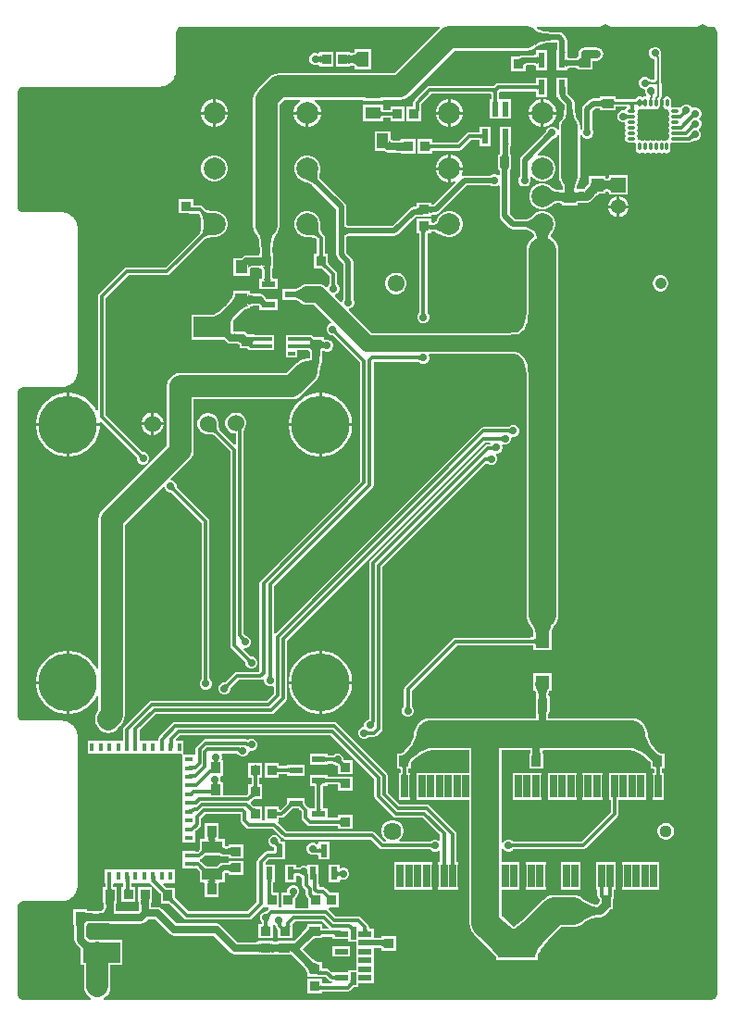
<source format=gtl>
G04*
G04 #@! TF.GenerationSoftware,Altium Limited,Altium Designer,21.0.9 (235)*
G04*
G04 Layer_Physical_Order=1*
G04 Layer_Color=255*
%FSLAX24Y24*%
%MOIN*%
G70*
G04*
G04 #@! TF.SameCoordinates,6C9EA5C6-EB33-49EF-A4A3-CBEC368A9CDE*
G04*
G04*
G04 #@! TF.FilePolarity,Positive*
G04*
G01*
G75*
%ADD10C,0.0079*%
%ADD11C,0.0098*%
%ADD12C,0.0118*%
%ADD17R,0.0250X0.0830*%
%ADD18R,0.0960X0.1320*%
%ADD19R,0.0433X0.0571*%
%ADD20R,0.0571X0.0433*%
%ADD21R,0.0441X0.0488*%
%ADD22R,0.0472X0.1063*%
%ADD23R,0.0591X0.0748*%
%ADD24R,0.0394X0.0335*%
%ADD25R,0.0492X0.0236*%
%ADD26R,0.0335X0.0394*%
%ADD27R,0.1320X0.0750*%
%ADD28R,0.0236X0.0492*%
%ADD29R,0.0157X0.0315*%
%ADD30R,0.0315X0.0157*%
%ADD31R,0.0571X0.0571*%
%ADD32R,0.0276X0.0276*%
%ADD33R,0.0374X0.0354*%
%ADD34R,0.0354X0.0374*%
%ADD35R,0.0236X0.0551*%
%ADD36R,0.0512X0.0472*%
%ADD37R,0.1063X0.1063*%
%ADD38O,0.0315X0.0110*%
%ADD39O,0.0110X0.0315*%
%ADD40R,0.0748X0.0433*%
%ADD41R,0.0433X0.0669*%
%ADD42R,0.0256X0.0138*%
%ADD43R,0.0217X0.0451*%
%ADD44R,0.0451X0.0217*%
%ADD84R,0.0236X0.0236*%
%ADD85R,0.1024X0.0551*%
%ADD86C,0.0787*%
%ADD87C,0.0197*%
%ADD88C,0.0138*%
%ADD89C,0.0276*%
%ADD90C,0.0315*%
%ADD91C,0.0591*%
%ADD92C,0.0984*%
%ADD93C,0.0394*%
%ADD94C,0.0640*%
%ADD95C,0.0440*%
%ADD96R,0.0539X0.0539*%
%ADD97C,0.0539*%
%ADD98C,0.0610*%
%ADD99C,0.0413*%
%ADD100C,0.0787*%
%ADD101O,0.0386X0.0772*%
%ADD102O,0.0425X0.0850*%
%ADD103C,0.2087*%
%ADD104C,0.0600*%
%ADD105C,0.1969*%
%ADD106C,0.0276*%
G36*
X18860Y35090D02*
X18913Y35059D01*
X18976Y35031D01*
X19049Y35007D01*
X19131Y34987D01*
X19224Y34970D01*
X19438Y34948D01*
X19560Y34943D01*
X19693Y34941D01*
Y34744D01*
X19560Y34742D01*
X19224Y34715D01*
X19131Y34698D01*
X19049Y34678D01*
X18976Y34654D01*
X18913Y34626D01*
X18860Y34595D01*
X18818Y34560D01*
Y35125D01*
X18860Y35090D01*
D02*
G37*
G36*
X19907Y34454D02*
X19915Y34312D01*
X19918Y34302D01*
X19921Y34296D01*
X19925Y34294D01*
X19691D01*
X19694Y34296D01*
X19698Y34302D01*
X19700Y34312D01*
X19703Y34326D01*
X19705Y34343D01*
X19709Y34420D01*
X19709Y34491D01*
X19906D01*
X19907Y34454D01*
D02*
G37*
G36*
X20434Y34025D02*
X20519Y34029D01*
Y33806D01*
X20513Y33808D01*
X20501Y33811D01*
X20484Y33813D01*
X20434Y33815D01*
Y33751D01*
X20432Y33764D01*
X20426Y33776D01*
X20417Y33786D01*
X20403Y33795D01*
X20385Y33802D01*
X20363Y33808D01*
X20338Y33813D01*
X20308Y33816D01*
X20278Y33818D01*
X20192Y33819D01*
Y34016D01*
X20332Y34021D01*
X20338Y34022D01*
X20363Y34027D01*
X20385Y34033D01*
X20403Y34040D01*
X20417Y34049D01*
X20426Y34059D01*
X20432Y34071D01*
X20434Y34083D01*
Y34025D01*
D02*
G37*
G36*
X19927Y34095D02*
X19933Y34079D01*
X19943Y34064D01*
X19956Y34051D01*
X19974Y34040D01*
X19996Y34032D01*
X20021Y34025D01*
X20051Y34020D01*
X20084Y34017D01*
X20122Y34016D01*
Y33819D01*
X20084Y33818D01*
X20021Y33812D01*
X19996Y33807D01*
X19974Y33800D01*
X19956Y33792D01*
X19943Y33783D01*
X19933Y33772D01*
X19927Y33759D01*
X19925Y33745D01*
Y34114D01*
X19927Y34095D01*
D02*
G37*
G36*
X25216Y35232D02*
X25253Y35225D01*
X25288Y35210D01*
X25320Y35189D01*
X25347Y35162D01*
X25368Y35131D01*
X25382Y35096D01*
X25390Y35058D01*
Y35039D01*
X25390Y394D01*
Y375D01*
X25382Y337D01*
X25368Y302D01*
X25347Y271D01*
X25320Y244D01*
X25288Y223D01*
X25253Y208D01*
X25216Y201D01*
X25197D01*
X3305Y201D01*
X3295Y251D01*
X3309Y257D01*
X3408Y332D01*
X3484Y431D01*
X3531Y546D01*
X3547Y669D01*
Y1260D01*
Y1436D01*
X3956D01*
Y2343D01*
X3102D01*
X3071Y2348D01*
X3040Y2343D01*
X2791D01*
X2681Y2453D01*
Y2833D01*
X2685Y2889D01*
X2707D01*
Y2932D01*
X2712Y2934D01*
X2736Y2938D01*
X2822Y2944D01*
X3467D01*
X3543Y2929D01*
X4632D01*
X4716Y2946D01*
X4788Y2993D01*
X4885Y3090D01*
X5155D01*
X5685Y2560D01*
X5757Y2513D01*
X5841Y2496D01*
X7263D01*
X7868Y1891D01*
X7940Y1843D01*
X8024Y1826D01*
X8833D01*
X8845Y1826D01*
X8868Y1825D01*
Y1811D01*
X8946D01*
X8948Y1811D01*
X8950Y1811D01*
X9318D01*
X9320Y1811D01*
X9321Y1811D01*
X9400D01*
Y1819D01*
X9508Y1826D01*
X9541D01*
X9554Y1826D01*
X9577Y1825D01*
Y1811D01*
X9655D01*
X9657Y1811D01*
X9658Y1811D01*
X10027D01*
X10028Y1811D01*
X10030Y1811D01*
X10068D01*
X10080Y1793D01*
X10517Y1356D01*
X10533Y1337D01*
X10559Y1304D01*
X10582Y1271D01*
X10600Y1239D01*
X10615Y1209D01*
X10626Y1181D01*
X10633Y1154D01*
X10638Y1128D01*
X10640Y1099D01*
X10640Y1098D01*
Y1024D01*
X10716D01*
X10718Y1023D01*
X10719Y1024D01*
X10723D01*
X10724Y1023D01*
X10725Y1024D01*
X11020D01*
X11033Y1021D01*
X11288D01*
X11419Y890D01*
X11464Y859D01*
X11518Y849D01*
X11523Y841D01*
X11508Y776D01*
X11505Y774D01*
X11184D01*
X11177Y775D01*
X11171Y775D01*
Y945D01*
X10640D01*
Y433D01*
X11171D01*
Y491D01*
X11177Y492D01*
X11184Y493D01*
X12088D01*
X12142Y504D01*
X12188Y534D01*
X12255Y602D01*
X12276Y621D01*
X12293Y634D01*
X12303Y642D01*
X12470D01*
Y797D01*
X13019D01*
Y1112D01*
Y1427D01*
Y1742D01*
Y2060D01*
X13094Y2063D01*
X13244D01*
X13260Y2062D01*
X13283Y2058D01*
X13300Y2054D01*
X13311Y2049D01*
X13316Y2046D01*
Y1959D01*
X13847D01*
Y2470D01*
X13397D01*
X13395Y2471D01*
X13394Y2470D01*
X13316D01*
Y2430D01*
X13314Y2430D01*
X13251Y2425D01*
X13019D01*
Y2746D01*
X12857D01*
X12856Y2751D01*
X12856Y2759D01*
Y2805D01*
X12845Y2859D01*
X12815Y2904D01*
X12568Y3151D01*
X12523Y3181D01*
X12469Y3192D01*
X11673D01*
X11409Y3456D01*
X11409Y3456D01*
X11424Y3506D01*
X11772D01*
Y4037D01*
X11509D01*
X11507Y4038D01*
X11505Y4037D01*
X11467D01*
X11456Y4045D01*
X11424Y4072D01*
X11300Y4196D01*
X11255Y4226D01*
X11201Y4237D01*
X11054D01*
Y4345D01*
X11044Y4396D01*
Y4677D01*
X11041Y4691D01*
Y5061D01*
X10648D01*
Y5035D01*
X10598Y5001D01*
X10553Y5020D01*
X10467D01*
X10387Y4987D01*
X10362Y4962D01*
X10357Y4959D01*
X10352Y4954D01*
X10350Y4952D01*
X10347Y4951D01*
X10344Y4949D01*
X10340Y4948D01*
X10335Y4946D01*
X10328Y4945D01*
X10322Y4944D01*
X10231D01*
X10224Y4944D01*
X10218Y4945D01*
Y5061D01*
X9825D01*
Y4411D01*
X10218D01*
Y4661D01*
X10224Y4662D01*
X10231Y4663D01*
X10322D01*
X10328Y4662D01*
X10335Y4660D01*
X10340Y4659D01*
X10344Y4657D01*
X10347Y4655D01*
X10350Y4654D01*
X10352Y4652D01*
X10357Y4648D01*
X10362Y4644D01*
X10387Y4620D01*
X10448Y4594D01*
Y4309D01*
X10459Y4255D01*
X10489Y4210D01*
X10576Y4123D01*
Y3986D01*
X10587Y3932D01*
X10617Y3887D01*
X10669Y3835D01*
X10669Y3506D01*
X10623Y3497D01*
X10243D01*
X10197Y3506D01*
X10197Y3547D01*
Y3839D01*
X10227Y3868D01*
X10257Y3914D01*
X10258Y3916D01*
X10311Y3969D01*
X10344Y4049D01*
Y4135D01*
X10311Y4215D01*
X10250Y4276D01*
X10170Y4309D01*
X10084D01*
X10005Y4276D01*
X9944Y4215D01*
X9911Y4135D01*
Y4049D01*
X9903Y4037D01*
X9685D01*
X9685Y3529D01*
X9646Y3506D01*
X9606Y3529D01*
Y4037D01*
X9412D01*
X9411Y4043D01*
X9410Y4050D01*
Y4399D01*
X9411Y4406D01*
X9412Y4411D01*
X9467D01*
Y4490D01*
X9467Y4491D01*
X9467Y4493D01*
Y5061D01*
X9146D01*
X9125Y5111D01*
X9249Y5235D01*
X9596D01*
X9611Y5238D01*
X9843D01*
Y5888D01*
X9671D01*
X9666Y5891D01*
X9665Y5894D01*
Y5949D01*
X9632Y6028D01*
X9571Y6089D01*
X9492Y6122D01*
X9406D01*
X9326Y6089D01*
X9265Y6028D01*
X9232Y5949D01*
Y5862D01*
X9265Y5783D01*
X9326Y5722D01*
X9406Y5689D01*
X9425D01*
X9426Y5689D01*
X9428Y5688D01*
X9429Y5688D01*
X9431Y5687D01*
X9435Y5685D01*
X9444Y5673D01*
X9449Y5666D01*
Y5541D01*
X9445Y5539D01*
X9431Y5537D01*
X9421Y5536D01*
X9187D01*
X9129Y5525D01*
X9081Y5492D01*
X8850Y5262D01*
X8818Y5213D01*
X8806Y5155D01*
Y3704D01*
X8481Y3379D01*
X6352D01*
X5906Y3824D01*
X5884Y3849D01*
X5868Y3869D01*
X5856Y3885D01*
Y4213D01*
X5641D01*
X5639Y4213D01*
X5637Y4213D01*
X5588D01*
X5572Y4224D01*
X5533Y4257D01*
X5436Y4353D01*
X5455Y4400D01*
X5551Y4400D01*
X5601Y4400D01*
X5866D01*
Y4872D01*
X5551Y4872D01*
X5501Y4872D01*
X5236D01*
Y4872D01*
X5186Y4872D01*
X4656D01*
X4606Y4872D01*
X4556Y4872D01*
X4291D01*
Y4872D01*
X4241Y4872D01*
X3661D01*
Y4872D01*
X3611Y4872D01*
X3346D01*
Y4481D01*
X3346Y4480D01*
X3346Y4478D01*
Y4475D01*
X3346Y4474D01*
X3346Y4473D01*
Y4400D01*
X3363D01*
X3363Y4396D01*
Y4250D01*
X3363Y4243D01*
X3362Y4238D01*
X3278D01*
Y3770D01*
X3278Y3769D01*
X3278Y3768D01*
X3278Y3767D01*
X3278Y3765D01*
Y3687D01*
X3300D01*
X3307Y3579D01*
Y3533D01*
X3301Y3499D01*
X3291Y3469D01*
X3279Y3447D01*
X3264Y3428D01*
X3246Y3414D01*
X3223Y3401D01*
X3194Y3392D01*
X3160Y3385D01*
X2812D01*
X2768Y3388D01*
X2737Y3391D01*
X2712Y3396D01*
X2707Y3397D01*
Y3440D01*
X2628D01*
X2627Y3441D01*
X2625Y3440D01*
X2215D01*
Y2976D01*
X2214Y2975D01*
X2215Y2975D01*
Y2971D01*
X2214Y2969D01*
X2215Y2967D01*
Y2889D01*
X2232D01*
X2240Y2778D01*
Y2362D01*
X2257Y2277D01*
X2305Y2206D01*
X2479Y2031D01*
Y1436D01*
X2594D01*
Y1260D01*
Y669D01*
X2611Y546D01*
X2658Y431D01*
X2734Y332D01*
X2833Y257D01*
X2847Y251D01*
X2837Y201D01*
X375D01*
X337Y208D01*
X302Y223D01*
X271Y244D01*
X244Y271D01*
X223Y302D01*
X208Y337D01*
X201Y375D01*
Y3562D01*
X208Y3600D01*
X223Y3635D01*
X244Y3666D01*
X271Y3693D01*
X302Y3714D01*
X337Y3729D01*
X375Y3736D01*
X1772D01*
X1777Y3737D01*
X1781Y3737D01*
X1820Y3738D01*
X1835Y3742D01*
X1849D01*
X1925Y3757D01*
X1943Y3765D01*
X1963Y3769D01*
X2034Y3798D01*
X2050Y3809D01*
X2069Y3817D01*
X2133Y3859D01*
X2147Y3873D01*
X2163Y3884D01*
X2218Y3939D01*
X2229Y3955D01*
X2243Y3969D01*
X2286Y4034D01*
X2293Y4052D01*
X2304Y4068D01*
X2334Y4140D01*
X2338Y4159D01*
X2345Y4177D01*
X2360Y4253D01*
Y4268D01*
X2364Y4282D01*
X2366Y4321D01*
X2365Y4326D01*
X2366Y4331D01*
Y9647D01*
X2365Y9652D01*
X2366Y9657D01*
X2364Y9694D01*
X2360Y9709D01*
Y9723D01*
X2345Y9799D01*
X2338Y9817D01*
X2334Y9837D01*
X2304Y9908D01*
X2293Y9924D01*
X2286Y9943D01*
X2243Y10007D01*
X2229Y10021D01*
X2218Y10037D01*
X2163Y10092D01*
X2147Y10103D01*
X2133Y10117D01*
X2069Y10160D01*
X2050Y10167D01*
X2034Y10178D01*
X1963Y10208D01*
X1943Y10212D01*
X1925Y10219D01*
X1849Y10234D01*
X1835D01*
X1820Y10238D01*
X1781Y10240D01*
X1777Y10239D01*
X1772Y10240D01*
X375Y10240D01*
X337Y10247D01*
X302Y10262D01*
X271Y10283D01*
X244Y10310D01*
X223Y10342D01*
X208Y10377D01*
X201Y10414D01*
Y10433D01*
X201Y22047D01*
Y22066D01*
X208Y22104D01*
X223Y22139D01*
X244Y22170D01*
X271Y22197D01*
X302Y22218D01*
X337Y22233D01*
X375Y22240D01*
X1772D01*
X1777Y22241D01*
X1781Y22240D01*
X1820Y22242D01*
X1835Y22246D01*
X1849D01*
X1925Y22261D01*
X1943Y22269D01*
X1963Y22272D01*
X2034Y22302D01*
X2050Y22313D01*
X2069Y22321D01*
X2133Y22363D01*
X2147Y22377D01*
X2163Y22388D01*
X2218Y22443D01*
X2229Y22459D01*
X2243Y22473D01*
X2286Y22538D01*
X2293Y22556D01*
X2304Y22572D01*
X2334Y22644D01*
X2338Y22663D01*
X2345Y22681D01*
X2360Y22757D01*
Y22772D01*
X2364Y22786D01*
X2366Y22825D01*
X2365Y22830D01*
X2366Y22835D01*
X2366Y27953D01*
X2365Y27958D01*
X2366Y27963D01*
X2364Y28001D01*
X2360Y28016D01*
Y28031D01*
X2345Y28106D01*
X2338Y28124D01*
X2334Y28144D01*
X2304Y28215D01*
X2293Y28232D01*
X2286Y28250D01*
X2243Y28314D01*
X2229Y28328D01*
X2218Y28344D01*
X2163Y28399D01*
X2147Y28410D01*
X2133Y28424D01*
X2069Y28467D01*
X2050Y28474D01*
X2034Y28485D01*
X1963Y28515D01*
X1943Y28519D01*
X1925Y28526D01*
X1849Y28541D01*
X1835D01*
X1820Y28545D01*
X1781Y28547D01*
X1777Y28546D01*
X1772Y28547D01*
X375Y28547D01*
X337Y28555D01*
X302Y28569D01*
X271Y28590D01*
X244Y28617D01*
X223Y28649D01*
X208Y28684D01*
X201Y28721D01*
Y28740D01*
X201Y32874D01*
Y32893D01*
X208Y32930D01*
X223Y32965D01*
X244Y32997D01*
X271Y33024D01*
X302Y33045D01*
X337Y33060D01*
X375Y33067D01*
X394D01*
X5315Y33067D01*
X5320Y33068D01*
X5325Y33067D01*
X5363Y33069D01*
X5378Y33073D01*
X5393D01*
X5468Y33088D01*
X5487Y33095D01*
X5506Y33099D01*
X5577Y33129D01*
X5594Y33140D01*
X5612Y33147D01*
X5676Y33190D01*
X5690Y33204D01*
X5707Y33215D01*
X5761Y33270D01*
X5772Y33286D01*
X5786Y33300D01*
X5829Y33364D01*
X5837Y33383D01*
X5848Y33399D01*
X5877Y33470D01*
X5881Y33490D01*
X5889Y33508D01*
X5904Y33584D01*
Y33599D01*
X5907Y33613D01*
X5909Y33652D01*
X5908Y33657D01*
X5909Y33661D01*
Y35058D01*
X5917Y35096D01*
X5931Y35131D01*
X5952Y35162D01*
X5979Y35189D01*
X6011Y35210D01*
X6046Y35225D01*
X6083Y35232D01*
X6102D01*
X15385Y35232D01*
X15402Y35185D01*
X15394Y35179D01*
X13762Y33547D01*
X9615D01*
X9491Y33531D01*
X9377Y33484D01*
X9278Y33408D01*
X8817Y32947D01*
X8741Y32848D01*
X8693Y32733D01*
X8677Y32610D01*
Y28051D01*
X8693Y27928D01*
X8741Y27813D01*
X8817Y27714D01*
X8823Y27710D01*
X8834Y27695D01*
X8852Y27660D01*
X8870Y27611D01*
X8887Y27547D01*
X8901Y27472D01*
X8930Y27086D01*
X8911Y27037D01*
X8898D01*
Y27001D01*
X8897Y27001D01*
X8781Y26992D01*
X8441D01*
X8356Y26976D01*
X8285Y26928D01*
X8255Y26898D01*
X7969D01*
Y26252D01*
X8567D01*
Y26489D01*
X8569Y26504D01*
X8570Y26509D01*
X8573Y26514D01*
X8580Y26520D01*
X8592Y26528D01*
X8612Y26536D01*
X8639Y26543D01*
X8674Y26549D01*
X8699Y26551D01*
X8809D01*
X8870Y26546D01*
X8895Y26543D01*
X8898Y26542D01*
Y26506D01*
X8976D01*
X8978Y26506D01*
X9008Y26469D01*
X9011Y26450D01*
X9012Y26434D01*
Y26235D01*
X9011Y26219D01*
X9007Y26196D01*
X9002Y26179D01*
X8998Y26168D01*
X8995Y26163D01*
X8907D01*
Y25770D01*
X9557D01*
Y26163D01*
X9391D01*
X9388Y26168D01*
X9383Y26179D01*
X9379Y26196D01*
X9375Y26219D01*
X9374Y26235D01*
Y26456D01*
X9375Y26483D01*
X9377Y26505D01*
X9377Y26506D01*
X9409D01*
Y26584D01*
X9410Y26586D01*
X9409Y26587D01*
Y26956D01*
X9410Y26957D01*
X9410Y26959D01*
X9410Y26960D01*
X9409Y26961D01*
Y27037D01*
X9383D01*
X9376Y27125D01*
X9377Y27162D01*
X9394Y27381D01*
X9406Y27470D01*
X9420Y27547D01*
X9437Y27611D01*
X9455Y27660D01*
X9473Y27695D01*
X9484Y27710D01*
X9490Y27714D01*
X9566Y27813D01*
X9614Y27928D01*
X9630Y28051D01*
Y32412D01*
X9812Y32594D01*
X10367D01*
X10381Y32544D01*
X10327Y32513D01*
X10235Y32421D01*
X10170Y32309D01*
X10136Y32183D01*
Y32168D01*
X10630D01*
X11124D01*
Y32183D01*
X11090Y32309D01*
X11025Y32421D01*
X10933Y32513D01*
X10879Y32544D01*
X10892Y32594D01*
X12628D01*
Y32539D01*
X13356D01*
Y32594D01*
X13960D01*
X14083Y32611D01*
X14198Y32658D01*
X14297Y32734D01*
X15929Y34366D01*
X18543D01*
X18667Y34382D01*
X18782Y34430D01*
X18880Y34506D01*
X18884Y34511D01*
X18907Y34529D01*
X18950Y34555D01*
X19005Y34579D01*
X19071Y34601D01*
X19148Y34620D01*
X19234Y34635D01*
X19563Y34662D01*
X19618D01*
X19627Y34652D01*
Y34399D01*
X19626Y34374D01*
X19611D01*
Y34296D01*
X19611Y34294D01*
X19611Y34292D01*
Y33665D01*
X19923D01*
X19925Y33665D01*
X19927Y33665D01*
X20005D01*
Y33726D01*
X20015Y33729D01*
X20033Y33733D01*
X20075Y33737D01*
X20293D01*
X20301Y33736D01*
X20326Y33733D01*
X20345Y33730D01*
X20354Y33727D01*
Y33671D01*
X20433D01*
X20434Y33671D01*
X20436Y33671D01*
X20906D01*
Y33998D01*
X21047D01*
X21139Y34017D01*
X21218Y34069D01*
X21270Y34147D01*
X21288Y34239D01*
X21270Y34332D01*
X21218Y34410D01*
X21139Y34462D01*
X21047Y34480D01*
X20630D01*
X20538Y34462D01*
X20460Y34410D01*
X20407Y34332D01*
X20389Y34239D01*
Y34163D01*
X20354D01*
Y34107D01*
X20345Y34105D01*
X20327Y34101D01*
X20326Y34101D01*
X20239Y34098D01*
X20077D01*
X20061Y34099D01*
X20038Y34103D01*
X20021Y34108D01*
X20010Y34112D01*
X20005Y34115D01*
X20005Y34122D01*
Y34292D01*
X20005Y34294D01*
X20005Y34296D01*
Y34374D01*
X19992D01*
X19989Y34428D01*
Y34727D01*
X19975Y34796D01*
X19936Y34855D01*
X19820Y34970D01*
X19762Y35009D01*
X19693Y35023D01*
X19560D01*
X19444Y35028D01*
X19235Y35050D01*
X19148Y35066D01*
X19071Y35084D01*
X19005Y35106D01*
X18950Y35130D01*
X18907Y35156D01*
X18884Y35174D01*
X18880Y35179D01*
X18873Y35185D01*
X18889Y35232D01*
X25197Y35232D01*
X25216D01*
D02*
G37*
G36*
X9405Y27739D02*
X9381Y27693D01*
X9360Y27635D01*
X9342Y27565D01*
X9327Y27483D01*
X9314Y27389D01*
X9297Y27166D01*
X9296Y27122D01*
X9305Y27002D01*
X9310Y26982D01*
X9316Y26968D01*
X9322Y26960D01*
X9330Y26957D01*
X9293D01*
X9291Y26895D01*
X9016D01*
X9015Y26957D01*
X8978D01*
X8985Y26960D01*
X8991Y26968D01*
X8997Y26982D01*
X9002Y27002D01*
X9006Y27026D01*
X9010Y27057D01*
X9011Y27080D01*
X8981Y27483D01*
X8965Y27565D01*
X8947Y27635D01*
X8926Y27693D01*
X8902Y27739D01*
X8875Y27773D01*
X9432D01*
X9405Y27739D01*
D02*
G37*
G36*
X8978Y26586D02*
X8975Y26595D01*
X8967Y26603D01*
X8953Y26610D01*
X8933Y26617D01*
X8909Y26622D01*
X8878Y26626D01*
X8801Y26632D01*
X8737Y26633D01*
X8710Y26632D01*
X8663Y26628D01*
X8622Y26621D01*
X8586Y26612D01*
X8556Y26599D01*
X8531Y26584D01*
X8512Y26566D01*
X8498Y26546D01*
X8490Y26522D01*
X8487Y26496D01*
Y26818D01*
X8490Y26835D01*
X8498Y26851D01*
X8512Y26864D01*
X8531Y26876D01*
X8556Y26887D01*
X8586Y26895D01*
X8622Y26901D01*
X8663Y26906D01*
X8702Y26907D01*
Y26909D01*
X8754Y26910D01*
X8909Y26921D01*
X8933Y26927D01*
X8953Y26933D01*
X8967Y26940D01*
X8975Y26948D01*
X8978Y26957D01*
Y26586D01*
D02*
G37*
G36*
X9330D02*
X9322Y26584D01*
X9316Y26578D01*
X9310Y26568D01*
X9305Y26554D01*
X9301Y26537D01*
X9297Y26515D01*
X9295Y26489D01*
X9292Y26426D01*
X9291Y26389D01*
X9094D01*
X9094Y26427D01*
X9091Y26460D01*
X9086Y26490D01*
X9079Y26516D01*
X9070Y26537D01*
X9059Y26555D01*
X9046Y26569D01*
X9032Y26579D01*
X9015Y26585D01*
X8996Y26587D01*
X9330Y26586D01*
D02*
G37*
G36*
X9292Y26243D02*
X9295Y26209D01*
X9300Y26179D01*
X9307Y26154D01*
X9316Y26132D01*
X9327Y26114D01*
X9340Y26100D01*
X9354Y26090D01*
X9371Y26084D01*
X9390Y26082D01*
X8996D01*
X9015Y26084D01*
X9032Y26090D01*
X9046Y26100D01*
X9059Y26114D01*
X9070Y26132D01*
X9079Y26154D01*
X9086Y26179D01*
X9091Y26209D01*
X9094Y26243D01*
X9094Y26280D01*
X9291D01*
X9292Y26243D01*
D02*
G37*
G36*
X9554Y5881D02*
X9563Y5873D01*
X9586Y5892D01*
X9586Y5884D01*
X9587Y5875D01*
X9589Y5867D01*
X9592Y5858D01*
X9596Y5848D01*
X9601Y5840D01*
X9616Y5827D01*
X9633Y5816D01*
X9648Y5808D01*
X9661Y5803D01*
X9672Y5801D01*
X9682Y5802D01*
X9689Y5807D01*
X9530Y5648D01*
X9534Y5655D01*
X9536Y5664D01*
X9534Y5675D01*
X9529Y5688D01*
X9521Y5703D01*
X9509Y5720D01*
X9494Y5739D01*
X9490Y5745D01*
X9488Y5746D01*
X9478Y5752D01*
X9470Y5758D01*
X9461Y5762D01*
X9453Y5765D01*
X9445Y5767D01*
X9438Y5768D01*
X9455Y5783D01*
X9431Y5808D01*
X9529Y5905D01*
X9554Y5881D01*
D02*
G37*
G36*
X9529Y5318D02*
X9527Y5318D01*
X9523Y5318D01*
X9391Y5317D01*
Y5455D01*
X9417Y5455D01*
X9441Y5457D01*
X9462Y5461D01*
X9480Y5466D01*
X9495Y5472D01*
X9508Y5479D01*
X9517Y5488D01*
X9524Y5499D01*
X9528Y5510D01*
X9530Y5524D01*
X9529Y5318D01*
D02*
G37*
G36*
X10411Y4707D02*
X10404Y4714D01*
X10395Y4720D01*
X10386Y4726D01*
X10376Y4731D01*
X10366Y4735D01*
X10355Y4738D01*
X10343Y4741D01*
X10330Y4743D01*
X10317Y4744D01*
X10303Y4744D01*
Y4862D01*
X10317Y4863D01*
X10330Y4864D01*
X10343Y4866D01*
X10355Y4868D01*
X10366Y4872D01*
X10376Y4876D01*
X10386Y4881D01*
X10395Y4886D01*
X10404Y4893D01*
X10411Y4900D01*
Y4707D01*
D02*
G37*
G36*
X10140Y4910D02*
X10143Y4900D01*
X10149Y4891D01*
X10157Y4883D01*
X10168Y4877D01*
X10181Y4872D01*
X10196Y4868D01*
X10214Y4865D01*
X10234Y4863D01*
X10257Y4862D01*
Y4744D01*
X10234Y4744D01*
X10214Y4742D01*
X10196Y4739D01*
X10181Y4735D01*
X10168Y4729D01*
X10157Y4723D01*
X10149Y4715D01*
X10143Y4706D01*
X10140Y4696D01*
X10139Y4685D01*
Y4921D01*
X10140Y4910D01*
D02*
G37*
G36*
X4976Y4391D02*
X4982Y4382D01*
X5314Y4050D01*
X5336Y4026D01*
X5352Y4006D01*
X5364Y3989D01*
Y3940D01*
X5364Y3938D01*
X5364Y3936D01*
Y3661D01*
X5633D01*
X5648Y3651D01*
X5687Y3618D01*
X6183Y3122D01*
X6232Y3089D01*
X6289Y3078D01*
X8543D01*
X8601Y3089D01*
X8650Y3122D01*
X9044Y3517D01*
X9094Y3506D01*
Y3506D01*
X9226D01*
X9242Y3456D01*
X9241Y3456D01*
X9167Y3382D01*
X9162Y3378D01*
X9157Y3375D01*
X9152Y3372D01*
X9148Y3370D01*
X9144Y3369D01*
X9141Y3368D01*
X9139Y3368D01*
X9132Y3368D01*
X9126Y3366D01*
X9091D01*
X9011Y3333D01*
X8950Y3272D01*
X8917Y3193D01*
Y3107D01*
X8950Y3027D01*
X8975Y3002D01*
X8978Y2997D01*
X8983Y2992D01*
X8985Y2990D01*
X8986Y2987D01*
X8988Y2984D01*
X8989Y2979D01*
X8991Y2974D01*
X8992Y2968D01*
X8993Y2962D01*
Y2926D01*
X8993Y2919D01*
X8992Y2913D01*
X8868D01*
Y2402D01*
X9400D01*
Y2875D01*
X9450Y2896D01*
X9478Y2868D01*
X9490Y2863D01*
Y2860D01*
X9501Y2806D01*
X9531Y2760D01*
X9577Y2715D01*
Y2402D01*
X10108D01*
Y2832D01*
X10109Y2833D01*
X10108Y2835D01*
Y2913D01*
X10108Y2913D01*
X10108D01*
X10136Y2951D01*
X10204Y3019D01*
X11170D01*
X11390Y2799D01*
X11370Y2749D01*
X11194D01*
X11186Y2749D01*
X11181Y2750D01*
Y2904D01*
X10712D01*
X10711Y2904D01*
X10709Y2904D01*
X10630D01*
Y2833D01*
X10630Y2830D01*
X10626Y2822D01*
X10616Y2804D01*
X10600Y2781D01*
X10439Y2599D01*
X10158Y2319D01*
X10108Y2323D01*
Y2323D01*
X10032D01*
X10030Y2323D01*
X10029Y2323D01*
X10028Y2323D01*
X10027Y2323D01*
X9658D01*
X9657Y2323D01*
X9655Y2323D01*
X9577D01*
Y2280D01*
X9571Y2278D01*
X9548Y2274D01*
X9480Y2269D01*
X9461Y2270D01*
X9430Y2274D01*
X9405Y2278D01*
X9400Y2280D01*
Y2323D01*
X9321D01*
X9320Y2323D01*
X9318Y2323D01*
X8950D01*
X8948Y2323D01*
X8946Y2323D01*
X8868D01*
Y2280D01*
X8862Y2278D01*
X8839Y2274D01*
X8752Y2268D01*
X8115D01*
X7511Y2873D01*
X7439Y2921D01*
X7355Y2937D01*
X5933D01*
X5403Y3467D01*
X5331Y3515D01*
X5247Y3532D01*
X5014D01*
Y3655D01*
X5018Y3711D01*
X5039D01*
Y3789D01*
X5040Y3791D01*
X5039Y3792D01*
Y3796D01*
X5039Y3797D01*
X5039Y3797D01*
Y4242D01*
X4528D01*
Y3792D01*
X4527Y3791D01*
X4528Y3789D01*
Y3711D01*
X4564D01*
X4564Y3710D01*
X4573Y3594D01*
Y3402D01*
X4540Y3370D01*
X3749D01*
Y3624D01*
X3752Y3687D01*
X3770D01*
Y3765D01*
X3770Y3767D01*
X3770Y3768D01*
Y4238D01*
X3646D01*
X3645Y4243D01*
X3644Y4250D01*
Y4357D01*
X3661Y4400D01*
X4012D01*
X4013Y4390D01*
Y4255D01*
X4012Y4247D01*
X4012Y4242D01*
X3937D01*
Y3711D01*
X4449D01*
Y4242D01*
X4296D01*
X4295Y4247D01*
X4294Y4255D01*
Y4400D01*
X4606Y4400D01*
X4656Y4400D01*
X4967D01*
X4976Y4391D01*
D02*
G37*
G36*
X10961Y4491D02*
X10963Y4373D01*
X10844D01*
X10844Y4396D01*
X10842Y4416D01*
X10839Y4434D01*
X10835Y4449D01*
X10830Y4462D01*
X10823Y4473D01*
X10816Y4482D01*
X10807Y4488D01*
X10797Y4491D01*
X10785Y4493D01*
X10961Y4491D01*
D02*
G37*
G36*
X9376Y4490D02*
X9366Y4487D01*
X9357Y4481D01*
X9350Y4472D01*
X9343Y4462D01*
X9338Y4449D01*
X9334Y4433D01*
X9331Y4416D01*
X9329Y4396D01*
X9329Y4373D01*
X9211D01*
X9210Y4396D01*
X9208Y4416D01*
X9205Y4433D01*
X9201Y4449D01*
X9196Y4462D01*
X9190Y4472D01*
X9182Y4481D01*
X9174Y4487D01*
X9164Y4490D01*
X9153Y4491D01*
X9387D01*
X9376Y4490D01*
D02*
G37*
G36*
X4213Y4361D02*
X4094D01*
X4094Y4384D01*
X4091Y4422D01*
X4088Y4437D01*
X4085Y4450D01*
X4081Y4461D01*
X4076Y4469D01*
X4070Y4475D01*
X4064Y4478D01*
X4056Y4480D01*
X4211D01*
X4213Y4361D01*
D02*
G37*
G36*
X3578Y4478D02*
X3575Y4475D01*
X3572Y4469D01*
X3570Y4461D01*
X3568Y4450D01*
X3566Y4437D01*
X3564Y4404D01*
X3563Y4361D01*
X3445D01*
X3445Y4384D01*
X3440Y4450D01*
X3438Y4461D01*
X3436Y4469D01*
X3433Y4475D01*
X3430Y4478D01*
X3426Y4480D01*
X3581D01*
X3578Y4478D01*
D02*
G37*
G36*
X5147Y4605D02*
X5143Y4593D01*
X5142Y4579D01*
X5146Y4563D01*
X5154Y4544D01*
X5166Y4524D01*
X5182Y4501D01*
X5202Y4476D01*
X5254Y4420D01*
X5146Y4333D01*
X5001Y4480D01*
X5155Y4615D01*
X5147Y4605D01*
D02*
G37*
G36*
X4213Y4258D02*
X4215Y4237D01*
X4218Y4219D01*
X4222Y4204D01*
X4227Y4191D01*
X4234Y4180D01*
X4242Y4172D01*
X4250Y4166D01*
X4260Y4162D01*
X4272Y4161D01*
X4035D01*
X4047Y4162D01*
X4057Y4166D01*
X4066Y4172D01*
X4073Y4180D01*
X4080Y4191D01*
X4085Y4204D01*
X4089Y4219D01*
X4092Y4237D01*
X4094Y4258D01*
X4094Y4280D01*
X4213D01*
X4213Y4258D01*
D02*
G37*
G36*
X3564Y4253D02*
X3565Y4233D01*
X3568Y4215D01*
X3572Y4200D01*
X3578Y4187D01*
X3584Y4176D01*
X3592Y4167D01*
X3601Y4162D01*
X3611Y4158D01*
X3622Y4157D01*
X3386D01*
X3397Y4158D01*
X3407Y4162D01*
X3416Y4167D01*
X3424Y4176D01*
X3430Y4187D01*
X3435Y4200D01*
X3440Y4215D01*
X3443Y4233D01*
X3444Y4253D01*
X3445Y4276D01*
X3563D01*
X3564Y4253D01*
D02*
G37*
G36*
X9329Y4053D02*
X9331Y4033D01*
X9334Y4015D01*
X9338Y3999D01*
X9344Y3986D01*
X9350Y3975D01*
X9358Y3967D01*
X9367Y3961D01*
X9377Y3957D01*
X9388Y3956D01*
X9174Y3957D01*
X9181Y3959D01*
X9187Y3962D01*
X9193Y3968D01*
X9198Y3976D01*
X9202Y3987D01*
X9205Y4000D01*
X9207Y4015D01*
X9209Y4033D01*
X9211Y4076D01*
X9329D01*
X9329Y4053D01*
D02*
G37*
G36*
X5472Y4203D02*
X5523Y4160D01*
X5545Y4144D01*
X5566Y4133D01*
X5584Y4125D01*
X5601Y4121D01*
X5616D01*
X5628Y4125D01*
X5639Y4133D01*
X5444Y3938D01*
X5452Y3948D01*
X5456Y3961D01*
Y3976D01*
X5452Y3992D01*
X5444Y4011D01*
X5432Y4031D01*
X5417Y4054D01*
X5397Y4078D01*
X5347Y4133D01*
X5444Y4230D01*
X5472Y4203D01*
D02*
G37*
G36*
X10202Y3976D02*
X10098Y3855D01*
X9994Y3918D01*
X10004Y3929D01*
X10012Y3939D01*
X10019Y3948D01*
X10025Y3958D01*
X10028Y3966D01*
X10030Y3975D01*
X10031Y3983D01*
X10029Y3990D01*
X10027Y3997D01*
X10022Y4003D01*
X10202Y3976D01*
D02*
G37*
G36*
X11364Y4018D02*
X11407Y3981D01*
X11427Y3967D01*
X11444Y3957D01*
X11460Y3951D01*
X11474Y3947D01*
X11487D01*
X11498Y3951D01*
X11507Y3957D01*
X11340Y3790D01*
X11346Y3800D01*
X11350Y3810D01*
Y3823D01*
X11346Y3837D01*
X11340Y3853D01*
X11330Y3871D01*
X11316Y3890D01*
X11300Y3911D01*
X11256Y3957D01*
X11340Y4041D01*
X11364Y4018D01*
D02*
G37*
G36*
X5767Y3926D02*
X5764Y3913D01*
X5764Y3898D01*
X5768Y3882D01*
X5776Y3863D01*
X5788Y3843D01*
X5803Y3821D01*
X5823Y3796D01*
X5874Y3741D01*
X5776Y3644D01*
X5748Y3671D01*
X5697Y3714D01*
X5675Y3730D01*
X5654Y3742D01*
X5636Y3750D01*
X5619Y3754D01*
X5605Y3754D01*
X5592Y3750D01*
X5581Y3743D01*
X5775Y3936D01*
X5767Y3926D01*
D02*
G37*
G36*
X4954Y3788D02*
X4949Y3780D01*
X4945Y3766D01*
X4941Y3746D01*
X4938Y3722D01*
X4934Y3656D01*
X4931Y3515D01*
X4656D01*
X4655Y3567D01*
X4644Y3722D01*
X4638Y3746D01*
X4632Y3766D01*
X4625Y3780D01*
X4617Y3788D01*
X4608Y3791D01*
X4959D01*
X4954Y3788D01*
D02*
G37*
G36*
X3686Y3764D02*
X3681Y3756D01*
X3678Y3742D01*
X3675Y3723D01*
X3672Y3698D01*
X3667Y3590D01*
X3666Y3491D01*
X3419D01*
X3528Y3165D01*
X3115Y3302D01*
X3167Y3305D01*
X3214Y3314D01*
X3255Y3327D01*
X3291Y3347D01*
X3321Y3371D01*
X3346Y3402D01*
X3365Y3438D01*
X3379Y3479D01*
X3387Y3526D01*
X3389Y3556D01*
X3379Y3723D01*
X3374Y3742D01*
X3370Y3756D01*
X3364Y3764D01*
X3358Y3767D01*
X3690D01*
X3686Y3764D01*
D02*
G37*
G36*
X9322Y3254D02*
X9312Y3244D01*
X9304Y3234D01*
X9296Y3224D01*
X9290Y3213D01*
X9284Y3203D01*
X9279Y3193D01*
X9276Y3182D01*
X9273Y3172D01*
X9272Y3161D01*
X9272Y3151D01*
X9135Y3287D01*
X9146Y3288D01*
X9156Y3289D01*
X9167Y3292D01*
X9177Y3295D01*
X9187Y3300D01*
X9198Y3305D01*
X9208Y3312D01*
X9218Y3320D01*
X9228Y3328D01*
X9239Y3338D01*
X9322Y3254D01*
D02*
G37*
G36*
X9691Y2947D02*
X9691Y2944D01*
X9690Y2940D01*
X9689Y2879D01*
X9689Y2863D01*
X9571Y2860D01*
X9571Y2871D01*
X9569Y2903D01*
X9568Y2908D01*
X9567Y2912D01*
X9565Y2916D01*
X9564Y2918D01*
X9562Y2919D01*
X9691Y2948D01*
X9691Y2947D01*
D02*
G37*
G36*
X9988Y2922D02*
X9992Y2887D01*
X9994Y2873D01*
X9998Y2861D01*
X10003Y2851D01*
X10008Y2843D01*
X10014Y2838D01*
X10021Y2835D01*
X10028Y2833D01*
X9820D01*
X9829Y2835D01*
X9838Y2838D01*
X9845Y2843D01*
X9852Y2851D01*
X9857Y2861D01*
X9862Y2873D01*
X9865Y2887D01*
X9868Y2903D01*
X9869Y2922D01*
X9870Y2943D01*
X9988D01*
X9988Y2922D01*
D02*
G37*
G36*
X9223Y3044D02*
X9217Y3035D01*
X9211Y3026D01*
X9206Y3016D01*
X9202Y3006D01*
X9199Y2994D01*
X9196Y2983D01*
X9194Y2970D01*
X9193Y2957D01*
X9193Y2947D01*
X9194Y2929D01*
X9195Y2909D01*
X9198Y2891D01*
X9202Y2876D01*
X9208Y2863D01*
X9214Y2852D01*
X9222Y2844D01*
X9231Y2838D01*
X9241Y2835D01*
X9252Y2833D01*
X9016D01*
X9027Y2835D01*
X9037Y2838D01*
X9046Y2844D01*
X9054Y2852D01*
X9060Y2863D01*
X9065Y2876D01*
X9069Y2891D01*
X9072Y2909D01*
X9074Y2929D01*
X9075Y2947D01*
X9074Y2957D01*
X9073Y2970D01*
X9071Y2983D01*
X9069Y2994D01*
X9065Y3006D01*
X9061Y3016D01*
X9056Y3026D01*
X9051Y3035D01*
X9045Y3044D01*
X9037Y3051D01*
X9230D01*
X9223Y3044D01*
D02*
G37*
G36*
X2630Y3349D02*
X2638Y3340D01*
X2652Y3331D01*
X2671Y3323D01*
X2696Y3317D01*
X2726Y3312D01*
X2762Y3308D01*
X2850Y3303D01*
X2902Y3302D01*
Y3027D01*
X2850Y3026D01*
X2726Y3018D01*
X2696Y3012D01*
X2671Y3006D01*
X2652Y2999D01*
X2638Y2990D01*
X2630Y2980D01*
X2627Y2969D01*
X2621Y2966D01*
X2617Y2958D01*
X2612Y2944D01*
X2609Y2925D01*
X2606Y2900D01*
X2601Y2834D01*
X2598Y2693D01*
X2323D01*
X2323Y2746D01*
X2309Y2944D01*
X2305Y2958D01*
X2300Y2966D01*
X2295Y2969D01*
X2627D01*
Y3360D01*
X2630Y3349D01*
D02*
G37*
G36*
X12775Y2762D02*
X12777Y2741D01*
X12780Y2723D01*
X12784Y2708D01*
X12789Y2695D01*
X12796Y2684D01*
X12803Y2676D01*
X12812Y2670D01*
X12822Y2666D01*
X12833Y2665D01*
X12597D01*
X12608Y2666D01*
X12619Y2670D01*
X12627Y2676D01*
X12635Y2684D01*
X12642Y2695D01*
X12647Y2708D01*
X12651Y2723D01*
X12654Y2741D01*
X12656Y2762D01*
X12656Y2784D01*
X12774D01*
X12775Y2762D01*
D02*
G37*
G36*
X11033Y2493D02*
X11012Y2508D01*
X10987Y2516D01*
X10957Y2516D01*
X10924Y2508D01*
X10887Y2493D01*
X10847Y2469D01*
X10802Y2438D01*
X10753Y2398D01*
X10643Y2296D01*
X10418Y2461D01*
X10473Y2517D01*
X10663Y2732D01*
X10684Y2761D01*
X10698Y2787D01*
X10707Y2807D01*
X10710Y2824D01*
X11033Y2493D01*
D02*
G37*
G36*
X11101Y2715D02*
X11105Y2705D01*
X11111Y2696D01*
X11119Y2689D01*
X11130Y2682D01*
X11143Y2677D01*
X11159Y2673D01*
X11176Y2670D01*
X11197Y2668D01*
X11219Y2667D01*
Y2549D01*
X11197Y2549D01*
X11177Y2547D01*
X11159Y2544D01*
X11144Y2540D01*
X11131Y2535D01*
X11120Y2528D01*
X11112Y2521D01*
X11106Y2512D01*
X11102Y2502D01*
X11101Y2491D01*
X11100Y2726D01*
X11101Y2715D01*
D02*
G37*
G36*
X11627Y2666D02*
X11629Y2490D01*
X11627Y2501D01*
X11624Y2511D01*
X11618Y2520D01*
X11609Y2528D01*
X11599Y2534D01*
X11585Y2540D01*
X11570Y2544D01*
X11552Y2547D01*
X11532Y2549D01*
X11509Y2549D01*
Y2667D01*
X11627Y2666D01*
D02*
G37*
G36*
X11542Y2467D02*
X11547Y2466D01*
Y2372D01*
X12096D01*
Y2294D01*
X12411D01*
Y2057D01*
Y1742D01*
Y1250D01*
X12096D01*
Y1171D01*
X11629D01*
X11627Y1172D01*
X11625Y1171D01*
X11547D01*
X11547Y1171D01*
Y1171D01*
X11509Y1197D01*
X11445Y1261D01*
X11400Y1291D01*
X11346Y1302D01*
X11184D01*
X11177Y1303D01*
X11171Y1303D01*
Y1450D01*
X11171Y1451D01*
X11171Y1452D01*
X11172Y1453D01*
X11171Y1455D01*
Y1535D01*
X11097D01*
X11096Y1536D01*
X11067Y1537D01*
X11041Y1542D01*
X11014Y1549D01*
X10985Y1560D01*
X10955Y1575D01*
X10924Y1593D01*
X10892Y1615D01*
X10834Y1663D01*
X10481Y2017D01*
X10753Y2289D01*
X10805Y2338D01*
X10850Y2373D01*
X10890Y2401D01*
X10907Y2411D01*
X11100D01*
X11102Y2411D01*
X11103Y2411D01*
X11181D01*
Y2466D01*
X11187Y2467D01*
X11194Y2468D01*
X11535D01*
X11542Y2467D01*
D02*
G37*
G36*
X9657Y1891D02*
X9654Y1894D01*
X9646Y1898D01*
X9632Y1900D01*
X9613Y1903D01*
X9557Y1906D01*
X9513Y1907D01*
X9322Y1894D01*
X9320Y1891D01*
Y2243D01*
X9322Y2232D01*
X9331Y2222D01*
X9344Y2213D01*
X9364Y2206D01*
X9389Y2200D01*
X9419Y2194D01*
X9455Y2190D01*
X9480Y2189D01*
X9557Y2194D01*
X9588Y2200D01*
X9613Y2206D01*
X9632Y2213D01*
X9646Y2222D01*
X9654Y2232D01*
X9657Y2243D01*
Y1891D01*
D02*
G37*
G36*
X12942Y2350D02*
X12947Y2348D01*
X12957Y2347D01*
X12989Y2345D01*
X13136Y2343D01*
Y2146D01*
X12940Y2137D01*
Y2351D01*
X12942Y2350D01*
D02*
G37*
G36*
X2755Y2262D02*
X2560Y2067D01*
X2364Y2264D01*
X2559Y2458D01*
X2755Y2262D01*
D02*
G37*
G36*
X13397Y2047D02*
X13395Y2066D01*
X13389Y2083D01*
X13379Y2097D01*
X13365Y2110D01*
X13347Y2121D01*
X13325Y2130D01*
X13300Y2137D01*
X13270Y2142D01*
X13236Y2145D01*
X13199Y2146D01*
Y2343D01*
X13236Y2343D01*
X13325Y2350D01*
X13346Y2355D01*
X13364Y2360D01*
X13378Y2366D01*
X13388Y2373D01*
X13394Y2381D01*
X13396Y2391D01*
X13397Y2047D01*
D02*
G37*
G36*
X10030Y2238D02*
X10036Y2233D01*
X10046Y2229D01*
X10060Y2225D01*
X10079Y2222D01*
X10101Y2220D01*
X10157Y2217D01*
X10229Y2216D01*
Y1940D01*
X10191Y1939D01*
X10101Y1932D01*
X10079Y1928D01*
X10060Y1922D01*
X10046Y1916D01*
X10036Y1909D01*
X10030Y1900D01*
X10028Y1891D01*
Y2243D01*
X10030Y2238D01*
D02*
G37*
G36*
X8948Y1891D02*
X8945Y1894D01*
X8937Y1898D01*
X8923Y1900D01*
X8904Y1903D01*
X8849Y1906D01*
X8672Y1909D01*
Y2185D01*
X8725Y2186D01*
X8849Y2194D01*
X8879Y2200D01*
X8904Y2206D01*
X8923Y2213D01*
X8937Y2222D01*
X8945Y2232D01*
X8948Y2243D01*
Y1891D01*
D02*
G37*
G36*
X10768Y1613D02*
X10844Y1551D01*
X10881Y1526D01*
X10917Y1504D01*
X10953Y1487D01*
X10989Y1473D01*
X11023Y1463D01*
X11058Y1457D01*
X11091Y1455D01*
X10720Y1104D01*
X10718Y1137D01*
X10712Y1171D01*
X10702Y1206D01*
X10689Y1242D01*
X10671Y1277D01*
X10650Y1314D01*
X10624Y1351D01*
X10595Y1389D01*
X10562Y1427D01*
X10525Y1465D01*
X10730Y1650D01*
X10768Y1613D01*
D02*
G37*
G36*
X11091Y1268D02*
X11095Y1258D01*
X11101Y1249D01*
X11109Y1242D01*
X11120Y1235D01*
X11133Y1230D01*
X11149Y1226D01*
X11167Y1223D01*
X11187Y1221D01*
X11209Y1220D01*
Y1102D01*
X11091Y1104D01*
X11090Y1280D01*
X11091Y1268D01*
D02*
G37*
G36*
X11629Y880D02*
X11627Y890D01*
X11624Y898D01*
X11619Y906D01*
X11611Y912D01*
X11601Y918D01*
X11589Y922D01*
X11574Y926D01*
X11558Y928D01*
X11539Y930D01*
X11518Y930D01*
Y1048D01*
X11539Y1049D01*
X11574Y1052D01*
X11588Y1055D01*
X11600Y1059D01*
X11610Y1064D01*
X11618Y1069D01*
X11623Y1076D01*
X11626Y1083D01*
X11627Y1091D01*
X11629Y880D01*
D02*
G37*
G36*
X12343Y723D02*
X12334Y729D01*
X12324Y732D01*
X12311Y732D01*
X12297Y729D01*
X12281Y722D01*
X12264Y712D01*
X12244Y698D01*
X12223Y682D01*
X12176Y638D01*
X12093Y721D01*
X12116Y746D01*
X12153Y789D01*
X12167Y809D01*
X12177Y826D01*
X12184Y842D01*
X12187Y856D01*
X12187Y869D01*
X12184Y879D01*
X12178Y889D01*
X12343Y723D01*
D02*
G37*
G36*
X11091Y740D02*
X11095Y730D01*
X11101Y721D01*
X11109Y714D01*
X11120Y707D01*
X11133Y702D01*
X11149Y698D01*
X11166Y695D01*
X11187Y693D01*
X11209Y692D01*
Y574D01*
X11187Y574D01*
X11166Y572D01*
X11149Y569D01*
X11133Y565D01*
X11120Y560D01*
X11109Y553D01*
X11101Y545D01*
X11095Y537D01*
X11091Y527D01*
X11090Y515D01*
Y752D01*
X11091Y740D01*
D02*
G37*
%LPC*%
G36*
X12933Y34419D02*
X12343D01*
Y34327D01*
X12342Y34322D01*
X12340Y34317D01*
X12337Y34313D01*
X12331Y34307D01*
X12318Y34299D01*
X12298Y34291D01*
X12271Y34284D01*
X12236Y34278D01*
X12231Y34278D01*
X12193Y34280D01*
X12168Y34284D01*
X12165Y34285D01*
Y34321D01*
X12087D01*
X12085Y34321D01*
X12084Y34321D01*
X11654D01*
Y33789D01*
X12084D01*
X12085Y33789D01*
X12087Y33789D01*
X12165D01*
Y33826D01*
X12166Y33826D01*
X12241Y33831D01*
X12271Y33826D01*
X12298Y33819D01*
X12318Y33811D01*
X12331Y33803D01*
X12337Y33797D01*
X12340Y33793D01*
X12342Y33788D01*
X12343Y33783D01*
Y33691D01*
X12933D01*
Y34419D01*
D02*
G37*
G36*
X11143Y34321D02*
X11141Y34321D01*
X11063D01*
Y34284D01*
X11013Y34253D01*
X10968Y34272D01*
X10882D01*
X10803Y34239D01*
X10742Y34178D01*
X10709Y34098D01*
Y34012D01*
X10742Y33932D01*
X10803Y33872D01*
X10882Y33839D01*
X10968D01*
X11013Y33857D01*
X11063Y33826D01*
Y33789D01*
X11141D01*
X11143Y33789D01*
X11145Y33789D01*
X11575D01*
Y34321D01*
X11145D01*
X11143Y34321D01*
D02*
G37*
G36*
X19257Y34374D02*
X18863D01*
Y34217D01*
X18858Y34215D01*
X18847Y34210D01*
X18830Y34206D01*
X18807Y34202D01*
X18791Y34200D01*
X18358D01*
X18289Y34187D01*
X18254Y34163D01*
X17980D01*
Y33632D01*
X18492D01*
Y33822D01*
X18497Y33825D01*
X18508Y33829D01*
X18525Y33834D01*
X18548Y33838D01*
X18564Y33839D01*
X18791D01*
X18807Y33838D01*
X18830Y33834D01*
X18847Y33829D01*
X18858Y33825D01*
X18863Y33822D01*
Y33665D01*
X19257D01*
Y34374D01*
D02*
G37*
G36*
X23207Y34500D02*
X23121D01*
X23041Y34467D01*
X22980Y34406D01*
X22947Y34326D01*
Y34240D01*
X22980Y34161D01*
X23041Y34100D01*
X23121Y34067D01*
X23134D01*
Y33319D01*
X22990D01*
X22988Y33319D01*
X22984Y33321D01*
X22979Y33322D01*
X22973Y33325D01*
X22967Y33328D01*
X22961Y33332D01*
X22954Y33337D01*
X22946Y33344D01*
X22937Y33353D01*
X22931Y33357D01*
X22905Y33382D01*
X22826Y33415D01*
X22739D01*
X22660Y33382D01*
X22599Y33321D01*
X22566Y33242D01*
Y33156D01*
X22599Y33076D01*
X22660Y33015D01*
X22739Y32982D01*
X22778D01*
X22790Y32964D01*
Y32878D01*
X22823Y32799D01*
X22849Y32773D01*
X22848Y32760D01*
X22795Y32719D01*
X22743Y32709D01*
X22738Y32705D01*
X22697Y32680D01*
X22656Y32705D01*
X22651Y32709D01*
X22599Y32719D01*
X22546Y32709D01*
X22502Y32679D01*
X22472Y32635D01*
X22468Y32611D01*
X22466Y32611D01*
X21732D01*
Y32707D01*
X21263D01*
X21261Y32707D01*
X21259Y32707D01*
X21181D01*
Y32651D01*
X21172Y32648D01*
X21154Y32645D01*
X21113Y32641D01*
X20925D01*
X20856Y32628D01*
X20797Y32588D01*
X20581Y32372D01*
X20542Y32313D01*
X20528Y32244D01*
Y31543D01*
X20525Y31540D01*
X20506Y31494D01*
X20456Y31504D01*
Y31649D01*
X20443Y31747D01*
X20405Y31838D01*
X20358Y31900D01*
X20358Y31901D01*
X20339Y31924D01*
X20325Y31951D01*
X20310Y31987D01*
X20297Y32032D01*
X20285Y32086D01*
X20276Y32147D01*
X20259Y32376D01*
Y32480D01*
X20246Y32549D01*
X20206Y32608D01*
X20008Y32806D01*
Y33016D01*
X20005Y33033D01*
Y33390D01*
X19611D01*
Y32681D01*
X19657D01*
X19661Y32662D01*
X19700Y32604D01*
X19898Y32405D01*
Y32404D01*
X19895Y32298D01*
X19882Y32148D01*
X19872Y32086D01*
X19860Y32032D01*
X19847Y31987D01*
X19833Y31951D01*
X19818Y31924D01*
X19800Y31901D01*
X19800Y31900D01*
X19752Y31838D01*
X19714Y31747D01*
X19701Y31649D01*
Y31504D01*
X19651Y31494D01*
X19632Y31540D01*
X19571Y31601D01*
X19492Y31634D01*
X19406D01*
X19326Y31601D01*
X19265Y31540D01*
X19232Y31460D01*
Y31456D01*
X18337Y30561D01*
X18298Y30502D01*
X18284Y30433D01*
Y29811D01*
X18281Y29808D01*
X18248Y29728D01*
Y29642D01*
X18281Y29562D01*
X18342Y29501D01*
X18421Y29469D01*
X18508D01*
X18587Y29501D01*
X18648Y29562D01*
X18681Y29642D01*
Y29728D01*
X18650Y29804D01*
X18651Y29822D01*
X18654Y29836D01*
X18707Y29844D01*
X18716Y29828D01*
X18804Y29740D01*
X18912Y29678D01*
X19032Y29646D01*
X19157D01*
X19277Y29678D01*
X19385Y29740D01*
X19473Y29828D01*
X19535Y29936D01*
X19567Y30056D01*
Y30180D01*
X19535Y30300D01*
X19473Y30408D01*
X19385Y30496D01*
X19277Y30558D01*
X19157Y30591D01*
X19032D01*
X18962Y30572D01*
X18903Y30607D01*
X18902Y30615D01*
X19488Y31201D01*
X19492D01*
X19571Y31234D01*
X19632Y31295D01*
X19651Y31341D01*
X19701Y31331D01*
Y29802D01*
X19714Y29704D01*
X19752Y29613D01*
X19780Y29576D01*
X19782Y29572D01*
X19792Y29556D01*
X19800Y29539D01*
X19809Y29513D01*
X19817Y29480D01*
X19823Y29441D01*
X19827Y29396D01*
X19793Y29359D01*
X19636D01*
X19625Y29360D01*
X19595Y29365D01*
X19567Y29372D01*
X19541Y29380D01*
X19516Y29391D01*
X19493Y29403D01*
X19472Y29417D01*
X19452Y29432D01*
X19430Y29452D01*
X19425Y29456D01*
X19385Y29496D01*
X19277Y29558D01*
X19157Y29591D01*
X19032D01*
X18912Y29558D01*
X18804Y29496D01*
X18716Y29408D01*
X18654Y29300D01*
X18622Y29180D01*
Y29056D01*
X18654Y28936D01*
X18716Y28828D01*
X18804Y28740D01*
X18912Y28678D01*
X19032Y28646D01*
X19157D01*
X19277Y28678D01*
X19385Y28740D01*
X19425Y28780D01*
X19430Y28784D01*
X19452Y28804D01*
X19472Y28820D01*
X19493Y28833D01*
X19516Y28846D01*
X19541Y28856D01*
X19567Y28864D01*
X19595Y28871D01*
X19625Y28876D01*
X19636Y28877D01*
X19663D01*
X19676Y28877D01*
X19719Y28873D01*
X19754Y28867D01*
X19782Y28861D01*
X19800Y28854D01*
X19803Y28852D01*
Y28789D01*
X19881D01*
X19883Y28789D01*
X19885Y28789D01*
X20273D01*
X20274Y28789D01*
X20276Y28789D01*
X20354D01*
Y28860D01*
X20361Y28865D01*
X20379Y28872D01*
X20405Y28879D01*
X20439Y28885D01*
X20508Y28891D01*
X20691D01*
X20783Y28909D01*
X20861Y28961D01*
X21004Y29104D01*
X21071Y29162D01*
X21100Y29185D01*
X21123Y29200D01*
X21131Y29205D01*
X21144D01*
X21144Y29205D01*
X21145Y29205D01*
X21148D01*
X21150Y29204D01*
X21152Y29205D01*
X21281D01*
X21282Y29204D01*
X21284Y29205D01*
X21362D01*
Y29277D01*
X21363Y29279D01*
X21367Y29282D01*
X21380Y29288D01*
X21402Y29295D01*
X21416Y29298D01*
X21439Y29292D01*
X21459Y29285D01*
X21472Y29277D01*
X21478Y29272D01*
X21480Y29269D01*
X21481Y29265D01*
X21483Y29252D01*
Y29180D01*
X21561D01*
X21563Y29179D01*
X21564Y29180D01*
X22179D01*
Y29876D01*
X21564D01*
X21563Y29876D01*
X21561Y29876D01*
X21483D01*
Y29803D01*
X21481Y29790D01*
X21480Y29787D01*
X21478Y29783D01*
X21472Y29778D01*
X21459Y29771D01*
X21439Y29763D01*
X21416Y29757D01*
X21402Y29760D01*
X21380Y29767D01*
X21367Y29773D01*
X21363Y29776D01*
X21362Y29778D01*
Y29850D01*
X21284D01*
X21282Y29851D01*
X21281Y29850D01*
X20764D01*
Y29593D01*
X20763Y29591D01*
X20764Y29589D01*
Y29586D01*
X20764Y29585D01*
X20764Y29585D01*
Y29571D01*
X20759Y29564D01*
X20745Y29543D01*
X20636Y29418D01*
X20591Y29372D01*
X20364D01*
X20331Y29410D01*
X20334Y29439D01*
X20341Y29480D01*
X20349Y29513D01*
X20357Y29539D01*
X20365Y29556D01*
X20375Y29572D01*
X20377Y29576D01*
X20405Y29613D01*
X20443Y29704D01*
X20456Y29802D01*
Y31331D01*
X20506Y31341D01*
X20525Y31295D01*
X20586Y31234D01*
X20666Y31201D01*
X20752D01*
X20831Y31234D01*
X20892Y31295D01*
X20925Y31374D01*
Y31460D01*
X20892Y31540D01*
X20889Y31543D01*
Y32169D01*
X21000Y32280D01*
X21120D01*
X21128Y32279D01*
X21153Y32277D01*
X21172Y32273D01*
X21181Y32271D01*
Y32215D01*
X21259D01*
X21261Y32214D01*
X21263Y32215D01*
X21732D01*
Y32350D01*
X22117D01*
X22132Y32300D01*
X22104Y32281D01*
X22075Y32237D01*
X22071Y32216D01*
X22051Y32205D01*
X21965D01*
X21885Y32172D01*
X21824Y32111D01*
X21791Y32032D01*
Y31945D01*
X21824Y31866D01*
X21885Y31805D01*
X21965Y31772D01*
X22051D01*
X22070Y31762D01*
X22075Y31739D01*
X22078Y31734D01*
X22104Y31691D01*
X22075Y31647D01*
X22064Y31594D01*
X22075Y31542D01*
X22104Y31498D01*
X22079Y31456D01*
X22075Y31450D01*
X22064Y31398D01*
X22075Y31345D01*
X22104Y31301D01*
X22078Y31258D01*
X22075Y31253D01*
X22064Y31201D01*
X22075Y31148D01*
X22104Y31104D01*
X22149Y31075D01*
X22201Y31064D01*
X22406D01*
X22423Y31068D01*
X22465Y31025D01*
X22462Y31008D01*
Y30803D01*
X22472Y30751D01*
X22502Y30707D01*
X22546Y30677D01*
X22599Y30667D01*
X22651Y30677D01*
X22656Y30681D01*
X22697Y30706D01*
X22738Y30681D01*
X22743Y30677D01*
X22795Y30667D01*
X22848Y30677D01*
X22892Y30707D01*
X22896D01*
X22940Y30677D01*
X22992Y30667D01*
X23044Y30677D01*
X23089Y30707D01*
X23092D01*
X23137Y30677D01*
X23189Y30667D01*
X23241Y30677D01*
X23285Y30707D01*
X23289D01*
X23334Y30677D01*
X23386Y30667D01*
X23438Y30677D01*
X23441Y30679D01*
X23483Y30706D01*
X23524Y30679D01*
X23527Y30677D01*
X23580Y30667D01*
X23632Y30677D01*
X23676Y30707D01*
X23706Y30751D01*
X23716Y30803D01*
Y31008D01*
X23712Y31026D01*
X23755Y31068D01*
X23776Y31064D01*
X23858D01*
X23878Y31060D01*
X24414D01*
X24468Y31071D01*
X24514Y31101D01*
X24528Y31116D01*
X24533Y31119D01*
X24537Y31121D01*
X24539Y31123D01*
X24540Y31123D01*
X24549Y31119D01*
X24635D01*
X24715Y31152D01*
X24775Y31213D01*
X24808Y31293D01*
Y31379D01*
X24775Y31458D01*
X24736Y31498D01*
X24730Y31543D01*
X24740Y31559D01*
X24790Y31610D01*
X24823Y31689D01*
Y31775D01*
X24790Y31855D01*
X24735Y31909D01*
X24790Y31964D01*
X24823Y32044D01*
Y32130D01*
X24790Y32209D01*
X24729Y32270D01*
X24649Y32303D01*
X24563D01*
X24488Y32272D01*
X24460Y32340D01*
X24400Y32401D01*
X24320Y32434D01*
X24234D01*
X24154Y32401D01*
X24093Y32340D01*
X24086Y32322D01*
X24038Y32307D01*
X24033Y32311D01*
X23981Y32321D01*
X23776D01*
X23758Y32318D01*
X23716Y32360D01*
X23719Y32378D01*
Y32583D01*
X23709Y32635D01*
X23679Y32679D01*
X23635Y32709D01*
X23583Y32719D01*
X23530Y32709D01*
X23486Y32679D01*
X23457Y32635D01*
X23446Y32583D01*
Y32378D01*
X23457Y32326D01*
X23486Y32281D01*
X23530Y32252D01*
X23583Y32241D01*
X23600Y32245D01*
X23643Y32202D01*
X23639Y32185D01*
X23650Y32133D01*
X23679Y32088D01*
X23653Y32046D01*
X23650Y32040D01*
X23639Y31988D01*
X23650Y31936D01*
X23679Y31892D01*
X23654Y31850D01*
X23650Y31843D01*
X23639Y31791D01*
X23650Y31739D01*
X23653Y31734D01*
X23679Y31691D01*
X23650Y31647D01*
X23639Y31594D01*
X23650Y31542D01*
X23679Y31498D01*
X23654Y31456D01*
X23650Y31450D01*
X23639Y31398D01*
X23650Y31345D01*
X23679Y31301D01*
X23653Y31258D01*
X23650Y31253D01*
X23639Y31201D01*
X23643Y31182D01*
X23600Y31140D01*
X23580Y31144D01*
X23527Y31134D01*
X23524Y31132D01*
X23483Y31105D01*
X23441Y31132D01*
X23438Y31134D01*
X23386Y31144D01*
X23334Y31134D01*
X23289Y31104D01*
X23285D01*
X23241Y31134D01*
X23189Y31144D01*
X23137Y31134D01*
X23092Y31104D01*
X23089D01*
X23044Y31134D01*
X22992Y31144D01*
X22940Y31134D01*
X22896Y31104D01*
X22892D01*
X22848Y31134D01*
X22795Y31144D01*
X22743Y31134D01*
X22738Y31130D01*
X22697Y31106D01*
X22656Y31130D01*
X22651Y31134D01*
X22599Y31144D01*
X22581Y31141D01*
X22539Y31183D01*
X22542Y31201D01*
X22532Y31253D01*
X22502Y31297D01*
X22528Y31340D01*
X22532Y31345D01*
X22542Y31398D01*
X22532Y31450D01*
X22502Y31494D01*
X22528Y31536D01*
X22532Y31542D01*
X22542Y31594D01*
X22532Y31647D01*
X22528Y31652D01*
X22502Y31695D01*
X22532Y31739D01*
X22542Y31791D01*
X22532Y31843D01*
X22502Y31888D01*
X22528Y31930D01*
X22532Y31936D01*
X22542Y31988D01*
X22532Y32040D01*
X22502Y32085D01*
X22528Y32127D01*
X22532Y32133D01*
X22542Y32185D01*
X22539Y32202D01*
X22581Y32245D01*
X22599Y32241D01*
X22651Y32252D01*
X22656Y32255D01*
X22697Y32280D01*
X22738Y32255D01*
X22743Y32252D01*
X22795Y32241D01*
X22848Y32252D01*
X22853Y32255D01*
X22894Y32280D01*
X22935Y32255D01*
X22940Y32252D01*
X22992Y32241D01*
X23044Y32252D01*
X23050Y32255D01*
X23091Y32280D01*
X23131Y32255D01*
X23137Y32252D01*
X23189Y32241D01*
X23241Y32252D01*
X23285Y32281D01*
X23315Y32326D01*
X23325Y32378D01*
Y32473D01*
X23333Y32511D01*
X23333Y32511D01*
Y32605D01*
X23347Y32619D01*
X23347Y32619D01*
X23373Y32658D01*
X23383Y32704D01*
X23383Y32704D01*
Y33191D01*
X23375Y33229D01*
Y34139D01*
X23375Y34139D01*
X23366Y34185D01*
X23361Y34193D01*
X23380Y34240D01*
Y34326D01*
X23347Y34406D01*
X23286Y34467D01*
X23207Y34500D01*
D02*
G37*
G36*
X19257Y33390D02*
X18863D01*
Y33181D01*
X18858Y33180D01*
X18850Y33179D01*
X17497D01*
X17444Y33169D01*
X17398Y33138D01*
X17398Y33138D01*
X17384Y33124D01*
X17375Y33117D01*
X17363Y33109D01*
X17351Y33102D01*
X17337Y33096D01*
X17324Y33092D01*
X17309Y33088D01*
X17293Y33085D01*
X17282Y33084D01*
X15030D01*
X14976Y33073D01*
X14930Y33043D01*
X14487Y32599D01*
X14457Y32554D01*
X14446Y32500D01*
Y32365D01*
X14445Y32358D01*
X14445Y32352D01*
X14213D01*
Y31821D01*
X14724D01*
Y32191D01*
X14727Y32205D01*
Y32442D01*
X15088Y32803D01*
X17240D01*
X17247Y32801D01*
X17253Y32800D01*
X17255Y32798D01*
X17256Y32798D01*
X17257Y32797D01*
X17258Y32794D01*
X17260Y32789D01*
X17261Y32781D01*
Y32631D01*
X17260Y32624D01*
X17260Y32618D01*
X17205D01*
Y32540D01*
X17204Y32538D01*
X17205Y32536D01*
Y31909D01*
X17972D01*
Y32618D01*
X17544D01*
X17543Y32624D01*
X17542Y32631D01*
Y32823D01*
X17543Y32835D01*
X17546Y32851D01*
X17550Y32865D01*
X17555Y32879D01*
X17561Y32892D01*
X17564Y32898D01*
X18850D01*
X18858Y32898D01*
X18863Y32897D01*
Y32681D01*
X19257D01*
Y33390D01*
D02*
G37*
G36*
X19159Y32612D02*
X19144D01*
Y32168D01*
X19588D01*
Y32183D01*
X19555Y32309D01*
X19490Y32421D01*
X19398Y32513D01*
X19285Y32578D01*
X19159Y32612D01*
D02*
G37*
G36*
X19044D02*
X19029D01*
X18904Y32578D01*
X18791Y32513D01*
X18699Y32421D01*
X18634Y32309D01*
X18601Y32183D01*
Y32168D01*
X19044D01*
Y32612D01*
D02*
G37*
G36*
X7348D02*
X7333D01*
Y32168D01*
X7777D01*
Y32183D01*
X7744Y32309D01*
X7679Y32421D01*
X7587Y32513D01*
X7474Y32578D01*
X7348Y32612D01*
D02*
G37*
G36*
X7233D02*
X7218D01*
X7093Y32578D01*
X6980Y32513D01*
X6888Y32421D01*
X6823Y32309D01*
X6790Y32183D01*
Y32168D01*
X7233D01*
Y32612D01*
D02*
G37*
G36*
X15813Y32612D02*
X15798D01*
Y32168D01*
X16242D01*
Y32183D01*
X16208Y32309D01*
X16143Y32421D01*
X16051Y32513D01*
X15939Y32578D01*
X15813Y32612D01*
D02*
G37*
G36*
X15698D02*
X15683D01*
X15557Y32578D01*
X15445Y32513D01*
X15353Y32421D01*
X15288Y32309D01*
X15254Y32183D01*
Y32168D01*
X15698D01*
Y32612D01*
D02*
G37*
G36*
X13356Y32421D02*
X12628D01*
Y31831D01*
X13356D01*
Y31945D01*
X13362Y31946D01*
X13369Y31946D01*
X13610D01*
X13617Y31945D01*
X13622Y31945D01*
Y31821D01*
X14134D01*
Y32352D01*
X13622D01*
Y32229D01*
X13617Y32228D01*
X13610Y32227D01*
X13369D01*
X13362Y32228D01*
X13356Y32229D01*
Y32421D01*
D02*
G37*
G36*
X19588Y32068D02*
X19144D01*
Y31624D01*
X19159D01*
X19285Y31658D01*
X19398Y31723D01*
X19490Y31815D01*
X19555Y31928D01*
X19588Y32053D01*
Y32068D01*
D02*
G37*
G36*
X19044D02*
X18601D01*
Y32053D01*
X18634Y31928D01*
X18699Y31815D01*
X18791Y31723D01*
X18904Y31658D01*
X19029Y31624D01*
X19044D01*
Y32068D01*
D02*
G37*
G36*
X7777Y32068D02*
X7333D01*
Y31624D01*
X7348D01*
X7474Y31658D01*
X7587Y31723D01*
X7679Y31815D01*
X7744Y31928D01*
X7777Y32053D01*
Y32068D01*
D02*
G37*
G36*
X7233D02*
X6790D01*
Y32053D01*
X6823Y31928D01*
X6888Y31815D01*
X6980Y31723D01*
X7093Y31658D01*
X7218Y31624D01*
X7233D01*
Y32068D01*
D02*
G37*
G36*
X16242Y32068D02*
X15798D01*
Y31624D01*
X15813D01*
X15939Y31658D01*
X16051Y31723D01*
X16143Y31815D01*
X16208Y31928D01*
X16242Y32053D01*
Y32068D01*
D02*
G37*
G36*
X15698D02*
X15254D01*
Y32053D01*
X15288Y31928D01*
X15353Y31815D01*
X15445Y31723D01*
X15557Y31658D01*
X15683Y31624D01*
X15698D01*
Y32068D01*
D02*
G37*
G36*
X11124Y32068D02*
X10680D01*
Y31624D01*
X10695D01*
X10820Y31658D01*
X10933Y31723D01*
X11025Y31815D01*
X11090Y31928D01*
X11124Y32053D01*
Y32068D01*
D02*
G37*
G36*
X10580D02*
X10136D01*
Y32053D01*
X10170Y31928D01*
X10235Y31815D01*
X10327Y31723D01*
X10439Y31658D01*
X10565Y31624D01*
X10580D01*
Y32068D01*
D02*
G37*
G36*
X17224Y31634D02*
X16831D01*
Y31422D01*
X16825Y31421D01*
X16818Y31420D01*
X16476D01*
X16423Y31409D01*
X16377Y31379D01*
X16044Y31046D01*
X15131D01*
X15124Y31047D01*
X15118Y31048D01*
Y31171D01*
X14606D01*
Y30640D01*
X15118D01*
Y30763D01*
X15124Y30764D01*
X15131Y30765D01*
X16102D01*
X16156Y30776D01*
X16202Y30806D01*
X16535Y31139D01*
X16818D01*
X16825Y31138D01*
X16831Y31137D01*
Y30925D01*
X17224D01*
Y31634D01*
D02*
G37*
G36*
X13642Y31467D02*
X13051D01*
Y30738D01*
X13404D01*
X13459Y30702D01*
X13543Y30685D01*
X13927D01*
X13988Y30680D01*
X14013Y30677D01*
X14016Y30676D01*
Y30640D01*
X14094D01*
X14096Y30639D01*
X14097Y30640D01*
X14528D01*
Y31171D01*
X14097D01*
X14096Y31172D01*
X14094Y31171D01*
X14016D01*
Y31135D01*
X14015Y31135D01*
X13899Y31126D01*
X13773D01*
X13748Y31129D01*
X13713Y31134D01*
X13686Y31142D01*
X13666Y31150D01*
X13654Y31157D01*
X13647Y31163D01*
X13644Y31168D01*
X13642Y31173D01*
X13642Y31178D01*
Y31467D01*
D02*
G37*
G36*
X15813Y30612D02*
X15798D01*
Y30168D01*
X16242D01*
Y30183D01*
X16208Y30309D01*
X16143Y30421D01*
X16051Y30513D01*
X15939Y30578D01*
X15813Y30612D01*
D02*
G37*
G36*
X15698D02*
X15683D01*
X15557Y30578D01*
X15445Y30513D01*
X15353Y30421D01*
X15288Y30309D01*
X15254Y30183D01*
Y30168D01*
X15698D01*
Y30612D01*
D02*
G37*
G36*
X17972Y31634D02*
X17579D01*
Y31277D01*
X17575Y31260D01*
Y30699D01*
X17574Y30685D01*
X17571Y30662D01*
X17566Y30644D01*
X17562Y30632D01*
X17561Y30630D01*
X17490D01*
Y30552D01*
X17490Y30550D01*
X17490Y30548D01*
Y30160D01*
X17490Y30159D01*
X17490Y30157D01*
Y30079D01*
X17546D01*
X17549Y30070D01*
X17552Y30051D01*
X17556Y30010D01*
Y29869D01*
X17506Y29848D01*
X17485Y29869D01*
X17405Y29902D01*
X17319D01*
X17240Y29869D01*
X17237Y29866D01*
X16299D01*
X16230Y29852D01*
X16217Y29843D01*
X16180Y29878D01*
X16208Y29928D01*
X16242Y30053D01*
Y30068D01*
X15798D01*
Y29624D01*
X15813D01*
X15939Y29658D01*
X15956Y29668D01*
X15987Y29628D01*
X15181Y28822D01*
X15174D01*
X15162Y28823D01*
X15138Y28826D01*
X15120Y28830D01*
X15108Y28834D01*
Y28898D01*
X15030D01*
X15028Y28898D01*
X15027Y28898D01*
X14577D01*
Y28757D01*
X14576Y28756D01*
X14565Y28752D01*
X14549Y28748D01*
X14527Y28745D01*
X14513Y28744D01*
X14468D01*
X14399Y28730D01*
X14341Y28691D01*
X13704Y28053D01*
X12116D01*
X12095Y28057D01*
X12077Y28063D01*
X12065Y28070D01*
X12055Y28078D01*
X12047Y28087D01*
X12041Y28100D01*
X12035Y28117D01*
X12031Y28138D01*
Y28738D01*
X12017Y28807D01*
X11978Y28866D01*
X11104Y29740D01*
X11091Y29758D01*
X11080Y29778D01*
X11072Y29800D01*
X11067Y29824D01*
X11064Y29849D01*
X11064Y29877D01*
X11067Y29908D01*
X11073Y29942D01*
X11083Y29980D01*
X11084Y29987D01*
X11102Y30056D01*
Y30180D01*
X11070Y30300D01*
X11008Y30408D01*
X10920Y30496D01*
X10812Y30558D01*
X10692Y30591D01*
X10568D01*
X10448Y30558D01*
X10340Y30496D01*
X10252Y30408D01*
X10190Y30300D01*
X10157Y30180D01*
Y30056D01*
X10190Y29936D01*
X10252Y29828D01*
X10340Y29740D01*
X10448Y29678D01*
X10491Y29666D01*
X10496Y29663D01*
X10594Y29632D01*
X10635Y29617D01*
X10710Y29586D01*
X10740Y29570D01*
X10767Y29555D01*
X10790Y29539D01*
X10805Y29528D01*
X11670Y28663D01*
Y27873D01*
Y27008D01*
X11684Y26939D01*
X11723Y26880D01*
X11930Y26673D01*
Y25412D01*
X11927Y25409D01*
X11894Y25329D01*
Y25319D01*
X11848Y25299D01*
X11623Y25525D01*
X11639Y25580D01*
X11697Y25604D01*
X11758Y25665D01*
X11791Y25744D01*
Y25830D01*
X11758Y25910D01*
X11734Y25935D01*
X11730Y25940D01*
X11726Y25945D01*
X11724Y25947D01*
X11722Y25950D01*
X11721Y25953D01*
X11719Y25958D01*
X11718Y25963D01*
X11716Y25969D01*
X11715Y25975D01*
Y26309D01*
X11705Y26363D01*
X11674Y26408D01*
X11418Y26665D01*
X11399Y26685D01*
X11385Y26702D01*
X11378Y26712D01*
Y27037D01*
X11264D01*
X11263Y27043D01*
X11263Y27050D01*
Y27626D01*
X11252Y27680D01*
X11221Y27725D01*
X11164Y27783D01*
X11161Y27786D01*
X11151Y27802D01*
X11141Y27823D01*
X11131Y27850D01*
X11123Y27881D01*
X11116Y27918D01*
X11110Y27959D01*
X11104Y28058D01*
X11104Y28115D01*
X11102Y28122D01*
Y28180D01*
X11070Y28300D01*
X11008Y28408D01*
X10920Y28496D01*
X10812Y28558D01*
X10692Y28591D01*
X10568D01*
X10448Y28558D01*
X10340Y28496D01*
X10252Y28408D01*
X10190Y28300D01*
X10157Y28180D01*
Y28056D01*
X10190Y27936D01*
X10252Y27828D01*
X10340Y27740D01*
X10448Y27678D01*
X10568Y27646D01*
X10626D01*
X10633Y27644D01*
X10690Y27644D01*
X10789Y27638D01*
X10830Y27632D01*
X10867Y27625D01*
X10898Y27617D01*
X10925Y27607D01*
X10946Y27597D01*
X10962Y27587D01*
X10965Y27585D01*
X10982Y27568D01*
Y27050D01*
X10981Y27043D01*
X10980Y27037D01*
X10866D01*
Y26506D01*
X11171D01*
X11181Y26499D01*
X11214Y26471D01*
X11434Y26251D01*
Y25975D01*
X11433Y25969D01*
X11432Y25963D01*
X11430Y25958D01*
X11429Y25953D01*
X11427Y25950D01*
X11425Y25947D01*
X11424Y25945D01*
X11419Y25940D01*
X11416Y25935D01*
X11391Y25910D01*
X11367Y25851D01*
X11312Y25836D01*
X11290Y25857D01*
X11212Y25917D01*
X11121Y25955D01*
X11024Y25968D01*
X10630D01*
X10532Y25955D01*
X10441Y25917D01*
X10410Y25893D01*
X10404Y25891D01*
X10370Y25866D01*
X10337Y25845D01*
X10304Y25827D01*
X10271Y25812D01*
X10237Y25799D01*
X10203Y25788D01*
X10199Y25787D01*
X9734D01*
Y25394D01*
X10199D01*
X10203Y25393D01*
X10237Y25382D01*
X10271Y25369D01*
X10304Y25354D01*
X10337Y25336D01*
X10370Y25315D01*
X10404Y25291D01*
X10410Y25288D01*
X10441Y25264D01*
X10532Y25226D01*
X10630Y25213D01*
X10867D01*
X11487Y24593D01*
X11471Y24539D01*
X11413Y24514D01*
X11352Y24453D01*
X11319Y24374D01*
Y24288D01*
X11352Y24208D01*
X11413Y24147D01*
X11492Y24114D01*
X11528D01*
X11534Y24113D01*
X11540Y24112D01*
X11543Y24112D01*
X11546Y24111D01*
X11550Y24110D01*
X11554Y24108D01*
X11558Y24106D01*
X11564Y24102D01*
X11569Y24098D01*
X12527Y23141D01*
Y18867D01*
X8956Y15296D01*
X8925Y15251D01*
X8915Y15197D01*
Y12017D01*
X8888Y11991D01*
X8094D01*
X8040Y11980D01*
X7995Y11950D01*
X7675Y11630D01*
X7670Y11626D01*
X7664Y11623D01*
X7660Y11620D01*
X7656Y11618D01*
X7652Y11617D01*
X7649Y11616D01*
X7646Y11616D01*
X7640Y11616D01*
X7634Y11614D01*
X7598D01*
X7519Y11581D01*
X7458Y11520D01*
X7425Y11441D01*
Y11355D01*
X7458Y11275D01*
X7519Y11214D01*
X7598Y11181D01*
X7685D01*
X7764Y11214D01*
X7825Y11275D01*
X7858Y11355D01*
Y11390D01*
X7860Y11396D01*
X7860Y11402D01*
X7860Y11405D01*
X7861Y11408D01*
X7862Y11412D01*
X7864Y11416D01*
X7866Y11421D01*
X7870Y11426D01*
X7874Y11431D01*
X8152Y11710D01*
X8947D01*
X9000Y11721D01*
X9025Y11737D01*
X9075Y11711D01*
Y11650D01*
X9108Y11570D01*
X9169Y11509D01*
X9248Y11476D01*
X9334D01*
X9376Y11494D01*
X9426Y11460D01*
Y11203D01*
X9191Y10967D01*
X5037D01*
X4983Y10957D01*
X4937Y10926D01*
X4035Y10023D01*
X4004Y9978D01*
X3993Y9924D01*
Y9518D01*
X3711D01*
X3661Y9518D01*
X3611Y9518D01*
X3081D01*
X3031Y9518D01*
X2982Y9518D01*
X2717D01*
Y9045D01*
X2982D01*
X3031Y9045D01*
X3081Y9045D01*
X3611D01*
X3661Y9045D01*
X3711Y9045D01*
X4241D01*
X4291Y9045D01*
Y9045D01*
X4291D01*
Y9045D01*
X4556D01*
X4606Y9045D01*
Y9045D01*
X4606D01*
Y9045D01*
X5236D01*
Y9045D01*
X5286Y9045D01*
X5501D01*
X5551Y9045D01*
Y9045D01*
X5551D01*
Y9045D01*
X6116D01*
X6142Y9006D01*
Y8691D01*
X6142D01*
X6142Y8641D01*
Y8376D01*
Y8061D01*
X6142D01*
X6142Y8011D01*
Y7746D01*
X6142D01*
X6142Y7696D01*
Y7431D01*
Y7116D01*
X6142D01*
X6142Y7066D01*
Y6851D01*
X6142Y6801D01*
X6142D01*
Y6801D01*
X6142D01*
Y6486D01*
X6142Y6171D01*
X6142Y6121D01*
Y5856D01*
X6614D01*
Y6121D01*
X6614Y6171D01*
X6614Y6221D01*
Y6288D01*
X6618Y6292D01*
X6646Y6297D01*
X6692Y6328D01*
X6773Y6409D01*
X6803Y6454D01*
X6814Y6508D01*
Y6733D01*
X6958Y6877D01*
X8227D01*
Y6662D01*
X8238Y6608D01*
X8268Y6563D01*
X8434Y6397D01*
X8480Y6366D01*
X8534Y6356D01*
X9391D01*
X9743Y6003D01*
X9789Y5973D01*
X9843Y5962D01*
X12907D01*
X13220Y5649D01*
X13265Y5618D01*
X13319Y5608D01*
X15048D01*
X15055Y5607D01*
X15061Y5605D01*
X15066Y5604D01*
X15070Y5602D01*
X15074Y5600D01*
X15076Y5599D01*
X15079Y5597D01*
X15083Y5593D01*
X15089Y5589D01*
X15114Y5564D01*
X15193Y5531D01*
X15279D01*
X15359Y5564D01*
X15364Y5570D01*
X15411Y5551D01*
Y5139D01*
X15347D01*
Y4152D01*
X16070D01*
Y5139D01*
X16007D01*
Y6145D01*
X15996Y6198D01*
X15965Y6244D01*
X15023Y7186D01*
X14978Y7216D01*
X14924Y7227D01*
X13959D01*
X13526Y7659D01*
Y8268D01*
X13516Y8321D01*
X13485Y8367D01*
X11714Y10139D01*
X11668Y10169D01*
X11614Y10180D01*
X5866D01*
X5812Y10169D01*
X5767Y10139D01*
X5294Y9666D01*
X5264Y9621D01*
X5253Y9567D01*
Y9561D01*
X5236Y9518D01*
X4606D01*
X4589Y9561D01*
Y9902D01*
X5176Y10489D01*
X9331D01*
X9384Y10500D01*
X9430Y10531D01*
X9863Y10964D01*
X9894Y11009D01*
X9904Y11063D01*
Y13116D01*
X17041Y20253D01*
X17201D01*
X17226Y20203D01*
X17215Y20189D01*
X17132D01*
X17079Y20178D01*
X17033Y20148D01*
X12893Y16008D01*
X12862Y15962D01*
X12852Y15908D01*
Y10292D01*
X12775Y10260D01*
X12714Y10199D01*
X12681Y10119D01*
Y10033D01*
X12669Y10015D01*
X12634D01*
X12555Y9983D01*
X12494Y9922D01*
X12461Y9842D01*
Y9756D01*
X12494Y9676D01*
X12555Y9615D01*
X12634Y9582D01*
X12720D01*
X12800Y9615D01*
X12825Y9640D01*
X12830Y9644D01*
X12835Y9648D01*
X12837Y9650D01*
X12840Y9651D01*
X12843Y9653D01*
X12847Y9655D01*
X12852Y9656D01*
X12859Y9658D01*
X12865Y9658D01*
X13045D01*
X13099Y9669D01*
X13144Y9700D01*
X13288Y9843D01*
X13319Y9889D01*
X13329Y9943D01*
Y15769D01*
X17081Y19520D01*
X17086Y19519D01*
X17091Y19517D01*
X17096Y19515D01*
X17099Y19514D01*
X17102Y19512D01*
X17104Y19510D01*
X17109Y19506D01*
X17114Y19503D01*
X17139Y19478D01*
X17218Y19445D01*
X17305D01*
X17384Y19478D01*
X17445Y19539D01*
X17478Y19618D01*
Y19705D01*
X17445Y19784D01*
X17417Y19812D01*
X17438Y19862D01*
X17484D01*
X17564Y19895D01*
X17625Y19956D01*
X17657Y20036D01*
Y20122D01*
X17646Y20149D01*
X17685Y20187D01*
X17710Y20176D01*
X17796D01*
X17876Y20209D01*
X17937Y20270D01*
X17970Y20350D01*
Y20411D01*
X17996Y20445D01*
X18016Y20452D01*
X18088D01*
X18167Y20485D01*
X18228Y20546D01*
X18261Y20626D01*
Y20712D01*
X18228Y20791D01*
X18167Y20852D01*
X18088Y20885D01*
X18002D01*
X17922Y20852D01*
X17897Y20827D01*
X17892Y20824D01*
X17887Y20820D01*
X17885Y20818D01*
X17882Y20816D01*
X17879Y20815D01*
X17875Y20813D01*
X17869Y20811D01*
X17863Y20810D01*
X17857Y20809D01*
X16980D01*
X16926Y20798D01*
X16880Y20768D01*
X9492Y13380D01*
X9442Y13400D01*
Y15078D01*
X12980Y18617D01*
X13013Y18666D01*
X13025Y18723D01*
Y23157D01*
X14628D01*
X14632Y23156D01*
X14639Y23155D01*
X14645Y23154D01*
X14648Y23153D01*
X14650Y23152D01*
X14651Y23151D01*
X14656Y23148D01*
X14680Y23124D01*
X14760Y23091D01*
X14846D01*
X14926Y23124D01*
X14987Y23184D01*
X15020Y23264D01*
Y23350D01*
X15002Y23392D01*
X15036Y23442D01*
X17812D01*
X18084Y23437D01*
X18110Y23435D01*
X18194Y23410D01*
X18267Y23369D01*
X18331Y23312D01*
X18387Y23236D01*
X18434Y23139D01*
X18473Y23021D01*
X18501Y22882D01*
X18518Y22721D01*
X18520Y22645D01*
Y14064D01*
X18519Y14055D01*
X18538Y13906D01*
X18596Y13767D01*
X18636Y13715D01*
X18638Y13710D01*
X18673Y13660D01*
X18703Y13610D01*
X18729Y13557D01*
X18752Y13500D01*
X18767Y13456D01*
X18760Y13406D01*
X18760D01*
Y13330D01*
X18760Y13329D01*
X18760Y13328D01*
Y13327D01*
X18759Y13326D01*
X18760Y13324D01*
Y13244D01*
X18749Y13242D01*
X18585Y13231D01*
X15965D01*
X15911Y13220D01*
X15865Y13190D01*
X14153Y11477D01*
X14122Y11432D01*
X14111Y11378D01*
Y10778D01*
X14111Y10772D01*
X14109Y10766D01*
X14108Y10761D01*
X14106Y10756D01*
X14104Y10753D01*
X14103Y10750D01*
X14101Y10748D01*
X14097Y10743D01*
X14093Y10738D01*
X14068Y10713D01*
X14035Y10634D01*
Y10547D01*
X14068Y10468D01*
X14129Y10407D01*
X14209Y10374D01*
X14295D01*
X14375Y10407D01*
X14436Y10468D01*
X14468Y10547D01*
Y10634D01*
X14436Y10713D01*
X14411Y10738D01*
X14407Y10743D01*
X14403Y10748D01*
X14401Y10750D01*
X14400Y10753D01*
X14398Y10756D01*
X14396Y10761D01*
X14395Y10766D01*
X14393Y10772D01*
X14392Y10778D01*
Y11320D01*
X16023Y12950D01*
X18560D01*
X18642Y12948D01*
X18748Y12939D01*
X18760Y12937D01*
Y12776D01*
X19429D01*
Y13324D01*
X19429Y13326D01*
X19429Y13327D01*
Y13328D01*
X19429Y13329D01*
X19429Y13330D01*
Y13406D01*
X19429Y13406D01*
X19422Y13456D01*
X19437Y13500D01*
X19460Y13557D01*
X19486Y13610D01*
X19516Y13660D01*
X19551Y13710D01*
X19553Y13715D01*
X19594Y13768D01*
X19652Y13907D01*
X19671Y14056D01*
Y23819D01*
Y27165D01*
X19652Y27314D01*
X19594Y27453D01*
X19503Y27573D01*
X19384Y27664D01*
X19381Y27665D01*
X19383Y27678D01*
X19389Y27704D01*
X19395Y27726D01*
X19403Y27744D01*
X19411Y27759D01*
X19419Y27771D01*
X19430Y27784D01*
X19433Y27788D01*
X19473Y27828D01*
X19535Y27936D01*
X19567Y28056D01*
Y28180D01*
X19535Y28300D01*
X19473Y28408D01*
X19385Y28496D01*
X19277Y28558D01*
X19157Y28591D01*
X19032D01*
X18912Y28558D01*
X18804Y28496D01*
X18757Y28449D01*
X18751Y28444D01*
X18719Y28412D01*
X18688Y28385D01*
X18659Y28361D01*
X18630Y28341D01*
X18602Y28324D01*
X18575Y28311D01*
X18549Y28301D01*
X18524Y28294D01*
X18502Y28291D01*
X18106D01*
X17917Y28480D01*
Y30017D01*
X17917Y30026D01*
X17920Y30050D01*
X17924Y30070D01*
X17926Y30079D01*
X17982D01*
Y30157D01*
X17983Y30159D01*
X17982Y30160D01*
Y30548D01*
X17983Y30550D01*
X17982Y30552D01*
Y30630D01*
X17942D01*
X17942Y30632D01*
X17937Y30695D01*
Y30876D01*
X17938Y30903D01*
X17940Y30924D01*
X17940Y30925D01*
X17972D01*
Y31003D01*
X17973Y31005D01*
X17972Y31007D01*
Y31634D01*
D02*
G37*
G36*
X7346Y30591D02*
X7221D01*
X7101Y30558D01*
X6993Y30496D01*
X6905Y30408D01*
X6843Y30300D01*
X6811Y30180D01*
Y30056D01*
X6843Y29936D01*
X6905Y29828D01*
X6993Y29740D01*
X7101Y29678D01*
X7221Y29646D01*
X7346D01*
X7466Y29678D01*
X7574Y29740D01*
X7662Y29828D01*
X7724Y29936D01*
X7756Y30056D01*
Y30180D01*
X7724Y30300D01*
X7662Y30408D01*
X7574Y30496D01*
X7466Y30558D01*
X7346Y30591D01*
D02*
G37*
G36*
X15698Y30068D02*
X15254D01*
Y30053D01*
X15288Y29928D01*
X15353Y29815D01*
X15445Y29723D01*
X15557Y29658D01*
X15683Y29624D01*
X15698D01*
Y30068D01*
D02*
G37*
G36*
X21881Y29109D02*
Y28790D01*
X22200D01*
X22175Y28883D01*
X22126Y28967D01*
X22057Y29036D01*
X21973Y29084D01*
X21881Y29109D01*
D02*
G37*
G36*
X21781D02*
X21688Y29084D01*
X21604Y29036D01*
X21535Y28967D01*
X21487Y28883D01*
X21462Y28790D01*
X21781D01*
Y29109D01*
D02*
G37*
G36*
X22200Y28690D02*
X21881D01*
Y28371D01*
X21973Y28396D01*
X22057Y28445D01*
X22126Y28513D01*
X22175Y28598D01*
X22200Y28690D01*
D02*
G37*
G36*
X21781D02*
X21462D01*
X21487Y28598D01*
X21535Y28513D01*
X21604Y28445D01*
X21688Y28396D01*
X21781Y28371D01*
Y28690D01*
D02*
G37*
G36*
X8487Y25717D02*
X8485Y25717D01*
X8054D01*
X8054Y25717D01*
X8053Y25717D01*
X8053Y25717D01*
X8051Y25717D01*
X7969D01*
Y25643D01*
X7968Y25642D01*
X7966Y25605D01*
X7959Y25570D01*
X7948Y25533D01*
X7931Y25494D01*
X7909Y25451D01*
X7881Y25407D01*
X7849Y25361D01*
X7763Y25260D01*
X7743Y25238D01*
X7722Y25217D01*
X7667Y25164D01*
X7493Y25012D01*
X7418Y24956D01*
X7351Y24911D01*
X7292Y24879D01*
X7251Y24863D01*
X7130D01*
X7129Y24863D01*
X7127Y24863D01*
X6477D01*
Y23956D01*
X7642D01*
X7719Y23878D01*
X7791Y23830D01*
X7876Y23814D01*
X8057D01*
X8083Y23811D01*
X8117Y23806D01*
X8145Y23798D01*
X8164Y23790D01*
X8177Y23783D01*
X8184Y23777D01*
X8187Y23772D01*
X8188Y23767D01*
X8189Y23762D01*
Y23652D01*
X8463D01*
X8493Y23621D01*
X8539Y23591D01*
X8593Y23580D01*
X9026D01*
Y23573D01*
X9104D01*
X9106Y23572D01*
X9107Y23573D01*
X9439D01*
Y23829D01*
Y24124D01*
X9107D01*
X9106Y24124D01*
X9104Y24124D01*
X9026D01*
Y24117D01*
X9025Y24117D01*
X8744D01*
X8740Y24117D01*
Y24144D01*
X8662D01*
X8661Y24144D01*
X8659Y24144D01*
X8501D01*
X8454Y24191D01*
X8383Y24238D01*
X8298Y24255D01*
X7967D01*
X7954Y24268D01*
Y24414D01*
X7954Y24415D01*
X7954Y24417D01*
Y24570D01*
X7957Y24588D01*
Y24627D01*
X7995Y24681D01*
X8125Y24833D01*
X8158Y24867D01*
X8256Y24952D01*
X8299Y24985D01*
X8340Y25013D01*
X8378Y25035D01*
X8412Y25052D01*
X8441Y25063D01*
X8466Y25069D01*
X8494Y25071D01*
X8494Y25071D01*
X8567D01*
Y25143D01*
X8567Y25145D01*
X8572Y25148D01*
X8585Y25155D01*
X8606Y25161D01*
X8634Y25167D01*
X8697Y25173D01*
X8886D01*
X8907Y25154D01*
Y25018D01*
X9557D01*
Y25411D01*
X9230D01*
X9213Y25415D01*
X9159D01*
X9155Y25419D01*
X9140Y25436D01*
X9137Y25442D01*
X9136Y25442D01*
X9129Y25478D01*
X9081Y25550D01*
X9010Y25598D01*
X8925Y25614D01*
X8688D01*
X8671Y25616D01*
X8635Y25620D01*
X8606Y25626D01*
X8585Y25633D01*
X8572Y25639D01*
X8567Y25642D01*
X8567Y25645D01*
Y25717D01*
X8489D01*
X8487Y25717D01*
D02*
G37*
G36*
X23387Y26270D02*
X23312D01*
X23240Y26250D01*
X23175Y26213D01*
X23122Y26160D01*
X23084Y26095D01*
X23064Y26022D01*
Y25947D01*
X23084Y25874D01*
X23122Y25809D01*
X23175Y25756D01*
X23240Y25718D01*
X23312Y25699D01*
X23387D01*
X23460Y25718D01*
X23525Y25756D01*
X23578Y25809D01*
X23616Y25874D01*
X23635Y25947D01*
Y26022D01*
X23616Y26095D01*
X23578Y26160D01*
X23525Y26213D01*
X23460Y26250D01*
X23387Y26270D01*
D02*
G37*
G36*
X10186Y24124D02*
X10184Y24124D01*
X9852D01*
Y23829D01*
Y23573D01*
Y23317D01*
X10266D01*
Y23590D01*
X10270Y23590D01*
X10662D01*
X10668Y23590D01*
X10669Y23589D01*
Y23553D01*
X10713D01*
X10714Y23547D01*
X10718Y23524D01*
X10724Y23437D01*
Y23296D01*
X10586Y23272D01*
X10536Y23266D01*
X10528Y23264D01*
X10467Y23256D01*
X10352Y23208D01*
X10254Y23132D01*
X9878Y22757D01*
X6057D01*
X5934Y22741D01*
X5819Y22693D01*
X5720Y22618D01*
X5644Y22519D01*
X5597Y22404D01*
X5581Y22281D01*
Y20932D01*
Y20152D01*
X3246Y17817D01*
X3170Y17719D01*
X3122Y17604D01*
X3106Y17480D01*
Y12091D01*
X3056Y12079D01*
X2986Y12217D01*
X2880Y12363D01*
X2753Y12490D01*
X2607Y12596D01*
X2447Y12678D01*
X2276Y12733D01*
X2098Y12761D01*
X2058D01*
Y11618D01*
Y10475D01*
X2098D01*
X2276Y10503D01*
X2447Y10559D01*
X2607Y10640D01*
X2753Y10746D01*
X2880Y10873D01*
X2986Y11019D01*
X3056Y11157D01*
X3106Y11145D01*
Y10620D01*
X3052Y10549D01*
X3004Y10434D01*
X2988Y10311D01*
Y10276D01*
X3004Y10152D01*
X3052Y10037D01*
X3128Y9939D01*
X3226Y9863D01*
X3341Y9815D01*
X3465Y9799D01*
X3588Y9815D01*
X3703Y9863D01*
X3802Y9939D01*
X3877Y10037D01*
X3886Y10059D01*
X3920Y10092D01*
X3995Y10191D01*
X4043Y10306D01*
X4059Y10429D01*
Y17283D01*
X5442Y18666D01*
X5492Y18645D01*
Y18627D01*
X5525Y18547D01*
X5586Y18486D01*
X5666Y18453D01*
X5701D01*
X5707Y18452D01*
X5713Y18452D01*
X5716Y18451D01*
X5719Y18450D01*
X5723Y18449D01*
X5727Y18447D01*
X5732Y18445D01*
X5737Y18441D01*
X5742Y18438D01*
X6828Y17352D01*
Y11763D01*
X6827Y11756D01*
X6826Y11750D01*
X6824Y11745D01*
X6822Y11741D01*
X6821Y11737D01*
X6819Y11735D01*
X6818Y11733D01*
X6813Y11728D01*
X6810Y11722D01*
X6785Y11697D01*
X6752Y11618D01*
Y11532D01*
X6785Y11452D01*
X6846Y11391D01*
X6925Y11358D01*
X7012D01*
X7091Y11391D01*
X7152Y11452D01*
X7185Y11532D01*
Y11618D01*
X7152Y11697D01*
X7127Y11722D01*
X7124Y11728D01*
X7119Y11732D01*
X7118Y11735D01*
X7116Y11737D01*
X7115Y11741D01*
X7113Y11745D01*
X7111Y11750D01*
X7110Y11756D01*
X7109Y11763D01*
Y17410D01*
X7098Y17464D01*
X7068Y17509D01*
X5941Y18636D01*
X5937Y18641D01*
X5934Y18647D01*
X5931Y18652D01*
X5929Y18656D01*
X5928Y18659D01*
X5927Y18662D01*
X5927Y18665D01*
X5927Y18672D01*
X5925Y18678D01*
Y18713D01*
X5892Y18793D01*
X5831Y18853D01*
X5752Y18886D01*
X5733D01*
X5713Y18936D01*
X6394Y19618D01*
X6470Y19717D01*
X6517Y19831D01*
X6534Y19955D01*
Y20932D01*
Y21804D01*
X10076D01*
X10199Y21820D01*
X10314Y21868D01*
X10413Y21944D01*
X10927Y22458D01*
X11003Y22557D01*
X11051Y22672D01*
X11059Y22733D01*
X11061Y22741D01*
X11068Y22792D01*
X11086Y22916D01*
X11097Y22972D01*
X11102Y22990D01*
X11104Y22999D01*
X11149Y23065D01*
X11166Y23150D01*
Y23448D01*
X11168Y23491D01*
X11171Y23523D01*
X11175Y23543D01*
X11220Y23553D01*
D01*
X11266Y23546D01*
X11296Y23533D01*
X11382D01*
X11461Y23566D01*
X11522Y23627D01*
X11555Y23707D01*
Y23793D01*
X11522Y23873D01*
X11461Y23934D01*
X11382Y23967D01*
X11296D01*
X11270Y23956D01*
X11220Y23982D01*
Y24045D01*
X10868D01*
X10838Y24076D01*
X10792Y24106D01*
X10738Y24117D01*
X10266D01*
Y24124D01*
X10188D01*
X10186Y24124D01*
D02*
G37*
G36*
X6526Y29016D02*
X5994D01*
Y28504D01*
X6364D01*
X6378Y28501D01*
X6702D01*
X6750Y28453D01*
X6752Y28450D01*
X6762Y28434D01*
X6773Y28413D01*
X6782Y28386D01*
X6790Y28355D01*
X6798Y28318D01*
X6803Y28277D01*
X6809Y28178D01*
X6809Y28122D01*
X6810Y28118D01*
X6809Y28115D01*
X6809Y28058D01*
X6803Y27959D01*
X6798Y27918D01*
X6790Y27881D01*
X6782Y27850D01*
X6773Y27823D01*
X6762Y27802D01*
X6752Y27786D01*
X6750Y27783D01*
X5523Y26556D01*
X4132D01*
X4079Y26546D01*
X4033Y26515D01*
X3129Y25611D01*
X3099Y25566D01*
X3088Y25512D01*
Y21403D01*
X3038Y21391D01*
X2986Y21493D01*
X2880Y21639D01*
X2753Y21766D01*
X2607Y21872D01*
X2447Y21953D01*
X2276Y22009D01*
X2098Y22037D01*
X2058D01*
Y20944D01*
X3151D01*
Y20984D01*
X3150Y20994D01*
X3194Y21017D01*
X4492Y19719D01*
X4496Y19713D01*
X4499Y19708D01*
X4502Y19703D01*
X4504Y19699D01*
X4505Y19696D01*
X4506Y19693D01*
X4506Y19690D01*
X4506Y19683D01*
X4508Y19677D01*
Y19642D01*
X4541Y19562D01*
X4602Y19501D01*
X4681Y19468D01*
X4767D01*
X4847Y19501D01*
X4908Y19562D01*
X4941Y19642D01*
Y19728D01*
X4908Y19808D01*
X4847Y19869D01*
X4767Y19902D01*
X4732D01*
X4726Y19903D01*
X4720Y19903D01*
X4717Y19904D01*
X4714Y19904D01*
X4710Y19906D01*
X4706Y19907D01*
X4701Y19910D01*
X4696Y19913D01*
X4691Y19917D01*
X3369Y21239D01*
Y25454D01*
X4191Y26275D01*
X5581D01*
X5635Y26286D01*
X5680Y26316D01*
X6949Y27585D01*
X6951Y27587D01*
X6968Y27597D01*
X6989Y27607D01*
X7015Y27617D01*
X7047Y27625D01*
X7083Y27632D01*
X7124Y27638D01*
X7224Y27644D01*
X7280Y27644D01*
X7287Y27646D01*
X7346D01*
X7466Y27678D01*
X7574Y27740D01*
X7662Y27828D01*
X7724Y27936D01*
X7756Y28056D01*
Y28180D01*
X7724Y28300D01*
X7662Y28408D01*
X7574Y28496D01*
X7466Y28558D01*
X7346Y28591D01*
X7287D01*
X7280Y28592D01*
X7224Y28592D01*
X7124Y28599D01*
X7083Y28604D01*
X7047Y28611D01*
X7015Y28620D01*
X6989Y28629D01*
X6968Y28639D01*
X6951Y28649D01*
X6949Y28652D01*
X6859Y28741D01*
X6814Y28772D01*
X6760Y28782D01*
X6538D01*
X6531Y28783D01*
X6526Y28784D01*
Y29016D01*
D02*
G37*
G36*
X5110Y21332D02*
X5107D01*
Y20982D01*
X5457D01*
Y20985D01*
X5430Y21086D01*
X5377Y21177D01*
X5303Y21252D01*
X5212Y21305D01*
X5110Y21332D01*
D02*
G37*
G36*
X5007D02*
X5004D01*
X4903Y21305D01*
X4812Y21252D01*
X4737Y21177D01*
X4684Y21086D01*
X4657Y20985D01*
Y20982D01*
X5007D01*
Y21332D01*
D02*
G37*
G36*
X11192Y22037D02*
X11152D01*
Y20944D01*
X12246D01*
Y20984D01*
X12218Y21161D01*
X12162Y21333D01*
X12080Y21493D01*
X11974Y21639D01*
X11847Y21766D01*
X11702Y21872D01*
X11541Y21953D01*
X11370Y22009D01*
X11192Y22037D01*
D02*
G37*
G36*
X11052D02*
X11012D01*
X10835Y22009D01*
X10663Y21953D01*
X10503Y21872D01*
X10358Y21766D01*
X10230Y21639D01*
X10125Y21493D01*
X10043Y21333D01*
X9987Y21161D01*
X9959Y20984D01*
Y20944D01*
X11052D01*
Y22037D01*
D02*
G37*
G36*
X1958D02*
X1918D01*
X1740Y22009D01*
X1569Y21953D01*
X1409Y21872D01*
X1263Y21766D01*
X1136Y21639D01*
X1030Y21493D01*
X948Y21333D01*
X893Y21161D01*
X865Y20984D01*
Y20944D01*
X1958D01*
Y22037D01*
D02*
G37*
G36*
X5457Y20882D02*
X5107D01*
Y20532D01*
X5110D01*
X5212Y20559D01*
X5303Y20612D01*
X5377Y20686D01*
X5430Y20777D01*
X5457Y20879D01*
Y20882D01*
D02*
G37*
G36*
X5007D02*
X4657D01*
Y20879D01*
X4684Y20777D01*
X4737Y20686D01*
X4812Y20612D01*
X4903Y20559D01*
X5004Y20532D01*
X5007D01*
Y20882D01*
D02*
G37*
G36*
X8107Y21332D02*
X8007D01*
X7911Y21306D01*
X7825Y21256D01*
X7754Y21186D01*
X7704Y21099D01*
X7678Y21003D01*
Y20903D01*
X7704Y20807D01*
X7754Y20721D01*
X7825Y20650D01*
X7911Y20600D01*
X8007Y20574D01*
X8055D01*
Y20198D01*
X8008Y20179D01*
X7482Y20705D01*
X7475Y20717D01*
X7467Y20731D01*
X7460Y20750D01*
X7453Y20771D01*
X7447Y20796D01*
X7443Y20823D01*
X7438Y20891D01*
X7437Y20930D01*
X7436Y20937D01*
Y20982D01*
X7410Y21078D01*
X7360Y21164D01*
X7290Y21235D01*
X7203Y21285D01*
X7107Y21311D01*
X7007D01*
X6911Y21285D01*
X6825Y21235D01*
X6754Y21164D01*
X6704Y21078D01*
X6678Y20982D01*
Y20882D01*
X6704Y20786D01*
X6754Y20699D01*
X6825Y20629D01*
X6911Y20579D01*
X7007Y20553D01*
X7051D01*
X7058Y20552D01*
X7134Y20549D01*
X7165Y20546D01*
X7193Y20542D01*
X7218Y20536D01*
X7239Y20529D01*
X7257Y20522D01*
X7272Y20514D01*
X7284Y20507D01*
X7858Y19932D01*
Y12947D01*
X7868Y12893D01*
X7899Y12847D01*
X8390Y12356D01*
X8394Y12351D01*
X8397Y12346D01*
X8400Y12341D01*
X8401Y12337D01*
X8403Y12333D01*
X8403Y12330D01*
X8404Y12328D01*
X8404Y12321D01*
X8406Y12315D01*
Y12280D01*
X8438Y12200D01*
X8499Y12139D01*
X8579Y12106D01*
X8665D01*
X8745Y12139D01*
X8806Y12200D01*
X8839Y12280D01*
Y12366D01*
X8806Y12445D01*
X8745Y12506D01*
X8665Y12539D01*
X8630D01*
X8624Y12541D01*
X8617Y12541D01*
X8615Y12541D01*
X8612Y12542D01*
X8608Y12543D01*
X8604Y12545D01*
X8599Y12548D01*
X8594Y12551D01*
X8589Y12555D01*
X8337Y12807D01*
X8360Y12854D01*
X8429D01*
X8508Y12887D01*
X8569Y12948D01*
X8602Y13028D01*
Y13114D01*
X8569Y13194D01*
X8508Y13254D01*
X8429Y13287D01*
X8422D01*
X8419Y13288D01*
X8415Y13290D01*
X8401Y13299D01*
X8396Y13303D01*
X8389Y13309D01*
X8336Y13362D01*
Y20685D01*
X8334Y20694D01*
X8360Y20721D01*
X8410Y20807D01*
X8436Y20903D01*
Y21003D01*
X8410Y21099D01*
X8360Y21186D01*
X8290Y21256D01*
X8203Y21306D01*
X8107Y21332D01*
D02*
G37*
G36*
X12246Y20844D02*
X11152D01*
Y19750D01*
X11192D01*
X11370Y19779D01*
X11541Y19834D01*
X11702Y19916D01*
X11847Y20022D01*
X11974Y20149D01*
X12080Y20294D01*
X12162Y20455D01*
X12218Y20626D01*
X12246Y20804D01*
Y20844D01*
D02*
G37*
G36*
X11052D02*
X9959D01*
Y20804D01*
X9987Y20626D01*
X10043Y20455D01*
X10125Y20294D01*
X10230Y20149D01*
X10358Y20022D01*
X10503Y19916D01*
X10663Y19834D01*
X10835Y19779D01*
X11012Y19750D01*
X11052D01*
Y20844D01*
D02*
G37*
G36*
X3151D02*
X2058D01*
Y19750D01*
X2098D01*
X2276Y19779D01*
X2447Y19834D01*
X2607Y19916D01*
X2753Y20022D01*
X2880Y20149D01*
X2986Y20294D01*
X3067Y20455D01*
X3123Y20626D01*
X3151Y20804D01*
Y20844D01*
D02*
G37*
G36*
X1958D02*
X865D01*
Y20804D01*
X893Y20626D01*
X948Y20455D01*
X1030Y20294D01*
X1136Y20149D01*
X1263Y20022D01*
X1409Y19916D01*
X1569Y19834D01*
X1740Y19779D01*
X1918Y19750D01*
X1958D01*
Y20844D01*
D02*
G37*
G36*
X11192Y12761D02*
X11152D01*
Y11668D01*
X12246D01*
Y11708D01*
X12218Y11886D01*
X12162Y12057D01*
X12080Y12217D01*
X11974Y12363D01*
X11847Y12490D01*
X11702Y12596D01*
X11541Y12678D01*
X11370Y12733D01*
X11192Y12761D01*
D02*
G37*
G36*
X11052D02*
X11012D01*
X10835Y12733D01*
X10663Y12678D01*
X10503Y12596D01*
X10358Y12490D01*
X10230Y12363D01*
X10125Y12217D01*
X10043Y12057D01*
X9987Y11886D01*
X9959Y11708D01*
Y11668D01*
X11052D01*
Y12761D01*
D02*
G37*
G36*
X1958D02*
X1918D01*
X1740Y12733D01*
X1569Y12678D01*
X1409Y12596D01*
X1263Y12490D01*
X1136Y12363D01*
X1030Y12217D01*
X948Y12057D01*
X893Y11886D01*
X865Y11708D01*
Y11668D01*
X1958D01*
Y12761D01*
D02*
G37*
G36*
X12246Y11568D02*
X11152D01*
Y10475D01*
X11192D01*
X11370Y10503D01*
X11541Y10559D01*
X11702Y10640D01*
X11847Y10746D01*
X11974Y10873D01*
X12080Y11019D01*
X12162Y11179D01*
X12218Y11350D01*
X12246Y11528D01*
Y11568D01*
D02*
G37*
G36*
X11052D02*
X9959D01*
Y11528D01*
X9987Y11350D01*
X10043Y11179D01*
X10125Y11019D01*
X10230Y10873D01*
X10358Y10746D01*
X10503Y10640D01*
X10663Y10559D01*
X10835Y10503D01*
X11012Y10475D01*
X11052D01*
Y11568D01*
D02*
G37*
G36*
X1958D02*
X865D01*
Y11528D01*
X893Y11350D01*
X948Y11179D01*
X1030Y11019D01*
X1136Y10873D01*
X1263Y10746D01*
X1409Y10640D01*
X1569Y10559D01*
X1740Y10503D01*
X1918Y10475D01*
X1958D01*
Y11568D01*
D02*
G37*
G36*
X19429Y11949D02*
X18760D01*
Y11557D01*
X18756Y11535D01*
X18760Y11514D01*
Y11401D01*
X18759Y11399D01*
X18760Y11397D01*
Y11319D01*
X18832D01*
X18841Y11318D01*
X18842Y11317D01*
X18847Y11311D01*
X18854Y11298D01*
X18861Y11277D01*
X18867Y11249D01*
X18872Y11214D01*
X18874Y11193D01*
Y11102D01*
X18868D01*
Y11024D01*
X18868Y11022D01*
X18868Y11021D01*
Y10633D01*
X18868Y10631D01*
X18868Y10630D01*
X18868Y10629D01*
X18868Y10619D01*
Y10551D01*
X18870D01*
X18874Y10440D01*
Y10322D01*
X15052D01*
X14903Y10303D01*
X14764Y10245D01*
X14645Y10154D01*
X14553Y10034D01*
X14496Y9896D01*
X14482Y9790D01*
X14481Y9788D01*
X14472Y9721D01*
X14456Y9656D01*
X14431Y9586D01*
X14396Y9512D01*
X14352Y9434D01*
X14299Y9353D01*
X14237Y9269D01*
X14125Y9139D01*
X14120Y9134D01*
X14088Y9112D01*
X14059Y9093D01*
X14032Y9079D01*
X14007Y9068D01*
X13985Y9061D01*
X13965Y9057D01*
X13942Y9055D01*
X13942Y9055D01*
X13868D01*
Y8982D01*
X13868Y8982D01*
X13868Y8981D01*
Y8971D01*
X13868Y8970D01*
X13868Y8969D01*
Y8504D01*
X13982D01*
X13983Y8499D01*
X13984Y8491D01*
Y8379D01*
X13983Y8373D01*
X13982Y8368D01*
X13930D01*
Y8290D01*
X13930Y8288D01*
X13930Y8286D01*
Y7380D01*
X14338D01*
Y8368D01*
X14266D01*
X14265Y8373D01*
X14265Y8380D01*
Y8491D01*
X14265Y8499D01*
X14266Y8504D01*
X14360D01*
Y8707D01*
X14375Y8733D01*
X14402Y8771D01*
X14439Y8815D01*
X14574Y8931D01*
X14658Y8994D01*
X14739Y9047D01*
X14817Y9091D01*
X14891Y9126D01*
X14961Y9151D01*
X15026Y9167D01*
X15054Y9171D01*
X16471D01*
Y8368D01*
X14560D01*
Y7380D01*
X16471D01*
Y2959D01*
X16491Y2810D01*
X16549Y2671D01*
X16640Y2552D01*
X16792Y2400D01*
X17255Y1922D01*
X17384Y1775D01*
X17421Y1727D01*
X17439Y1700D01*
X17439Y1698D01*
Y1633D01*
X17514D01*
X17515Y1633D01*
X17517Y1633D01*
X18917D01*
Y1705D01*
X18923Y1758D01*
X18940Y1816D01*
X18971Y1885D01*
X19017Y1965D01*
X19077Y2055D01*
X19150Y2153D01*
X19445Y2489D01*
X19766Y2810D01*
X20197D01*
X20346Y2830D01*
X20485Y2887D01*
X20537Y2928D01*
X20544Y2930D01*
X20608Y2977D01*
X20670Y3018D01*
X20733Y3053D01*
X20795Y3084D01*
X20857Y3110D01*
X20919Y3131D01*
X20981Y3147D01*
X21044Y3158D01*
X21103Y3165D01*
X21168D01*
X21253Y3182D01*
X21324Y3230D01*
X21419Y3324D01*
X21490Y3393D01*
X21547Y3441D01*
X21566Y3456D01*
X21579Y3465D01*
X21644D01*
Y3821D01*
X21665Y3854D01*
X21676Y3907D01*
Y4152D01*
X21739D01*
Y5139D01*
X21017D01*
Y4152D01*
X21080D01*
Y3947D01*
X21091Y3893D01*
X21121Y3848D01*
X21152Y3817D01*
Y3732D01*
X21147Y3711D01*
Y3693D01*
X21144Y3689D01*
X21078Y3609D01*
X21044Y3613D01*
X20981Y3625D01*
X20919Y3641D01*
X20857Y3662D01*
X20795Y3688D01*
X20733Y3718D01*
X20670Y3754D01*
X20608Y3794D01*
X20544Y3841D01*
X20537Y3844D01*
X20485Y3884D01*
X20346Y3942D01*
X20197Y3962D01*
X19528D01*
X19379Y3942D01*
X19240Y3884D01*
X19120Y3793D01*
X18682Y3354D01*
X18331Y3033D01*
X18065Y2820D01*
X18050D01*
X17652Y3169D01*
X17623Y3198D01*
Y4152D01*
X18275D01*
Y5139D01*
X17623D01*
Y5657D01*
X17673Y5667D01*
X17690Y5625D01*
X17751Y5564D01*
X17831Y5531D01*
X17917D01*
X17997Y5564D01*
X18022Y5589D01*
X18027Y5593D01*
X18032Y5597D01*
X18034Y5599D01*
X18037Y5600D01*
X18040Y5602D01*
X18044Y5604D01*
X18049Y5605D01*
X18056Y5607D01*
X18062Y5608D01*
X20551D01*
X20605Y5618D01*
X20651Y5649D01*
X21792Y6790D01*
X21823Y6836D01*
X21833Y6890D01*
Y7380D01*
X22842D01*
Y8368D01*
X21489D01*
Y7380D01*
X21552D01*
Y6948D01*
X20493Y5889D01*
X18062D01*
X18056Y5889D01*
X18049Y5891D01*
X18044Y5892D01*
X18040Y5894D01*
X18037Y5896D01*
X18034Y5897D01*
X18032Y5899D01*
X18027Y5903D01*
X18022Y5907D01*
X17997Y5932D01*
X17917Y5965D01*
X17831D01*
X17751Y5932D01*
X17690Y5871D01*
X17673Y5829D01*
X17623Y5839D01*
Y9171D01*
X18657D01*
Y9111D01*
X18653Y9055D01*
X18632D01*
Y8977D01*
X18632Y8975D01*
X18632Y8973D01*
Y8969D01*
X18632Y8969D01*
X18632Y8968D01*
Y8504D01*
X19124D01*
Y8968D01*
X19124Y8969D01*
X19124Y8969D01*
Y8973D01*
X19124Y8975D01*
X19124Y8977D01*
Y9055D01*
X19106D01*
X19102Y9121D01*
X19148Y9171D01*
X22311D01*
X22312Y9171D01*
X22340Y9167D01*
X22405Y9151D01*
X22474Y9125D01*
X22549Y9089D01*
X22629Y9043D01*
X22713Y8986D01*
X22801Y8919D01*
X22937Y8801D01*
X22960Y8772D01*
X22987Y8733D01*
X23002Y8707D01*
Y8504D01*
X23116D01*
X23117Y8499D01*
X23117Y8491D01*
Y8368D01*
X23064D01*
Y7380D01*
X23471D01*
Y8368D01*
X23398D01*
Y8491D01*
X23399Y8499D01*
X23400Y8504D01*
X23494D01*
Y8969D01*
X23494Y8970D01*
X23494Y8971D01*
Y8981D01*
X23494Y8982D01*
X23494Y8982D01*
Y9055D01*
X23420D01*
X23420Y9055D01*
X23397Y9057D01*
X23377Y9061D01*
X23355Y9068D01*
X23330Y9079D01*
X23303Y9093D01*
X23274Y9112D01*
X23245Y9133D01*
X23138Y9256D01*
X23071Y9344D01*
X23015Y9429D01*
X22968Y9508D01*
X22932Y9583D01*
X22906Y9653D01*
X22890Y9717D01*
X22886Y9745D01*
X22886Y9747D01*
X22867Y9896D01*
X22809Y10034D01*
X22718Y10154D01*
X22598Y10245D01*
X22460Y10303D01*
X22311Y10322D01*
X19315D01*
Y10462D01*
X19320Y10523D01*
X19323Y10548D01*
X19324Y10551D01*
X19360D01*
Y10629D01*
X19361Y10631D01*
X19360Y10633D01*
Y11021D01*
X19361Y11022D01*
X19360Y11024D01*
Y11102D01*
X19324D01*
X19324Y11103D01*
X19316Y11206D01*
X19317Y11214D01*
X19322Y11249D01*
X19328Y11277D01*
X19335Y11298D01*
X19342Y11311D01*
X19347Y11317D01*
X19348Y11318D01*
X19357Y11319D01*
X19429D01*
Y11397D01*
X19429Y11399D01*
X19429Y11401D01*
Y11949D01*
D02*
G37*
G36*
X21267Y8368D02*
X20544D01*
Y7380D01*
X21267D01*
Y8368D01*
D02*
G37*
G36*
X20322D02*
X19284D01*
Y7380D01*
X20322D01*
Y8368D01*
D02*
G37*
G36*
X19062D02*
X18025D01*
Y7380D01*
X19062D01*
Y8368D01*
D02*
G37*
G36*
X23583Y6559D02*
X23504D01*
X23428Y6538D01*
X23360Y6499D01*
X23304Y6443D01*
X23265Y6375D01*
X23244Y6299D01*
Y6221D01*
X23265Y6145D01*
X23304Y6076D01*
X23360Y6021D01*
X23428Y5981D01*
X23504Y5961D01*
X23583D01*
X23659Y5981D01*
X23727Y6021D01*
X23782Y6076D01*
X23822Y6145D01*
X23842Y6221D01*
Y6299D01*
X23822Y6375D01*
X23782Y6443D01*
X23727Y6499D01*
X23659Y6538D01*
X23583Y6559D01*
D02*
G37*
G36*
X11417Y5888D02*
X11024D01*
Y5810D01*
X10974Y5789D01*
X10949Y5813D01*
X10870Y5846D01*
X10784D01*
X10704Y5813D01*
X10643Y5753D01*
X10610Y5673D01*
Y5587D01*
X10643Y5507D01*
X10704Y5446D01*
X10784Y5413D01*
X10870D01*
X10885Y5419D01*
X10974Y5422D01*
X11024Y5387D01*
Y5238D01*
X11417D01*
Y5888D01*
D02*
G37*
G36*
X7431Y6535D02*
X6939D01*
Y6066D01*
X6939Y6064D01*
X6939Y6062D01*
Y5984D01*
X6889Y5984D01*
X6752D01*
Y5642D01*
X6752Y5641D01*
X6752Y5639D01*
Y5601D01*
X6745Y5590D01*
X6717Y5557D01*
X6684Y5524D01*
X6614D01*
Y5541D01*
X6540D01*
X6540Y5541D01*
X6539Y5541D01*
X6536D01*
X6534Y5542D01*
X6533Y5541D01*
X6142D01*
Y5276D01*
X6142Y5226D01*
X6142D01*
Y5226D01*
X6142D01*
Y4911D01*
X6533D01*
X6534Y4911D01*
X6536Y4911D01*
X6539D01*
X6540Y4911D01*
X6540Y4911D01*
X6614D01*
Y4911D01*
X6664Y4919D01*
X6714Y4869D01*
X6734Y4848D01*
X6748Y4830D01*
X6752Y4824D01*
Y4409D01*
X6909D01*
X6939Y4369D01*
X6939Y4367D01*
Y3898D01*
X7431D01*
Y4367D01*
X7431Y4369D01*
X7461Y4409D01*
X7657D01*
Y4747D01*
X7670Y4760D01*
X7739D01*
X7751Y4760D01*
X7775Y4756D01*
X7793Y4752D01*
X7805Y4749D01*
Y4685D01*
X7883D01*
X7885Y4685D01*
X7887Y4685D01*
X8337D01*
Y5197D01*
X7887D01*
X7885Y5197D01*
X7883Y5197D01*
X7805D01*
Y5133D01*
X7793Y5129D01*
X7776Y5126D01*
X7733Y5122D01*
X7596D01*
X7527Y5108D01*
X7468Y5069D01*
X7399Y5000D01*
X6998D01*
X6993Y5002D01*
X6978Y5012D01*
X6910Y5070D01*
X6812Y5168D01*
X6768Y5198D01*
X6767Y5205D01*
X6770Y5249D01*
X6796Y5254D01*
X6841Y5285D01*
X6911Y5354D01*
X6931Y5373D01*
X6948Y5386D01*
X6959Y5394D01*
X6997D01*
X6999Y5393D01*
X7001Y5394D01*
X7305D01*
X7323Y5390D01*
X7488D01*
X7527Y5365D01*
X7596Y5351D01*
X7739D01*
X7751Y5350D01*
X7775Y5347D01*
X7793Y5343D01*
X7805Y5339D01*
Y5276D01*
X7883D01*
X7885Y5275D01*
X7887Y5276D01*
X8337D01*
Y5787D01*
X7887D01*
X7885Y5788D01*
X7883Y5787D01*
X7805D01*
Y5724D01*
X7793Y5720D01*
X7776Y5716D01*
X7733Y5712D01*
X7664D01*
X7657Y5716D01*
Y5984D01*
X7481D01*
X7431Y5984D01*
Y6062D01*
X7431Y6064D01*
X7431Y6066D01*
Y6535D01*
D02*
G37*
G36*
X11793Y5061D02*
X11400D01*
Y4411D01*
X11793D01*
Y4492D01*
X11843Y4526D01*
X11886Y4508D01*
X11972D01*
X12052Y4541D01*
X12113Y4602D01*
X12146Y4681D01*
Y4767D01*
X12113Y4847D01*
X12052Y4908D01*
X11972Y4941D01*
X11886D01*
X11843Y4923D01*
X11793Y4957D01*
Y5061D01*
D02*
G37*
G36*
X23314Y5139D02*
X21962D01*
Y4152D01*
X23314D01*
Y5139D01*
D02*
G37*
G36*
X20479D02*
X19757D01*
Y4152D01*
X20479D01*
Y5139D01*
D02*
G37*
G36*
X19219D02*
X18497D01*
Y4152D01*
X19219D01*
Y5139D01*
D02*
G37*
G36*
X15125D02*
X13773D01*
Y4152D01*
X15125D01*
Y5139D01*
D02*
G37*
%LPD*%
G36*
X12424Y33780D02*
X12421Y33806D01*
X12413Y33829D01*
X12399Y33850D01*
X12379Y33868D01*
X12354Y33883D01*
X12324Y33895D01*
X12288Y33905D01*
X12247Y33912D01*
X12244Y33912D01*
X12154Y33905D01*
X12130Y33900D01*
X12110Y33894D01*
X12096Y33887D01*
X12088Y33878D01*
X12085Y33869D01*
Y34241D01*
X12088Y34232D01*
X12096Y34224D01*
X12110Y34216D01*
X12130Y34210D01*
X12154Y34205D01*
X12185Y34201D01*
X12231Y34197D01*
X12247Y34198D01*
X12288Y34205D01*
X12324Y34215D01*
X12354Y34227D01*
X12379Y34243D01*
X12399Y34260D01*
X12413Y34281D01*
X12421Y34305D01*
X12424Y34331D01*
Y33780D01*
D02*
G37*
G36*
X11143Y33869D02*
X11141Y33886D01*
X11135Y33901D01*
X11125Y33914D01*
X11111Y33925D01*
X11094Y33935D01*
X11072Y33943D01*
X11046Y33949D01*
X11017Y33953D01*
X10983Y33956D01*
X10946Y33957D01*
Y34154D01*
X10983Y34154D01*
X11017Y34157D01*
X11046Y34161D01*
X11072Y34168D01*
X11094Y34175D01*
X11111Y34185D01*
X11125Y34196D01*
X11135Y34209D01*
X11141Y34224D01*
X11143Y34241D01*
Y33869D01*
D02*
G37*
G36*
X18944Y33823D02*
X18942Y33842D01*
X18936Y33858D01*
X18926Y33873D01*
X18912Y33886D01*
X18895Y33897D01*
X18873Y33906D01*
X18847Y33912D01*
X18817Y33917D01*
X18784Y33920D01*
X18746Y33921D01*
Y34118D01*
X18784Y34119D01*
X18817Y34122D01*
X18847Y34127D01*
X18873Y34134D01*
X18895Y34143D01*
X18912Y34154D01*
X18926Y34166D01*
X18936Y34181D01*
X18942Y34198D01*
X18944Y34217D01*
Y33823D01*
D02*
G37*
G36*
X18609Y33921D02*
X18572Y33920D01*
X18538Y33917D01*
X18508Y33912D01*
X18483Y33906D01*
X18461Y33897D01*
X18443Y33886D01*
X18429Y33873D01*
X18419Y33858D01*
X18413Y33842D01*
X18411Y33823D01*
X18412Y34083D01*
X18414Y34090D01*
X18420Y34096D01*
X18430Y34101D01*
X18444Y34106D01*
X18461Y34109D01*
X18483Y34113D01*
X18538Y34117D01*
X18609Y34118D01*
Y33921D01*
D02*
G37*
G36*
X23263Y34187D02*
X23263Y34186D01*
X23283Y34167D01*
X23227Y34111D01*
X23193Y34149D01*
X23262Y34187D01*
X23263Y34187D01*
D02*
G37*
G36*
X23255Y33199D02*
X23137Y33238D01*
X23152Y33239D01*
X23165Y33241D01*
X23177Y33245D01*
X23187Y33251D01*
X23196Y33258D01*
X23203Y33267D01*
X23208Y33277D01*
X23212Y33289D01*
X23215Y33302D01*
X23215Y33317D01*
X23255Y33199D01*
D02*
G37*
G36*
X22892Y33284D02*
X22904Y33275D01*
X22915Y33266D01*
X22926Y33259D01*
X22938Y33252D01*
X22950Y33247D01*
X22961Y33243D01*
X22973Y33240D01*
X22985Y33239D01*
X22997Y33238D01*
Y33159D01*
X22985Y33159D01*
X22973Y33157D01*
X22961Y33154D01*
X22950Y33150D01*
X22938Y33145D01*
X22926Y33139D01*
X22915Y33131D01*
X22904Y33123D01*
X22892Y33113D01*
X22881Y33102D01*
Y33295D01*
X22892Y33284D01*
D02*
G37*
G36*
X23108Y32827D02*
X23092Y32800D01*
X23086Y32788D01*
X23081Y32775D01*
X23076Y32763D01*
X23073Y32751D01*
X23070Y32739D01*
X23069Y32727D01*
X23068Y32715D01*
X22989Y32702D01*
X22989Y32714D01*
X22987Y32726D01*
X22984Y32738D01*
X22979Y32749D01*
X22974Y32760D01*
X22967Y32770D01*
X22959Y32781D01*
X22950Y32790D01*
X22939Y32800D01*
X22927Y32808D01*
X23118Y32840D01*
X23108Y32827D01*
D02*
G37*
G36*
X22742Y32530D02*
X22752Y32530D01*
Y32431D01*
X22742Y32431D01*
Y32382D01*
X22741Y32391D01*
X22738Y32400D01*
X22733Y32407D01*
X22726Y32413D01*
X22717Y32419D01*
X22706Y32423D01*
X22697Y32426D01*
X22688Y32423D01*
X22677Y32419D01*
X22668Y32413D01*
X22661Y32407D01*
X22656Y32400D01*
X22653Y32391D01*
X22652Y32382D01*
Y32431D01*
X22642Y32431D01*
Y32530D01*
X22652Y32530D01*
Y32579D01*
X22653Y32569D01*
X22656Y32561D01*
X22661Y32554D01*
X22668Y32547D01*
X22677Y32542D01*
X22688Y32537D01*
X22697Y32535D01*
X22706Y32537D01*
X22717Y32542D01*
X22726Y32547D01*
X22733Y32554D01*
X22738Y32561D01*
X22741Y32569D01*
X22742Y32579D01*
Y32530D01*
D02*
G37*
G36*
X22545Y32382D02*
X22544Y32391D01*
X22541Y32400D01*
X22536Y32407D01*
X22529Y32413D01*
X22520Y32419D01*
X22509Y32423D01*
X22496Y32427D01*
X22481Y32429D01*
X22464Y32431D01*
X22459Y32431D01*
X22447Y32430D01*
X22430Y32427D01*
X22415Y32422D01*
X22402Y32415D01*
X22392Y32406D01*
X22383Y32396D01*
X22376Y32383D01*
X22371Y32368D01*
X22368Y32351D01*
X22367Y32335D01*
X22368Y32319D01*
X22369Y32302D01*
X22371Y32287D01*
X22375Y32273D01*
X22379Y32262D01*
X22385Y32253D01*
X22391Y32246D01*
X22398Y32241D01*
X22407Y32238D01*
X22416Y32237D01*
X22219Y32239D01*
X22229Y32240D01*
X22237Y32243D01*
X22245Y32247D01*
X22251Y32254D01*
X22256Y32263D01*
X22261Y32274D01*
X22264Y32287D01*
X22267Y32302D01*
X22268Y32319D01*
X22269Y32335D01*
X22268Y32351D01*
X22265Y32368D01*
X22260Y32383D01*
X22253Y32396D01*
X22244Y32406D01*
X22233Y32415D01*
X22220Y32422D01*
X22206Y32427D01*
X22189Y32430D01*
X22170Y32431D01*
X22318Y32530D01*
X22445Y32445D01*
Y32530D01*
X22464Y32530D01*
X22481Y32531D01*
X22496Y32534D01*
X22509Y32537D01*
X22520Y32542D01*
X22529Y32547D01*
X22536Y32554D01*
X22541Y32561D01*
X22544Y32569D01*
X22545Y32579D01*
Y32382D01*
D02*
G37*
G36*
X21652Y32569D02*
X21655Y32561D01*
X21660Y32554D01*
X21667Y32547D01*
X21676Y32542D01*
X21687Y32537D01*
X21700Y32534D01*
X21715Y32531D01*
X21732Y32530D01*
X21751Y32530D01*
Y32431D01*
X21732Y32431D01*
X21715Y32429D01*
X21700Y32427D01*
X21687Y32423D01*
X21676Y32419D01*
X21667Y32413D01*
X21660Y32407D01*
X21655Y32400D01*
X21652Y32391D01*
X21651Y32382D01*
Y32579D01*
X21652Y32569D01*
D02*
G37*
G36*
X21261Y32295D02*
X21259Y32307D01*
X21253Y32319D01*
X21243Y32329D01*
X21230Y32338D01*
X21212Y32345D01*
X21190Y32351D01*
X21165Y32356D01*
X21135Y32359D01*
X21102Y32362D01*
X21064Y32362D01*
Y32559D01*
X21102Y32560D01*
X21165Y32565D01*
X21190Y32570D01*
X21212Y32576D01*
X21230Y32583D01*
X21243Y32592D01*
X21253Y32602D01*
X21259Y32614D01*
X21261Y32627D01*
Y32295D01*
D02*
G37*
G36*
X24293Y32080D02*
X24283Y32079D01*
X24273Y32076D01*
X24262Y32073D01*
X24252Y32068D01*
X24242Y32063D01*
X24232Y32057D01*
X24222Y32050D01*
X24212Y32042D01*
X24202Y32033D01*
X24191Y32023D01*
X24096Y32095D01*
X24106Y32105D01*
X24114Y32116D01*
X24122Y32126D01*
X24128Y32136D01*
X24133Y32147D01*
X24137Y32157D01*
X24139Y32167D01*
X24141Y32178D01*
X24141Y32188D01*
X24140Y32198D01*
X24293Y32080D01*
D02*
G37*
G36*
X24580Y31951D02*
X24570Y31953D01*
X24560Y31953D01*
X24549Y31952D01*
X24539Y31949D01*
X24529Y31946D01*
X24519Y31941D01*
X24508Y31935D01*
X24498Y31928D01*
X24488Y31919D01*
X24477Y31910D01*
X24411Y32010D01*
X24421Y32021D01*
X24438Y32041D01*
X24445Y32051D01*
X24451Y32061D01*
X24457Y32071D01*
X24462Y32081D01*
X24465Y32091D01*
X24468Y32100D01*
X24471Y32110D01*
X24580Y31951D01*
D02*
G37*
G36*
X22114Y32078D02*
X22122Y32071D01*
X22132Y32066D01*
X22141Y32061D01*
X22152Y32057D01*
X22163Y32053D01*
X22175Y32051D01*
X22188Y32049D01*
X22201Y32048D01*
X22215Y32047D01*
X22215Y31929D01*
X22201Y31929D01*
X22188Y31928D01*
X22175Y31926D01*
X22163Y31923D01*
X22152Y31920D01*
X22141Y31916D01*
X22131Y31911D01*
X22122Y31905D01*
X22114Y31899D01*
X22106Y31892D01*
X22106Y32085D01*
X22114Y32078D01*
D02*
G37*
G36*
X20178Y32383D02*
X20196Y32138D01*
X20206Y32071D01*
X20219Y32012D01*
X20234Y31960D01*
X20252Y31917D01*
X20272Y31880D01*
X20294Y31852D01*
X19863D01*
X19886Y31880D01*
X19905Y31917D01*
X19923Y31960D01*
X19938Y32012D01*
X19951Y32071D01*
X19962Y32138D01*
X19976Y32294D01*
X19980Y32480D01*
X20177D01*
X20178Y32383D01*
D02*
G37*
G36*
X24593Y31595D02*
X24583Y31596D01*
X24572Y31595D01*
X24562Y31593D01*
X24552Y31590D01*
X24541Y31586D01*
X24531Y31581D01*
X24521Y31575D01*
X24510Y31567D01*
X24500Y31559D01*
X24490Y31549D01*
X24414Y31640D01*
X24424Y31651D01*
X24440Y31671D01*
X24447Y31681D01*
X24453Y31691D01*
X24458Y31702D01*
X24462Y31712D01*
X24465Y31722D01*
X24468Y31732D01*
X24469Y31743D01*
X24593Y31595D01*
D02*
G37*
G36*
X24560Y31202D02*
X24550Y31203D01*
X24540Y31204D01*
X24530Y31203D01*
X24520Y31201D01*
X24510Y31197D01*
X24500Y31193D01*
X24490Y31187D01*
X24479Y31180D01*
X24469Y31171D01*
X24459Y31161D01*
X24396Y31266D01*
X24406Y31276D01*
X24423Y31296D01*
X24430Y31306D01*
X24442Y31326D01*
X24447Y31336D01*
X24451Y31345D01*
X24455Y31355D01*
X24457Y31364D01*
X24560Y31202D01*
D02*
G37*
G36*
X21563Y29259D02*
X21560Y29284D01*
X21552Y29306D01*
X21538Y29326D01*
X21519Y29343D01*
X21494Y29357D01*
X21463Y29369D01*
X21428Y29378D01*
X21416Y29380D01*
X21381Y29373D01*
X21351Y29363D01*
X21326Y29352D01*
X21307Y29338D01*
X21293Y29323D01*
X21285Y29305D01*
X21282Y29285D01*
Y29770D01*
X21285Y29750D01*
X21293Y29733D01*
X21307Y29717D01*
X21326Y29703D01*
X21351Y29692D01*
X21381Y29682D01*
X21416Y29675D01*
X21428Y29677D01*
X21463Y29686D01*
X21494Y29698D01*
X21519Y29712D01*
X21538Y29729D01*
X21552Y29749D01*
X21560Y29771D01*
X21563Y29796D01*
Y29259D01*
D02*
G37*
G36*
X21150Y29285D02*
X21139Y29290D01*
X21124Y29289D01*
X21105Y29282D01*
X21081Y29269D01*
X21052Y29250D01*
X21020Y29225D01*
X20941Y29155D01*
X20844Y29062D01*
X20621Y29285D01*
X20671Y29335D01*
X20809Y29493D01*
X20828Y29522D01*
X20841Y29546D01*
X20848Y29565D01*
X20849Y29580D01*
X20844Y29591D01*
X21150Y29285D01*
D02*
G37*
G36*
X20295Y29595D02*
X20282Y29568D01*
X20272Y29535D01*
X20262Y29496D01*
X20254Y29450D01*
X20244Y29350D01*
X20250Y29252D01*
X20255Y29230D01*
X20261Y29214D01*
X20267Y29205D01*
X20274Y29202D01*
X20237D01*
X20236Y29132D01*
X19921D01*
X19921Y29202D01*
X19883D01*
X19890Y29205D01*
X19897Y29214D01*
X19903Y29230D01*
X19908Y29252D01*
X19912Y29280D01*
X19914Y29304D01*
X19903Y29450D01*
X19895Y29496D01*
X19886Y29535D01*
X19875Y29568D01*
X19863Y29595D01*
X19849Y29616D01*
X20308D01*
X20295Y29595D01*
D02*
G37*
G36*
X20589Y28974D02*
X20530Y28973D01*
X20429Y28965D01*
X20388Y28957D01*
X20353Y28948D01*
X20325Y28936D01*
X20303Y28923D01*
X20287Y28907D01*
X20278Y28889D01*
X20274Y28869D01*
Y29202D01*
X20278Y29218D01*
X20287Y29233D01*
X20303Y29246D01*
X20325Y29258D01*
X20353Y29267D01*
X20388Y29275D01*
X20429Y29281D01*
X20476Y29286D01*
X20589Y29289D01*
Y28974D01*
D02*
G37*
G36*
X19400Y29371D02*
X19425Y29351D01*
X19453Y29333D01*
X19482Y29318D01*
X19513Y29305D01*
X19545Y29294D01*
X19579Y29286D01*
X19615Y29280D01*
X19652Y29277D01*
X19692Y29276D01*
Y29247D01*
X19883Y29202D01*
Y28869D01*
X19880Y28887D01*
X19870Y28902D01*
X19855Y28916D01*
X19833Y28928D01*
X19804Y28938D01*
X19770Y28946D01*
X19729Y28952D01*
X19682Y28957D01*
X19640Y28958D01*
X19615Y28956D01*
X19579Y28950D01*
X19545Y28942D01*
X19513Y28931D01*
X19482Y28918D01*
X19453Y28903D01*
X19425Y28885D01*
X19400Y28865D01*
X19376Y28843D01*
Y29394D01*
X19400Y29371D01*
D02*
G37*
G36*
X18944Y32921D02*
X18943Y32932D01*
X18939Y32942D01*
X18933Y32951D01*
X18925Y32959D01*
X18914Y32965D01*
X18901Y32970D01*
X18886Y32975D01*
X18868Y32978D01*
X18848Y32979D01*
X18825Y32980D01*
Y33098D01*
X18848Y33099D01*
X18868Y33100D01*
X18886Y33103D01*
X18901Y33108D01*
X18914Y33113D01*
X18925Y33119D01*
X18933Y33127D01*
X18939Y33136D01*
X18943Y33146D01*
X18944Y33157D01*
Y32921D01*
D02*
G37*
G36*
X17539Y32997D02*
X17524Y32981D01*
X17511Y32964D01*
X17499Y32947D01*
X17489Y32928D01*
X17480Y32909D01*
X17473Y32889D01*
X17468Y32868D01*
X17464Y32846D01*
X17461Y32824D01*
X17461Y32801D01*
X17343Y32766D01*
X17341Y32788D01*
X17338Y32809D01*
X17332Y32826D01*
X17324Y32842D01*
X17313Y32855D01*
X17300Y32865D01*
X17285Y32874D01*
X17267Y32879D01*
X17247Y32883D01*
X17224Y32884D01*
X17259Y33002D01*
X17282Y33003D01*
X17305Y33005D01*
X17326Y33009D01*
X17347Y33015D01*
X17367Y33022D01*
X17386Y33031D01*
X17405Y33041D01*
X17423Y33052D01*
X17440Y33066D01*
X17456Y33081D01*
X17539Y32997D01*
D02*
G37*
G36*
X17461Y32634D02*
X17463Y32614D01*
X17466Y32596D01*
X17470Y32581D01*
X17475Y32568D01*
X17481Y32557D01*
X17489Y32549D01*
X17498Y32543D01*
X17507Y32539D01*
X17518Y32538D01*
X17285D01*
X17296Y32539D01*
X17306Y32543D01*
X17314Y32549D01*
X17322Y32557D01*
X17328Y32568D01*
X17333Y32581D01*
X17337Y32596D01*
X17340Y32614D01*
X17342Y32634D01*
X17343Y32656D01*
X17461D01*
X17461Y32634D01*
D02*
G37*
G36*
X14644Y32272D02*
X14469Y32271D01*
X14480Y32272D01*
X14490Y32276D01*
X14499Y32282D01*
X14506Y32290D01*
X14513Y32301D01*
X14518Y32314D01*
X14522Y32330D01*
X14525Y32348D01*
X14527Y32368D01*
X14528Y32391D01*
X14646D01*
X14644Y32272D01*
D02*
G37*
G36*
X13703Y31969D02*
X13702Y31980D01*
X13698Y31990D01*
X13692Y31999D01*
X13684Y32006D01*
X13673Y32013D01*
X13660Y32018D01*
X13645Y32022D01*
X13627Y32025D01*
X13607Y32027D01*
X13584Y32028D01*
Y32146D01*
X13607Y32146D01*
X13627Y32148D01*
X13645Y32151D01*
X13660Y32155D01*
X13673Y32160D01*
X13684Y32167D01*
X13692Y32175D01*
X13698Y32183D01*
X13702Y32194D01*
X13703Y32205D01*
Y31969D01*
D02*
G37*
G36*
X13278Y32194D02*
X13281Y32183D01*
X13287Y32175D01*
X13295Y32167D01*
X13306Y32160D01*
X13319Y32155D01*
X13334Y32151D01*
X13352Y32148D01*
X13372Y32146D01*
X13394Y32146D01*
Y32028D01*
X13372Y32027D01*
X13352Y32025D01*
X13334Y32022D01*
X13319Y32018D01*
X13306Y32013D01*
X13295Y32006D01*
X13287Y31999D01*
X13281Y31990D01*
X13278Y31980D01*
X13276Y31969D01*
Y32205D01*
X13278Y32194D01*
D02*
G37*
G36*
X16911Y31161D02*
X16909Y31173D01*
X16906Y31183D01*
X16900Y31192D01*
X16892Y31199D01*
X16881Y31206D01*
X16868Y31211D01*
X16853Y31215D01*
X16835Y31218D01*
X16815Y31220D01*
X16793Y31220D01*
Y31339D01*
X16815Y31339D01*
X16835Y31341D01*
X16853Y31344D01*
X16868Y31348D01*
X16881Y31353D01*
X16892Y31360D01*
X16900Y31368D01*
X16906Y31376D01*
X16909Y31386D01*
X16911Y31398D01*
Y31161D01*
D02*
G37*
G36*
X15039Y31012D02*
X15043Y31002D01*
X15049Y30993D01*
X15057Y30986D01*
X15068Y30979D01*
X15081Y30974D01*
X15096Y30970D01*
X15114Y30967D01*
X15134Y30965D01*
X15156Y30965D01*
Y30846D01*
X15134Y30846D01*
X15114Y30844D01*
X15096Y30841D01*
X15081Y30837D01*
X15068Y30832D01*
X15057Y30825D01*
X15049Y30818D01*
X15043Y30809D01*
X15039Y30799D01*
X15038Y30787D01*
Y31024D01*
X15039Y31012D01*
D02*
G37*
G36*
X13563Y31155D02*
X13572Y31131D01*
X13586Y31111D01*
X13605Y31093D01*
X13630Y31078D01*
X13660Y31065D01*
X13696Y31056D01*
X13738Y31049D01*
X13785Y31045D01*
X13833Y31043D01*
X13872Y31044D01*
X14027Y31055D01*
X14052Y31061D01*
X14071Y31067D01*
X14085Y31074D01*
X14093Y31082D01*
X14096Y31091D01*
Y30720D01*
X14093Y30729D01*
X14085Y30737D01*
X14071Y30744D01*
X14052Y30750D01*
X14027Y30756D01*
X13996Y30760D01*
X13919Y30766D01*
X13820Y30768D01*
Y30771D01*
X13562Y30818D01*
X13561Y31181D01*
X13563Y31155D01*
D02*
G37*
G36*
X17885Y31003D02*
X17879Y30997D01*
X17873Y30987D01*
X17868Y30974D01*
X17864Y30956D01*
X17860Y30934D01*
X17858Y30909D01*
X17855Y30846D01*
X17854Y30808D01*
X17657D01*
X17659Y31005D01*
X17893D01*
X17885Y31003D01*
D02*
G37*
G36*
X17855Y30709D02*
X17862Y30621D01*
X17866Y30599D01*
X17872Y30581D01*
X17878Y30568D01*
X17885Y30558D01*
X17893Y30552D01*
X17902Y30550D01*
X17570D01*
X17587Y30552D01*
X17602Y30558D01*
X17615Y30568D01*
X17626Y30581D01*
X17636Y30599D01*
X17644Y30621D01*
X17650Y30646D01*
X17654Y30676D01*
X17657Y30709D01*
X17657Y30747D01*
X17854D01*
X17855Y30709D01*
D02*
G37*
G36*
X17889Y30157D02*
X17878Y30151D01*
X17868Y30141D01*
X17859Y30127D01*
X17852Y30109D01*
X17845Y30088D01*
X17841Y30062D01*
X17837Y30033D01*
X17835Y29999D01*
X17835Y29962D01*
X17638D01*
X17637Y29999D01*
X17632Y30062D01*
X17627Y30088D01*
X17621Y30109D01*
X17613Y30127D01*
X17605Y30141D01*
X17594Y30151D01*
X17583Y30157D01*
X17570Y30159D01*
X17902D01*
X17889Y30157D01*
D02*
G37*
G36*
X10995Y29960D02*
X10987Y29919D01*
X10983Y29881D01*
X10984Y29845D01*
X10987Y29810D01*
X10995Y29777D01*
X11007Y29746D01*
X11022Y29716D01*
X11042Y29689D01*
X11065Y29663D01*
X10882Y29567D01*
X10861Y29586D01*
X10837Y29605D01*
X10809Y29623D01*
X10778Y29641D01*
X10744Y29658D01*
X10665Y29692D01*
X10620Y29708D01*
X10521Y29740D01*
X11006Y30001D01*
X10995Y29960D01*
D02*
G37*
G36*
X17556Y29501D02*
Y28406D01*
X17569Y28336D01*
X17608Y28278D01*
X17904Y27983D01*
X17962Y27943D01*
X18032Y27930D01*
X18506D01*
X18528Y27926D01*
X18553Y27919D01*
X18580Y27910D01*
X18608Y27897D01*
X18637Y27880D01*
X18666Y27861D01*
X18731Y27809D01*
X18761Y27781D01*
X18770Y27771D01*
X18778Y27759D01*
X18786Y27744D01*
X18794Y27726D01*
X18800Y27704D01*
X18806Y27678D01*
X18808Y27664D01*
X18808Y27664D01*
X18689Y27573D01*
X18597Y27453D01*
X18540Y27314D01*
X18520Y27165D01*
Y24993D01*
X18518Y24917D01*
X18501Y24756D01*
X18473Y24617D01*
X18434Y24499D01*
X18387Y24402D01*
X18331Y24326D01*
X18267Y24269D01*
X18194Y24228D01*
X18157Y24217D01*
X17748Y24196D01*
X12952D01*
X12124Y25024D01*
X12143Y25070D01*
X12154D01*
X12234Y25103D01*
X12294Y25164D01*
X12327Y25243D01*
Y25329D01*
X12294Y25409D01*
X12292Y25412D01*
Y26747D01*
X12278Y26816D01*
X12239Y26875D01*
X12031Y27083D01*
Y27608D01*
X12035Y27629D01*
X12041Y27646D01*
X12047Y27659D01*
X12055Y27668D01*
X12065Y27676D01*
X12077Y27683D01*
X12095Y27689D01*
X12116Y27692D01*
X13778D01*
X13847Y27706D01*
X13906Y27745D01*
X14543Y28382D01*
X14764D01*
X14781Y28386D01*
X15027D01*
X15028Y28385D01*
X15030Y28386D01*
X15108D01*
Y28449D01*
X15120Y28453D01*
X15137Y28457D01*
X15180Y28461D01*
X15256D01*
X15325Y28475D01*
X15384Y28514D01*
X16374Y29504D01*
X17237D01*
X17240Y29501D01*
X17319Y29469D01*
X17405D01*
X17485Y29501D01*
X17506Y29522D01*
X17556Y29501D01*
D02*
G37*
G36*
X15030Y28803D02*
X15036Y28790D01*
X15046Y28778D01*
X15060Y28768D01*
X15078Y28760D01*
X15099Y28753D01*
X15125Y28747D01*
X15154Y28743D01*
X15188Y28741D01*
X15225Y28740D01*
Y28543D01*
X15188Y28543D01*
X15125Y28536D01*
X15099Y28531D01*
X15078Y28524D01*
X15060Y28515D01*
X15046Y28505D01*
X15036Y28494D01*
X15030Y28481D01*
X15028Y28466D01*
Y28818D01*
X15030Y28803D01*
D02*
G37*
G36*
X14657Y28466D02*
X14468Y28465D01*
Y28661D01*
X14504Y28662D01*
X14537Y28665D01*
X14565Y28670D01*
X14590Y28676D01*
X14610Y28684D01*
X14627Y28694D01*
X14641Y28705D01*
X14650Y28719D01*
X14656Y28734D01*
X14658Y28751D01*
X14657Y28466D01*
D02*
G37*
G36*
X11024Y28056D02*
X11030Y27951D01*
X11037Y27905D01*
X11045Y27863D01*
X11055Y27826D01*
X11067Y27793D01*
X11080Y27763D01*
X11096Y27738D01*
X11114Y27718D01*
X11030Y27634D01*
X11010Y27652D01*
X10985Y27668D01*
X10956Y27681D01*
X10922Y27693D01*
X10885Y27703D01*
X10843Y27711D01*
X10797Y27718D01*
X10692Y27724D01*
X10634Y27724D01*
X11024Y28114D01*
X11024Y28056D01*
D02*
G37*
G36*
X11951Y28131D02*
X11957Y28097D01*
X11967Y28068D01*
X11980Y28042D01*
X11998Y28020D01*
X12020Y28003D01*
X12045Y27989D01*
X12075Y27979D01*
X12108Y27973D01*
X12146Y27971D01*
Y27774D01*
X12108Y27772D01*
X12075Y27767D01*
X12045Y27757D01*
X12020Y27743D01*
X11998Y27725D01*
X11980Y27704D01*
X11967Y27678D01*
X11957Y27648D01*
X11951Y27615D01*
X11949Y27578D01*
X11752Y27873D01*
X11949Y28168D01*
X11951Y28131D01*
D02*
G37*
G36*
X18819Y27837D02*
X19370D01*
X19355Y27820D01*
X19342Y27800D01*
X19330Y27778D01*
X19320Y27753D01*
X19311Y27724D01*
X19304Y27693D01*
X19298Y27659D01*
X19294Y27623D01*
X19291Y27541D01*
X18898D01*
X18897Y27583D01*
X18891Y27659D01*
X18885Y27693D01*
X18878Y27724D01*
X18869Y27753D01*
X18859Y27778D01*
X18847Y27800D01*
X18834Y27820D01*
X18819Y27837D01*
X18783Y27870D01*
X18713Y27926D01*
X18679Y27949D01*
X18645Y27968D01*
X18611Y27984D01*
X18578Y27996D01*
X18544Y28005D01*
X18512Y28010D01*
X18479Y28012D01*
X18475Y28209D01*
X18508Y28210D01*
X18541Y28216D01*
X18574Y28225D01*
X18607Y28237D01*
X18640Y28254D01*
X18674Y28273D01*
X18707Y28297D01*
X18741Y28323D01*
X18774Y28354D01*
X18808Y28388D01*
X18819Y27837D01*
D02*
G37*
G36*
X11182Y27053D02*
X11183Y27033D01*
X11186Y27015D01*
X11191Y26999D01*
X11196Y26986D01*
X11202Y26975D01*
X11210Y26967D01*
X11219Y26961D01*
X11229Y26957D01*
X11240Y26956D01*
X11004D01*
X11015Y26957D01*
X11025Y26961D01*
X11034Y26967D01*
X11042Y26975D01*
X11048Y26986D01*
X11054Y26999D01*
X11058Y27015D01*
X11061Y27033D01*
X11062Y27053D01*
X11063Y27076D01*
X11181D01*
X11182Y27053D01*
D02*
G37*
G36*
X11290Y26744D02*
X11287Y26733D01*
X11287Y26721D01*
X11291Y26706D01*
X11297Y26691D01*
X11308Y26673D01*
X11321Y26654D01*
X11338Y26633D01*
X11382Y26586D01*
X11298Y26502D01*
X11274Y26526D01*
X11230Y26563D01*
X11211Y26576D01*
X11193Y26586D01*
X11177Y26593D01*
X11163Y26597D01*
X11151Y26597D01*
X11140Y26594D01*
X11131Y26587D01*
X11297Y26753D01*
X11290Y26744D01*
D02*
G37*
G36*
X11634Y25981D02*
X11635Y25967D01*
X11637Y25954D01*
X11640Y25943D01*
X11643Y25931D01*
X11647Y25921D01*
X11652Y25911D01*
X11658Y25902D01*
X11664Y25893D01*
X11671Y25886D01*
X11478D01*
X11485Y25893D01*
X11492Y25902D01*
X11497Y25911D01*
X11502Y25921D01*
X11506Y25931D01*
X11510Y25943D01*
X11512Y25954D01*
X11514Y25967D01*
X11515Y25981D01*
X11516Y25995D01*
X11634D01*
X11634Y25981D01*
D02*
G37*
G36*
X10451Y25689D02*
X10501Y25689D01*
Y25492D01*
X10463Y25492D01*
X10451Y25491D01*
Y25356D01*
X10415Y25382D01*
X10378Y25405D01*
X10341Y25425D01*
X10302Y25443D01*
X10264Y25458D01*
X10224Y25470D01*
X10184Y25480D01*
X10143Y25487D01*
X10101Y25491D01*
X10059Y25492D01*
Y25689D01*
X10101Y25690D01*
X10143Y25694D01*
X10184Y25701D01*
X10224Y25711D01*
X10264Y25723D01*
X10302Y25738D01*
X10341Y25756D01*
X10378Y25776D01*
X10415Y25799D01*
X10451Y25825D01*
Y25689D01*
D02*
G37*
G36*
X11674Y24319D02*
X11675Y24308D01*
X11678Y24298D01*
X11681Y24288D01*
X11686Y24277D01*
X11691Y24267D01*
X11698Y24257D01*
X11705Y24246D01*
X11714Y24236D01*
X11724Y24226D01*
X11640Y24142D01*
X11630Y24152D01*
X11620Y24161D01*
X11609Y24168D01*
X11599Y24175D01*
X11589Y24181D01*
X11578Y24185D01*
X11568Y24189D01*
X11558Y24191D01*
X11547Y24193D01*
X11537Y24193D01*
X11673Y24329D01*
X11674Y24319D01*
D02*
G37*
G36*
X14705Y23211D02*
X14699Y23216D01*
X14692Y23221D01*
X14684Y23225D01*
X14675Y23228D01*
X14665Y23231D01*
X14654Y23234D01*
X14643Y23236D01*
X14630Y23237D01*
X14601Y23238D01*
Y23376D01*
X14616Y23376D01*
X14643Y23378D01*
X14654Y23380D01*
X14665Y23383D01*
X14675Y23386D01*
X14684Y23389D01*
X14692Y23394D01*
X14699Y23398D01*
X14705Y23404D01*
Y23211D01*
D02*
G37*
G36*
X19588Y23819D02*
X18604Y22539D01*
X18598Y22726D01*
X18580Y22894D01*
X18550Y23041D01*
X18509Y23169D01*
X18456Y23278D01*
X18391Y23366D01*
X18314Y23435D01*
X18226Y23484D01*
X18125Y23514D01*
X18088Y23517D01*
X17718Y23524D01*
Y24114D01*
X18171Y24137D01*
X18226Y24154D01*
X18314Y24203D01*
X18391Y24272D01*
X18456Y24360D01*
X18509Y24469D01*
X18550Y24596D01*
X18580Y24744D01*
X18598Y24911D01*
X18604Y25098D01*
X19588Y23819D01*
D02*
G37*
G36*
X17946Y20572D02*
X17939Y20579D01*
X17930Y20586D01*
X17921Y20591D01*
X17911Y20596D01*
X17901Y20600D01*
X17890Y20604D01*
X17878Y20606D01*
X17865Y20608D01*
X17852Y20609D01*
X17838Y20610D01*
Y20728D01*
X17852Y20728D01*
X17865Y20729D01*
X17878Y20731D01*
X17890Y20734D01*
X17901Y20737D01*
X17911Y20741D01*
X17921Y20746D01*
X17930Y20752D01*
X17939Y20758D01*
X17946Y20765D01*
Y20572D01*
D02*
G37*
G36*
X17655Y20297D02*
X17647Y20304D01*
X17639Y20310D01*
X17629Y20316D01*
X17620Y20321D01*
X17609Y20325D01*
X17598Y20328D01*
X17586Y20331D01*
X17573Y20332D01*
X17560Y20334D01*
X17546Y20334D01*
Y20452D01*
X17560Y20452D01*
X17573Y20454D01*
X17586Y20455D01*
X17598Y20458D01*
X17609Y20461D01*
X17620Y20466D01*
X17629Y20470D01*
X17639Y20476D01*
X17647Y20482D01*
X17655Y20489D01*
Y20297D01*
D02*
G37*
G36*
X17366Y19963D02*
X17358Y19968D01*
X17348Y19973D01*
X17339Y19977D01*
X17328Y19980D01*
X17317Y19983D01*
X17306Y19985D01*
X17281Y19988D01*
X17267Y19989D01*
X17253Y19990D01*
X17224Y20108D01*
X17238Y20108D01*
X17251Y20109D01*
X17263Y20112D01*
X17275Y20115D01*
X17285Y20119D01*
X17295Y20123D01*
X17303Y20129D01*
X17311Y20136D01*
X17318Y20143D01*
X17324Y20151D01*
X17366Y19963D01*
D02*
G37*
G36*
X17163Y19565D02*
X17155Y19572D01*
X17147Y19578D01*
X17138Y19584D01*
X17128Y19589D01*
X17118Y19593D01*
X17106Y19596D01*
X17094Y19599D01*
X17082Y19601D01*
X17068Y19602D01*
X17054Y19602D01*
Y19720D01*
X17068Y19721D01*
X17082Y19722D01*
X17094Y19724D01*
X17106Y19726D01*
X17118Y19730D01*
X17128Y19734D01*
X17138Y19739D01*
X17147Y19744D01*
X17155Y19751D01*
X17163Y19758D01*
Y19565D01*
D02*
G37*
G36*
X19448Y13704D02*
X19415Y13648D01*
X19386Y13590D01*
X19361Y13528D01*
X19340Y13463D01*
X19322Y13395D01*
X19317Y13369D01*
X19320Y13361D01*
X19328Y13341D01*
X19338Y13330D01*
X19349Y13326D01*
X19309D01*
X19309Y13324D01*
X19299Y13249D01*
X19293Y13171D01*
X19291Y13091D01*
X18955D01*
Y12951D01*
X18937Y12967D01*
X18912Y12980D01*
X18882Y12992D01*
X18846Y13003D01*
X18840Y13004D01*
Y12972D01*
X18839Y12984D01*
X18835Y12994D01*
X18829Y13003D01*
X18824Y13007D01*
X18805Y13011D01*
X18758Y13019D01*
X18647Y13028D01*
X18513Y13032D01*
Y13150D01*
X18583Y13150D01*
X18758Y13162D01*
X18805Y13170D01*
X18824Y13174D01*
X18829Y13179D01*
X18835Y13187D01*
X18839Y13197D01*
X18840Y13209D01*
Y13177D01*
X18846Y13178D01*
X18882Y13189D01*
X18893Y13194D01*
X18880Y13324D01*
X18880Y13326D01*
X18840D01*
X18851Y13330D01*
X18861Y13341D01*
X18869Y13361D01*
X18872Y13369D01*
X18867Y13395D01*
X18849Y13463D01*
X18828Y13528D01*
X18803Y13590D01*
X18774Y13648D01*
X18741Y13704D01*
X18704Y13756D01*
X19485D01*
X19448Y13704D01*
D02*
G37*
G36*
X9361Y11880D02*
X9363Y11853D01*
X9365Y11842D01*
X9367Y11831D01*
X9370Y11821D01*
X9374Y11812D01*
X9378Y11804D01*
X9383Y11797D01*
X9388Y11791D01*
X9195D01*
X9200Y11797D01*
X9205Y11804D01*
X9209Y11812D01*
X9213Y11821D01*
X9216Y11831D01*
X9218Y11842D01*
X9220Y11853D01*
X9221Y11866D01*
X9222Y11895D01*
X9360D01*
X9361Y11880D01*
D02*
G37*
G36*
X7830Y11502D02*
X7820Y11492D01*
X7811Y11482D01*
X7804Y11472D01*
X7797Y11461D01*
X7792Y11451D01*
X7787Y11441D01*
X7784Y11430D01*
X7781Y11420D01*
X7780Y11409D01*
X7779Y11399D01*
X7643Y11535D01*
X7653Y11536D01*
X7664Y11537D01*
X7674Y11540D01*
X7685Y11543D01*
X7695Y11548D01*
X7705Y11553D01*
X7716Y11560D01*
X7726Y11568D01*
X7736Y11576D01*
X7746Y11586D01*
X7830Y11502D01*
D02*
G37*
G36*
X14311Y10784D02*
X14313Y10770D01*
X14314Y10758D01*
X14317Y10746D01*
X14320Y10734D01*
X14324Y10724D01*
X14329Y10714D01*
X14335Y10705D01*
X14341Y10697D01*
X14348Y10689D01*
X14156D01*
X14163Y10697D01*
X14169Y10705D01*
X14175Y10714D01*
X14179Y10724D01*
X14184Y10734D01*
X14187Y10746D01*
X14190Y10758D01*
X14191Y10770D01*
X14193Y10784D01*
X14193Y10798D01*
X14311D01*
X14311Y10784D01*
D02*
G37*
G36*
X12783Y9888D02*
X12792Y9882D01*
X12801Y9876D01*
X12811Y9871D01*
X12821Y9867D01*
X12832Y9864D01*
X12844Y9861D01*
X12857Y9859D01*
X12870Y9858D01*
X12884Y9858D01*
Y9740D01*
X12870Y9740D01*
X12857Y9738D01*
X12844Y9737D01*
X12832Y9734D01*
X12821Y9731D01*
X12811Y9726D01*
X12801Y9722D01*
X12792Y9716D01*
X12783Y9710D01*
X12776Y9703D01*
Y9895D01*
X12783Y9888D01*
D02*
G37*
G36*
X5786Y9438D02*
X5631D01*
X5638Y9439D01*
X5645Y9442D01*
X5651Y9448D01*
X5656Y9457D01*
X5660Y9467D01*
X5663Y9480D01*
X5666Y9496D01*
X5668Y9513D01*
X5669Y9556D01*
X5787D01*
X5786Y9438D01*
D02*
G37*
G36*
X5453Y9533D02*
X5457Y9467D01*
X5459Y9457D01*
X5462Y9448D01*
X5465Y9442D01*
X5468Y9439D01*
X5471Y9438D01*
X5316D01*
X5320Y9439D01*
X5323Y9442D01*
X5326Y9448D01*
X5328Y9457D01*
X5330Y9467D01*
X5332Y9480D01*
X5334Y9513D01*
X5335Y9556D01*
X5453D01*
X5453Y9533D01*
D02*
G37*
G36*
X4508D02*
X4512Y9467D01*
X4515Y9457D01*
X4517Y9448D01*
X4520Y9442D01*
X4523Y9439D01*
X4526Y9438D01*
X4371D01*
X4375Y9439D01*
X4378Y9442D01*
X4381Y9448D01*
X4383Y9457D01*
X4385Y9467D01*
X4387Y9480D01*
X4389Y9513D01*
X4390Y9556D01*
X4508D01*
X4508Y9533D01*
D02*
G37*
G36*
X4193D02*
X4198Y9467D01*
X4200Y9457D01*
X4202Y9448D01*
X4205Y9442D01*
X4208Y9439D01*
X4211Y9438D01*
X4056D01*
X4060Y9439D01*
X4063Y9442D01*
X4066Y9448D01*
X4068Y9457D01*
X4070Y9467D01*
X4072Y9480D01*
X4074Y9513D01*
X4075Y9556D01*
X4193D01*
X4193Y9533D01*
D02*
G37*
G36*
X13048Y8128D02*
Y7520D01*
X13059Y7466D01*
X13090Y7420D01*
X13720Y6790D01*
X13765Y6760D01*
X13819Y6749D01*
X14784D01*
X15411Y6123D01*
Y5945D01*
X15364Y5926D01*
X15359Y5932D01*
X15279Y5965D01*
X15193D01*
X15114Y5932D01*
X15089Y5907D01*
X15083Y5903D01*
X15079Y5899D01*
X15076Y5897D01*
X15074Y5896D01*
X15070Y5894D01*
X15066Y5892D01*
X15061Y5891D01*
X15055Y5889D01*
X15048Y5889D01*
X13952D01*
X13939Y5937D01*
X13946Y5941D01*
X14020Y6015D01*
X14072Y6106D01*
X14100Y6207D01*
Y6312D01*
X14072Y6414D01*
X14020Y6505D01*
X13946Y6579D01*
X13855Y6631D01*
X13753Y6659D01*
X13648D01*
X13547Y6631D01*
X13456Y6579D01*
X13382Y6505D01*
X13329Y6414D01*
X13302Y6312D01*
Y6207D01*
X13329Y6106D01*
X13382Y6015D01*
X13456Y5941D01*
X13463Y5937D01*
X13450Y5889D01*
X13377D01*
X13064Y6202D01*
X13019Y6232D01*
X12965Y6243D01*
X9901D01*
X9570Y6574D01*
X9590Y6624D01*
X9606D01*
Y6748D01*
X9612Y6749D01*
X9619Y6749D01*
X9713D01*
X9766Y6760D01*
X9812Y6790D01*
X10050Y7029D01*
X10071Y7048D01*
X10087Y7061D01*
X10099Y7069D01*
X10137D01*
X10139Y7069D01*
X10140Y7069D01*
X10293D01*
X10294Y7069D01*
X10296Y7069D01*
X10334D01*
X10345Y7062D01*
X10378Y7034D01*
X10437Y6974D01*
Y6745D01*
X10448Y6691D01*
X10478Y6646D01*
X10629Y6495D01*
X10675Y6465D01*
X10728Y6454D01*
X11730D01*
X11737Y6453D01*
X11742Y6452D01*
Y6339D01*
X12274D01*
Y6850D01*
X11742D01*
Y6736D01*
X11737Y6736D01*
X11730Y6735D01*
X11368D01*
Y7087D01*
X11185D01*
X11184Y7092D01*
X11184Y7099D01*
Y7879D01*
X11184Y7886D01*
X11185Y7892D01*
X11286D01*
X11288Y7891D01*
X11290Y7892D01*
X11368D01*
Y7947D01*
X11374Y7947D01*
X11381Y7948D01*
X11730D01*
X11737Y7947D01*
X11742Y7947D01*
Y7717D01*
X12274D01*
Y8228D01*
X11895D01*
X11892Y8229D01*
X11381D01*
X11374Y8230D01*
X11368Y8231D01*
Y8285D01*
X11290D01*
X11288Y8286D01*
X11286Y8285D01*
X10718D01*
Y7892D01*
X10901D01*
X10902Y7886D01*
X10903Y7879D01*
Y7099D01*
X10902Y7092D01*
X10901Y7087D01*
X10719D01*
X10684Y7122D01*
X10677Y7132D01*
X10581Y7227D01*
X10562Y7248D01*
X10549Y7265D01*
X10541Y7276D01*
Y7314D01*
X10542Y7316D01*
X10541Y7318D01*
Y7463D01*
X9892D01*
Y7318D01*
X9891Y7316D01*
X9892Y7314D01*
Y7276D01*
X9885Y7265D01*
X9857Y7233D01*
X9656Y7032D01*
X9606Y7035D01*
Y7156D01*
X9094D01*
Y6637D01*
X9016D01*
Y7156D01*
X8753D01*
X8751Y7156D01*
X8749Y7156D01*
X8711D01*
X8700Y7163D01*
X8668Y7190D01*
X8597Y7261D01*
X8602Y7311D01*
X8603Y7312D01*
X8664Y7373D01*
X8682Y7390D01*
X8698Y7403D01*
X8710Y7411D01*
X9016D01*
Y7943D01*
X8902D01*
X8901Y7948D01*
X8900Y7955D01*
Y8186D01*
X8901Y8194D01*
X8902Y8199D01*
X9016D01*
Y8730D01*
X8504D01*
Y8199D01*
X8618D01*
X8619Y8194D01*
X8619Y8186D01*
Y7955D01*
X8619Y7948D01*
X8618Y7943D01*
X8504D01*
Y7618D01*
X8496Y7607D01*
X8470Y7576D01*
X8446Y7552D01*
X7589D01*
Y8031D01*
X7532D01*
X7504Y8073D01*
X7510Y8087D01*
Y8173D01*
X7491Y8218D01*
X7525Y8268D01*
X7589D01*
Y8819D01*
X7575D01*
X7547Y8860D01*
X7557Y8885D01*
Y8971D01*
X7539Y9013D01*
X7573Y9063D01*
X8112D01*
X8125Y9031D01*
X8186Y8970D01*
X8266Y8937D01*
X8352D01*
X8432Y8970D01*
X8493Y9031D01*
X8525Y9110D01*
Y9131D01*
X8567Y9158D01*
X8579Y9154D01*
X8665D01*
X8745Y9187D01*
X8806Y9247D01*
X8839Y9327D01*
Y9413D01*
X8806Y9493D01*
X8745Y9554D01*
X8665Y9587D01*
X8579D01*
X8499Y9554D01*
X8494Y9548D01*
X8477Y9559D01*
X8423Y9570D01*
X6956D01*
X6902Y9559D01*
X6857Y9528D01*
X6653Y9324D01*
X6622Y9279D01*
X6611Y9225D01*
Y9006D01*
X6207D01*
X6181Y9045D01*
Y9518D01*
X5929D01*
X5908Y9568D01*
X6043Y9702D01*
X11474D01*
X13048Y8128D01*
D02*
G37*
G36*
X7401Y8834D02*
X7401Y8830D01*
X7438Y8830D01*
X7430Y8822D01*
X7424Y8814D01*
X7419Y8805D01*
X7414Y8795D01*
X7410Y8784D01*
X7409Y8783D01*
X7410Y8781D01*
X7415Y8768D01*
X7422Y8757D01*
X7429Y8748D01*
X7438Y8743D01*
X7448Y8739D01*
X7459Y8738D01*
X7401D01*
X7401Y8735D01*
X7400Y8721D01*
X7282Y8720D01*
X7282Y8734D01*
X7282Y8738D01*
X7223D01*
X7235Y8739D01*
X7245Y8743D01*
X7253Y8748D01*
X7261Y8757D01*
X7268Y8768D01*
X7273Y8781D01*
X7273Y8782D01*
X7273Y8783D01*
X7269Y8794D01*
X7264Y8804D01*
X7258Y8813D01*
X7252Y8821D01*
X7245Y8829D01*
X7281Y8829D01*
X7282Y8834D01*
X7282Y8857D01*
X7400D01*
X7401Y8834D01*
D02*
G37*
G36*
X6603Y8494D02*
X6590Y8494D01*
X6552Y8492D01*
X6545Y8490D01*
X6540Y8489D01*
X6537Y8488D01*
X6535Y8486D01*
X6534Y8484D01*
Y8611D01*
X6535Y8611D01*
X6537Y8611D01*
X6545Y8612D01*
X6603Y8612D01*
Y8494D01*
D02*
G37*
G36*
X6604Y8179D02*
X6591Y8179D01*
X6552Y8176D01*
X6545Y8175D01*
X6540Y8174D01*
X6537Y8172D01*
X6535Y8171D01*
X6534Y8169D01*
Y8296D01*
X6535Y8296D01*
X6537Y8296D01*
X6545Y8297D01*
X6604Y8297D01*
Y8179D01*
D02*
G37*
G36*
X8867Y8279D02*
X8857Y8275D01*
X8848Y8269D01*
X8840Y8261D01*
X8834Y8250D01*
X8828Y8237D01*
X8824Y8221D01*
X8821Y8204D01*
X8819Y8183D01*
X8819Y8161D01*
X8701D01*
X8700Y8183D01*
X8698Y8204D01*
X8695Y8221D01*
X8691Y8237D01*
X8686Y8250D01*
X8680Y8261D01*
X8672Y8269D01*
X8663Y8275D01*
X8653Y8279D01*
X8642Y8280D01*
X8878D01*
X8867Y8279D01*
D02*
G37*
G36*
X11289Y8195D02*
X11293Y8185D01*
X11299Y8176D01*
X11307Y8168D01*
X11318Y8162D01*
X11331Y8157D01*
X11346Y8153D01*
X11364Y8150D01*
X11384Y8148D01*
X11406Y8148D01*
Y8030D01*
X11384Y8029D01*
X11364Y8027D01*
X11346Y8024D01*
X11331Y8020D01*
X11318Y8015D01*
X11307Y8009D01*
X11299Y8001D01*
X11293Y7993D01*
X11289Y7983D01*
X11288Y7972D01*
Y8205D01*
X11289Y8195D01*
D02*
G37*
G36*
X11823Y7970D02*
X11822Y7982D01*
X11818Y7992D01*
X11812Y8001D01*
X11804Y8008D01*
X11793Y8015D01*
X11780Y8020D01*
X11765Y8024D01*
X11747Y8027D01*
X11727Y8029D01*
X11704Y8030D01*
Y8148D01*
X11822Y8148D01*
X11823Y7970D01*
D02*
G37*
G36*
X7378Y8047D02*
X7378Y8045D01*
X7406Y8050D01*
X7400Y8042D01*
X7395Y8033D01*
X7391Y8023D01*
X7387Y8013D01*
X7384Y8002D01*
X7384Y8002D01*
X7386Y7993D01*
X7392Y7980D01*
X7398Y7969D01*
X7406Y7961D01*
X7415Y7955D01*
X7425Y7952D01*
X7436Y7950D01*
X7377D01*
X7377Y7938D01*
X7259Y7914D01*
X7258Y7928D01*
X7257Y7941D01*
X7256Y7950D01*
X7200D01*
X7211Y7952D01*
X7221Y7955D01*
X7230Y7961D01*
X7238Y7969D01*
X7244Y7980D01*
X7245Y7982D01*
X7243Y7986D01*
X7238Y7994D01*
X7231Y8002D01*
X7224Y8010D01*
X7216Y8016D01*
X7256Y8023D01*
X7257Y8027D01*
X7258Y8047D01*
X7259Y8070D01*
X7377D01*
X7378Y8047D01*
D02*
G37*
G36*
X8819Y7958D02*
X8821Y7938D01*
X8824Y7920D01*
X8828Y7905D01*
X8834Y7892D01*
X8840Y7881D01*
X8848Y7873D01*
X8857Y7867D01*
X8867Y7863D01*
X8878Y7862D01*
X8642D01*
X8653Y7863D01*
X8663Y7867D01*
X8672Y7873D01*
X8680Y7881D01*
X8686Y7892D01*
X8691Y7905D01*
X8695Y7920D01*
X8698Y7938D01*
X8700Y7958D01*
X8701Y7981D01*
X8819D01*
X8819Y7958D01*
D02*
G37*
G36*
X11150Y7972D02*
X11140Y7968D01*
X11131Y7962D01*
X11124Y7954D01*
X11117Y7943D01*
X11112Y7930D01*
X11108Y7914D01*
X11105Y7897D01*
X11103Y7876D01*
X11102Y7854D01*
X10984D01*
X10984Y7876D01*
X10982Y7897D01*
X10979Y7914D01*
X10975Y7930D01*
X10969Y7943D01*
X10963Y7954D01*
X10955Y7962D01*
X10946Y7968D01*
X10936Y7972D01*
X10925Y7973D01*
X11161D01*
X11150Y7972D01*
D02*
G37*
G36*
X6535Y7978D02*
X6538Y7975D01*
X6543Y7973D01*
X6549Y7970D01*
X6557Y7969D01*
X6568Y7967D01*
X6593Y7965D01*
X6627Y7964D01*
Y7846D01*
X6609Y7846D01*
X6568Y7843D01*
X6557Y7841D01*
X6549Y7839D01*
X6543Y7836D01*
X6538Y7833D01*
X6535Y7830D01*
X6534Y7826D01*
Y7981D01*
X6535Y7978D01*
D02*
G37*
G36*
X7178Y7569D02*
X7176Y7580D01*
X7173Y7590D01*
X7167Y7599D01*
X7159Y7607D01*
X7148Y7613D01*
X7135Y7619D01*
X7119Y7623D01*
X7101Y7626D01*
X7081Y7627D01*
X7058Y7628D01*
Y7746D01*
X7081Y7747D01*
X7101Y7748D01*
X7119Y7751D01*
X7135Y7756D01*
X7148Y7761D01*
X7159Y7767D01*
X7167Y7775D01*
X7173Y7784D01*
X7176Y7794D01*
X7178Y7805D01*
Y7569D01*
D02*
G37*
G36*
X8744Y7493D02*
X8735Y7498D01*
X8725Y7501D01*
X8714Y7501D01*
X8700Y7497D01*
X8685Y7490D01*
X8668Y7480D01*
X8650Y7467D01*
X8629Y7450D01*
X8584Y7408D01*
X8500Y7491D01*
X8523Y7515D01*
X8559Y7557D01*
X8573Y7576D01*
X8583Y7592D01*
X8590Y7608D01*
X8593Y7621D01*
X8594Y7633D01*
X8591Y7643D01*
X8585Y7651D01*
X8744Y7493D01*
D02*
G37*
G36*
X6618Y7234D02*
X6602Y7234D01*
X6575Y7232D01*
X6565Y7230D01*
X6555Y7228D01*
X6548Y7225D01*
X6542Y7222D01*
X6538Y7218D01*
X6535Y7214D01*
X6534Y7209D01*
Y7351D01*
X6535Y7351D01*
X6538Y7352D01*
X6555Y7352D01*
X6618Y7352D01*
Y7234D01*
D02*
G37*
G36*
X10139Y7149D02*
X10130Y7156D01*
X10119Y7159D01*
X10106D01*
X10092Y7156D01*
X10076Y7149D01*
X10059Y7139D01*
X10039Y7125D01*
X10018Y7109D01*
X9972Y7065D01*
X9888Y7149D01*
X9912Y7173D01*
X9948Y7216D01*
X9962Y7236D01*
X9972Y7253D01*
X9978Y7269D01*
X9982Y7283D01*
Y7296D01*
X9978Y7307D01*
X9972Y7316D01*
X10139Y7149D01*
D02*
G37*
G36*
X10455Y7307D02*
X10451Y7296D01*
Y7283D01*
X10455Y7269D01*
X10461Y7253D01*
X10471Y7236D01*
X10485Y7216D01*
X10501Y7196D01*
X10545Y7149D01*
X10461Y7065D01*
X10437Y7089D01*
X10394Y7125D01*
X10375Y7139D01*
X10357Y7149D01*
X10341Y7156D01*
X10327Y7159D01*
X10314D01*
X10304Y7156D01*
X10294Y7149D01*
X10461Y7316D01*
X10455Y7307D01*
D02*
G37*
G36*
X11103Y7102D02*
X11105Y7082D01*
X11108Y7064D01*
X11112Y7048D01*
X11117Y7035D01*
X11124Y7025D01*
X11131Y7016D01*
X11140Y7010D01*
X11150Y7007D01*
X11161Y7005D01*
X10925D01*
X10936Y7007D01*
X10946Y7010D01*
X10955Y7016D01*
X10963Y7025D01*
X10969Y7035D01*
X10975Y7048D01*
X10979Y7064D01*
X10982Y7082D01*
X10984Y7102D01*
X10984Y7125D01*
X11102D01*
X11103Y7102D01*
D02*
G37*
G36*
X8608Y7136D02*
X8652Y7099D01*
X8671Y7086D01*
X8688Y7076D01*
X8704Y7069D01*
X8718Y7066D01*
X8731D01*
X8742Y7069D01*
X8751Y7076D01*
X8584Y6909D01*
X8591Y6918D01*
X8594Y6929D01*
Y6941D01*
X8591Y6955D01*
X8584Y6971D01*
X8574Y6989D01*
X8560Y7008D01*
X8544Y7029D01*
X8500Y7076D01*
X8584Y7159D01*
X8608Y7136D01*
D02*
G37*
G36*
X9526Y6997D02*
X9530Y6987D01*
X9536Y6978D01*
X9544Y6970D01*
X9555Y6964D01*
X9568Y6958D01*
X9584Y6954D01*
X9602Y6951D01*
X9622Y6949D01*
X9644Y6949D01*
Y6831D01*
X9622Y6830D01*
X9602Y6828D01*
X9584Y6825D01*
X9568Y6821D01*
X9555Y6816D01*
X9544Y6809D01*
X9536Y6802D01*
X9530Y6793D01*
X9526Y6783D01*
X9525Y6772D01*
Y7008D01*
X9526Y6997D01*
D02*
G37*
G36*
X11823Y6476D02*
X11822Y6488D01*
X11818Y6498D01*
X11813Y6507D01*
X11804Y6514D01*
X11793Y6521D01*
X11780Y6526D01*
X11765Y6530D01*
X11747Y6533D01*
X11727Y6535D01*
X11704Y6535D01*
Y6654D01*
X11727Y6654D01*
X11747Y6656D01*
X11765Y6659D01*
X11780Y6663D01*
X11793Y6668D01*
X11804Y6675D01*
X11813Y6682D01*
X11818Y6691D01*
X11822Y6701D01*
X11823Y6713D01*
Y6476D01*
D02*
G37*
G36*
X15138Y5652D02*
X15130Y5659D01*
X15122Y5665D01*
X15113Y5671D01*
X15103Y5676D01*
X15092Y5680D01*
X15081Y5683D01*
X15069Y5686D01*
X15056Y5687D01*
X15043Y5689D01*
X15029Y5689D01*
Y5807D01*
X15043Y5807D01*
X15056Y5809D01*
X15069Y5810D01*
X15081Y5813D01*
X15092Y5816D01*
X15103Y5821D01*
X15113Y5825D01*
X15122Y5831D01*
X15130Y5837D01*
X15138Y5844D01*
Y5652D01*
D02*
G37*
%LPC*%
G36*
X15810Y28591D02*
X15686D01*
X15566Y28558D01*
X15458Y28496D01*
X15370Y28408D01*
X15332Y28342D01*
X15328Y28337D01*
X15305Y28296D01*
X15283Y28262D01*
X15262Y28233D01*
X15240Y28209D01*
X15219Y28190D01*
X15199Y28175D01*
X15179Y28164D01*
X15160Y28157D01*
X15158Y28157D01*
X15115Y28183D01*
X15108Y28190D01*
Y28307D01*
X14577D01*
Y27795D01*
X14648D01*
X14650Y27791D01*
X14652Y27777D01*
X14653Y27768D01*
Y24939D01*
X14652Y24935D01*
X14651Y24928D01*
X14650Y24922D01*
X14649Y24919D01*
X14648Y24917D01*
X14647Y24915D01*
X14644Y24911D01*
X14620Y24886D01*
X14587Y24807D01*
Y24721D01*
X14620Y24641D01*
X14680Y24580D01*
X14760Y24547D01*
X14846D01*
X14926Y24580D01*
X14987Y24641D01*
X15020Y24721D01*
Y24807D01*
X14987Y24886D01*
X14962Y24911D01*
X14960Y24915D01*
X14958Y24917D01*
X14958Y24919D01*
X14957Y24922D01*
X14955Y24928D01*
X14954Y24934D01*
X14954Y24941D01*
Y27768D01*
X14955Y27777D01*
X14957Y27791D01*
X14958Y27795D01*
X15027D01*
X15029Y27795D01*
X15030Y27795D01*
X15108D01*
Y27848D01*
X15109Y27849D01*
X15137Y27851D01*
X15177D01*
X15194Y27848D01*
X15218Y27842D01*
X15245Y27833D01*
X15467Y27731D01*
X15523Y27701D01*
X15523Y27701D01*
X15523Y27701D01*
X15529Y27699D01*
X15566Y27678D01*
X15686Y27646D01*
X15810D01*
X15930Y27678D01*
X16038Y27740D01*
X16126Y27828D01*
X16188Y27936D01*
X16220Y28056D01*
Y28180D01*
X16188Y28300D01*
X16126Y28408D01*
X16038Y28496D01*
X15930Y28558D01*
X15810Y28591D01*
D02*
G37*
G36*
X13873Y26368D02*
X13772D01*
X13674Y26342D01*
X13587Y26292D01*
X13515Y26220D01*
X13465Y26133D01*
X13439Y26035D01*
Y25934D01*
X13465Y25836D01*
X13515Y25749D01*
X13587Y25677D01*
X13674Y25627D01*
X13772Y25601D01*
X13873D01*
X13971Y25627D01*
X14058Y25677D01*
X14130Y25749D01*
X14180Y25836D01*
X14206Y25934D01*
Y26035D01*
X14180Y26133D01*
X14130Y26220D01*
X14058Y26292D01*
X13971Y26342D01*
X13873Y26368D01*
D02*
G37*
%LPD*%
G36*
X15561Y27772D02*
X15503Y27802D01*
X15275Y27907D01*
X15241Y27919D01*
X15212Y27927D01*
X15186Y27931D01*
X15165Y27933D01*
X15140Y27932D01*
X15096Y27928D01*
X15078Y27924D01*
X15063Y27919D01*
X15050Y27912D01*
X15041Y27905D01*
X15034Y27896D01*
X15030Y27886D01*
X15028Y27875D01*
X15027Y28140D01*
X15029Y28127D01*
X15033Y28115D01*
X15040Y28105D01*
X15050Y28096D01*
X15062Y28088D01*
X15077Y28082D01*
X15095Y28077D01*
X15116Y28074D01*
X15136Y28072D01*
X15152Y28073D01*
X15183Y28080D01*
X15213Y28091D01*
X15242Y28107D01*
X15270Y28128D01*
X15297Y28153D01*
X15324Y28182D01*
X15349Y28217D01*
X15374Y28255D01*
X15398Y28298D01*
X15561Y27772D01*
D02*
G37*
G36*
X14928Y27874D02*
X14916Y27870D01*
X14906Y27863D01*
X14897Y27853D01*
X14889Y27841D01*
X14883Y27826D01*
X14878Y27808D01*
X14875Y27787D01*
X14873Y27764D01*
X14872Y27737D01*
X14734D01*
X14734Y27764D01*
X14732Y27787D01*
X14728Y27808D01*
X14723Y27826D01*
X14717Y27841D01*
X14709Y27853D01*
X14700Y27863D01*
X14690Y27870D01*
X14678Y27874D01*
X14665Y27875D01*
X14941D01*
X14928Y27874D01*
D02*
G37*
G36*
X14872Y24951D02*
X14875Y24924D01*
X14876Y24912D01*
X14879Y24902D01*
X14882Y24892D01*
X14886Y24883D01*
X14890Y24875D01*
X14894Y24868D01*
X14900Y24862D01*
X14707D01*
X14712Y24868D01*
X14717Y24875D01*
X14721Y24883D01*
X14724Y24892D01*
X14727Y24902D01*
X14730Y24912D01*
X14732Y24924D01*
X14733Y24937D01*
X14734Y24966D01*
X14872D01*
X14872Y24951D01*
D02*
G37*
%LPC*%
G36*
X11764Y9057D02*
X11677D01*
X11598Y9024D01*
X11573Y8999D01*
X11568Y8996D01*
X11563Y8992D01*
X11561Y8990D01*
X11558Y8988D01*
X11555Y8987D01*
X11550Y8985D01*
X11545Y8983D01*
X11539Y8982D01*
X11533Y8981D01*
X11381D01*
X11374Y8982D01*
X11368Y8983D01*
Y9037D01*
X11290D01*
X11288Y9038D01*
X11286Y9037D01*
X10718D01*
Y8644D01*
X11286D01*
X11288Y8643D01*
X11290Y8644D01*
X11368D01*
Y8699D01*
X11374Y8699D01*
X11381Y8700D01*
X11533D01*
X11539Y8699D01*
X11545Y8698D01*
X11550Y8696D01*
X11555Y8695D01*
X11558Y8693D01*
X11561Y8691D01*
X11563Y8690D01*
X11568Y8685D01*
X11573Y8682D01*
X11598Y8657D01*
X11677Y8624D01*
X11713D01*
X11719Y8623D01*
X11725Y8622D01*
X11728Y8622D01*
X11731Y8621D01*
X11735Y8620D01*
X11738Y8619D01*
X11742Y8612D01*
Y8307D01*
X12274D01*
Y8819D01*
X11949D01*
X11942Y8823D01*
X11941Y8826D01*
X11940Y8830D01*
X11939Y8833D01*
X11939Y8836D01*
X11938Y8842D01*
X11937Y8848D01*
Y8884D01*
X11904Y8963D01*
X11843Y9024D01*
X11764Y9057D01*
D02*
G37*
G36*
X9606Y8730D02*
X9094D01*
Y8199D01*
X9606D01*
Y8323D01*
X9612Y8323D01*
X9619Y8324D01*
X9879D01*
X9886Y8323D01*
X9892Y8323D01*
Y8268D01*
X9970D01*
X9972Y8267D01*
X9973Y8268D01*
X10541D01*
Y8661D01*
X9973D01*
X9972Y8662D01*
X9970Y8661D01*
X9892D01*
Y8607D01*
X9886Y8606D01*
X9879Y8605D01*
X9619D01*
X9612Y8606D01*
X9606Y8607D01*
Y8730D01*
D02*
G37*
%LPD*%
G36*
X11859Y8829D02*
X11860Y8818D01*
X11863Y8808D01*
X11866Y8798D01*
X11871Y8787D01*
X11876Y8777D01*
X11881Y8770D01*
X11890Y8762D01*
X11909Y8748D01*
X11927Y8738D01*
X11943Y8732D01*
X11957Y8728D01*
X11969Y8728D01*
X11980Y8731D01*
X11989Y8738D01*
X11823Y8572D01*
X11830Y8581D01*
X11833Y8592D01*
X11833Y8604D01*
X11829Y8618D01*
X11823Y8634D01*
X11813Y8652D01*
X11799Y8671D01*
X11792Y8680D01*
X11784Y8685D01*
X11774Y8690D01*
X11764Y8695D01*
X11753Y8698D01*
X11743Y8701D01*
X11732Y8702D01*
X11722Y8703D01*
X11748Y8729D01*
X11739Y8739D01*
X11822Y8822D01*
X11832Y8813D01*
X11858Y8839D01*
X11859Y8829D01*
D02*
G37*
G36*
X11622Y8744D02*
X11614Y8751D01*
X11606Y8758D01*
X11597Y8763D01*
X11587Y8768D01*
X11577Y8772D01*
X11565Y8776D01*
X11553Y8778D01*
X11541Y8780D01*
X11527Y8781D01*
X11513Y8781D01*
Y8900D01*
X11527Y8900D01*
X11541Y8901D01*
X11553Y8903D01*
X11565Y8906D01*
X11577Y8909D01*
X11587Y8913D01*
X11597Y8918D01*
X11606Y8924D01*
X11614Y8930D01*
X11622Y8937D01*
Y8744D01*
D02*
G37*
G36*
X11289Y8946D02*
X11293Y8937D01*
X11299Y8928D01*
X11307Y8920D01*
X11318Y8914D01*
X11331Y8909D01*
X11346Y8905D01*
X11364Y8902D01*
X11384Y8900D01*
X11406Y8900D01*
Y8781D01*
X11384Y8781D01*
X11364Y8779D01*
X11346Y8776D01*
X11331Y8772D01*
X11318Y8767D01*
X11307Y8761D01*
X11299Y8753D01*
X11293Y8744D01*
X11289Y8735D01*
X11288Y8724D01*
Y8957D01*
X11289Y8946D01*
D02*
G37*
G36*
X9972Y8348D02*
X9970Y8359D01*
X9967Y8368D01*
X9961Y8377D01*
X9953Y8385D01*
X9942Y8391D01*
X9929Y8396D01*
X9914Y8400D01*
X9896Y8403D01*
X9876Y8405D01*
X9854Y8406D01*
Y8524D01*
X9876Y8524D01*
X9896Y8526D01*
X9914Y8529D01*
X9929Y8533D01*
X9942Y8538D01*
X9953Y8544D01*
X9961Y8552D01*
X9967Y8561D01*
X9970Y8570D01*
X9972Y8581D01*
Y8348D01*
D02*
G37*
G36*
X9526Y8571D02*
X9530Y8561D01*
X9536Y8553D01*
X9544Y8545D01*
X9555Y8538D01*
X9568Y8533D01*
X9584Y8529D01*
X9602Y8526D01*
X9622Y8524D01*
X9644Y8524D01*
Y8406D01*
X9622Y8405D01*
X9602Y8403D01*
X9584Y8400D01*
X9568Y8396D01*
X9555Y8391D01*
X9544Y8384D01*
X9536Y8377D01*
X9530Y8368D01*
X9526Y8358D01*
X9525Y8346D01*
Y8583D01*
X9526Y8571D01*
D02*
G37*
G36*
X8490Y25617D02*
X8498Y25599D01*
X8512Y25583D01*
X8531Y25569D01*
X8556Y25558D01*
X8586Y25548D01*
X8622Y25541D01*
X8663Y25536D01*
X8710Y25533D01*
X8759Y25532D01*
X8802Y25531D01*
Y25256D01*
X8753Y25256D01*
X8710Y25255D01*
X8622Y25246D01*
X8586Y25239D01*
X8556Y25230D01*
X8531Y25218D01*
X8512Y25204D01*
X8498Y25189D01*
X8490Y25171D01*
X8487Y25151D01*
Y25255D01*
X8407Y25254D01*
Y25533D01*
X8411Y25533D01*
X8471Y25532D01*
X8487Y25532D01*
Y25637D01*
X8490Y25617D01*
D02*
G37*
G36*
X9063Y25409D02*
X9066Y25403D01*
X9071Y25395D01*
X9078Y25386D01*
X9096Y25364D01*
X9137Y25321D01*
X9154Y25304D01*
X9015Y25165D01*
X8998Y25182D01*
X8916Y25253D01*
X8910Y25256D01*
X8906Y25257D01*
X9062Y25413D01*
X9063Y25409D01*
D02*
G37*
G36*
X8487Y25151D02*
X8454Y25148D01*
X8418Y25140D01*
X8380Y25126D01*
X8340Y25106D01*
X8297Y25081D01*
X8252Y25051D01*
X8205Y25014D01*
X8103Y24925D01*
X8103Y24925D01*
X8066Y24887D01*
X7932Y24731D01*
X7885Y24664D01*
X7850Y24605D01*
X7829Y24553D01*
X7821Y24508D01*
X7825Y24471D01*
X7843Y24442D01*
X7874Y24420D01*
X7124Y24783D01*
X7165Y24771D01*
X7212Y24771D01*
X7266Y24783D01*
X7325Y24806D01*
X7392Y24842D01*
X7465Y24890D01*
X7544Y24950D01*
X7722Y25105D01*
X7791Y25173D01*
X7823Y25206D01*
X7912Y25311D01*
X7948Y25362D01*
X7979Y25411D01*
X8004Y25459D01*
X8023Y25506D01*
X8037Y25551D01*
X8046Y25594D01*
X8048Y25637D01*
X8487Y25151D01*
D02*
G37*
G36*
X7381Y24253D02*
X7375Y24256D01*
X7367Y24260D01*
X7356Y24262D01*
X7343Y24265D01*
X7310Y24269D01*
X7267Y24271D01*
X7216Y24272D01*
Y24547D01*
X7243Y24547D01*
X7343Y24554D01*
X7356Y24556D01*
X7367Y24559D01*
X7375Y24562D01*
X7381Y24566D01*
Y24253D01*
D02*
G37*
G36*
X7700Y24414D02*
X7708Y24404D01*
X7742Y24367D01*
X7973Y24132D01*
X7778Y23937D01*
X7491Y24213D01*
X7697Y24419D01*
X7700Y24414D01*
D02*
G37*
G36*
X9106Y23909D02*
X9104Y23910D01*
X9101Y23912D01*
X9095Y23913D01*
X9087Y23914D01*
X9063Y23916D01*
X8987Y23917D01*
Y24035D01*
X9010Y24036D01*
X9101Y24041D01*
X9104Y24042D01*
X9106Y24044D01*
Y23909D01*
D02*
G37*
G36*
X8661Y24058D02*
X8665Y24054D01*
X8671Y24049D01*
X8679Y24046D01*
X8690Y24043D01*
X8703Y24040D01*
X8718Y24038D01*
X8756Y24036D01*
X8778Y24035D01*
Y23917D01*
X8756Y23917D01*
X8735Y23915D01*
X8718Y23912D01*
X8702Y23908D01*
X8689Y23903D01*
X8678Y23896D01*
X8670Y23888D01*
X8664Y23880D01*
X8660Y23869D01*
X8659Y23858D01*
X8660Y24064D01*
X8661Y24058D01*
D02*
G37*
G36*
X8269Y24064D02*
X8270Y23759D01*
X8267Y23785D01*
X8259Y23808D01*
X8245Y23829D01*
X8226Y23847D01*
X8201Y23862D01*
X8170Y23875D01*
X8134Y23884D01*
X8093Y23891D01*
X8046Y23895D01*
X7993Y23897D01*
Y24172D01*
X8269Y24064D01*
D02*
G37*
G36*
X9106Y23653D02*
X9104Y23654D01*
X9101Y23656D01*
X9095Y23657D01*
X9087Y23658D01*
X9063Y23660D01*
X8987Y23661D01*
Y23780D01*
X9010Y23780D01*
X9101Y23785D01*
X9104Y23787D01*
X9106Y23788D01*
Y23653D01*
D02*
G37*
G36*
X10187Y24042D02*
X10191Y24041D01*
X10196Y24040D01*
X10205Y24039D01*
X10228Y24037D01*
X10304Y24035D01*
Y23917D01*
X10281Y23917D01*
X10191Y23912D01*
X10187Y23910D01*
X10186Y23909D01*
Y24044D01*
X10187Y24042D01*
D02*
G37*
G36*
X10304Y23671D02*
X10281Y23671D01*
X10215Y23667D01*
X10205Y23665D01*
X10196Y23662D01*
X10191Y23659D01*
X10187Y23656D01*
X10186Y23653D01*
Y23788D01*
X10187Y23788D01*
X10191Y23789D01*
X10304Y23789D01*
Y23671D01*
D02*
G37*
G36*
X11141Y23932D02*
X11147Y23918D01*
X11156Y23905D01*
X11169Y23894D01*
X11186Y23885D01*
X11206Y23877D01*
X11230Y23871D01*
X11257Y23867D01*
X11289Y23864D01*
X11324Y23863D01*
Y23667D01*
X11289Y23666D01*
X11186Y23658D01*
X11170Y23655D01*
X11157Y23650D01*
X11148Y23645D01*
X11142Y23639D01*
X11141Y23633D01*
X11130Y23630D01*
X11120Y23622D01*
X11111Y23608D01*
X11104Y23589D01*
X11097Y23564D01*
X11092Y23534D01*
X11088Y23498D01*
X11083Y23410D01*
X11083Y23358D01*
X10807D01*
X10807Y23410D01*
X10798Y23534D01*
X10793Y23564D01*
X10786Y23589D01*
X10779Y23608D01*
X10770Y23622D01*
X10760Y23630D01*
X10749Y23633D01*
X10748Y23640D01*
X10745Y23647D01*
X10739Y23653D01*
X10730Y23658D01*
X10720Y23662D01*
X10707Y23665D01*
X10691Y23668D01*
X10674Y23670D01*
X10631Y23671D01*
Y23789D01*
X10654Y23790D01*
X10674Y23792D01*
X10692Y23795D01*
X10707Y23799D01*
X10720Y23804D01*
X10731Y23811D01*
X10740Y23818D01*
X10746Y23827D01*
X10749Y23837D01*
X10750Y23848D01*
X10749Y23633D01*
X11141D01*
X11139Y23948D01*
X11141Y23932D01*
D02*
G37*
G36*
X11042Y23052D02*
X11036Y23044D01*
X11030Y23031D01*
X11025Y23013D01*
X11019Y22990D01*
X11006Y22929D01*
X10988Y22802D01*
X10982Y22750D01*
X10546Y23186D01*
X10598Y23193D01*
X10808Y23229D01*
X10826Y23235D01*
X10839Y23241D01*
X10847Y23247D01*
X11042Y23052D01*
D02*
G37*
G36*
X5847Y18658D02*
X5848Y18648D01*
X5851Y18637D01*
X5854Y18627D01*
X5859Y18616D01*
X5864Y18606D01*
X5871Y18596D01*
X5879Y18586D01*
X5887Y18575D01*
X5897Y18565D01*
X5813Y18482D01*
X5803Y18491D01*
X5793Y18500D01*
X5783Y18508D01*
X5772Y18514D01*
X5762Y18520D01*
X5752Y18524D01*
X5741Y18528D01*
X5731Y18530D01*
X5720Y18532D01*
X5710Y18532D01*
X5846Y18668D01*
X5847Y18658D01*
D02*
G37*
G36*
X7028Y11768D02*
X7029Y11755D01*
X7031Y11742D01*
X7034Y11730D01*
X7037Y11719D01*
X7041Y11708D01*
X7046Y11698D01*
X7052Y11689D01*
X7058Y11681D01*
X7065Y11673D01*
X6872D01*
X6879Y11681D01*
X6886Y11689D01*
X6891Y11698D01*
X6896Y11708D01*
X6900Y11719D01*
X6903Y11730D01*
X6906Y11742D01*
X6908Y11755D01*
X6909Y11768D01*
X6909Y11782D01*
X7028D01*
X7028Y11768D01*
D02*
G37*
G36*
X6446Y28749D02*
X6449Y28739D01*
X6455Y28730D01*
X6464Y28722D01*
X6474Y28716D01*
X6488Y28710D01*
X6503Y28706D01*
X6521Y28703D01*
X6541Y28701D01*
X6564Y28701D01*
Y28583D01*
X6446Y28584D01*
X6444Y28760D01*
X6446Y28749D01*
D02*
G37*
G36*
X6904Y28584D02*
X6929Y28569D01*
X6958Y28555D01*
X6991Y28543D01*
X7029Y28533D01*
X7071Y28525D01*
X7116Y28519D01*
X7221Y28512D01*
X7280Y28512D01*
X6890Y28122D01*
X6889Y28181D01*
X6883Y28285D01*
X6877Y28331D01*
X6869Y28373D01*
X6859Y28410D01*
X6847Y28444D01*
X6833Y28473D01*
X6817Y28498D01*
X6799Y28519D01*
X6883Y28602D01*
X6904Y28584D01*
D02*
G37*
G36*
X7280Y27724D02*
X7221Y27724D01*
X7116Y27718D01*
X7071Y27711D01*
X7029Y27703D01*
X6991Y27693D01*
X6958Y27681D01*
X6929Y27668D01*
X6904Y27652D01*
X6883Y27634D01*
X6799Y27718D01*
X6817Y27738D01*
X6833Y27763D01*
X6847Y27793D01*
X6859Y27826D01*
X6869Y27863D01*
X6877Y27905D01*
X6883Y27951D01*
X6889Y28056D01*
X6890Y28114D01*
X7280Y27724D01*
D02*
G37*
G36*
X4630Y19864D02*
X4640Y19855D01*
X4650Y19847D01*
X4661Y19841D01*
X4671Y19835D01*
X4681Y19831D01*
X4692Y19827D01*
X4702Y19825D01*
X4713Y19823D01*
X4723Y19823D01*
X4587Y19686D01*
X4586Y19697D01*
X4585Y19707D01*
X4582Y19718D01*
X4579Y19728D01*
X4574Y19738D01*
X4569Y19749D01*
X4562Y19759D01*
X4554Y19769D01*
X4546Y19780D01*
X4536Y19790D01*
X4620Y19873D01*
X4630Y19864D01*
D02*
G37*
G36*
X7358Y20888D02*
X7363Y20814D01*
X7368Y20781D01*
X7375Y20751D01*
X7384Y20723D01*
X7394Y20698D01*
X7406Y20675D01*
X7419Y20656D01*
X7434Y20638D01*
X7351Y20555D01*
X7333Y20570D01*
X7314Y20583D01*
X7291Y20595D01*
X7266Y20605D01*
X7238Y20614D01*
X7208Y20621D01*
X7175Y20626D01*
X7139Y20629D01*
X7060Y20632D01*
X7357Y20929D01*
X7358Y20888D01*
D02*
G37*
G36*
X8326Y13257D02*
X8346Y13240D01*
X8356Y13232D01*
X8376Y13220D01*
X8386Y13215D01*
X8395Y13211D01*
X8405Y13208D01*
X8415Y13206D01*
X8252Y13102D01*
X8253Y13112D01*
X8254Y13122D01*
X8253Y13133D01*
X8251Y13143D01*
X8248Y13153D01*
X8243Y13163D01*
X8237Y13173D01*
X8230Y13184D01*
X8221Y13194D01*
X8212Y13204D01*
X8316Y13267D01*
X8326Y13257D01*
D02*
G37*
G36*
X8528Y12501D02*
X8538Y12493D01*
X8548Y12485D01*
X8558Y12479D01*
X8569Y12473D01*
X8579Y12468D01*
X8589Y12465D01*
X8600Y12462D01*
X8610Y12461D01*
X8621Y12461D01*
X8484Y12324D01*
X8484Y12335D01*
X8482Y12345D01*
X8480Y12356D01*
X8476Y12366D01*
X8472Y12376D01*
X8466Y12387D01*
X8460Y12397D01*
X8452Y12407D01*
X8443Y12417D01*
X8434Y12428D01*
X8517Y12511D01*
X8528Y12501D01*
D02*
G37*
G36*
X19327Y11396D02*
X19307Y11388D01*
X19290Y11374D01*
X19274Y11355D01*
X19262Y11330D01*
X19251Y11300D01*
X19243Y11264D01*
X19237Y11222D01*
X19236Y11206D01*
X19244Y11091D01*
X19250Y11067D01*
X19256Y11047D01*
X19263Y11033D01*
X19271Y11025D01*
X19280Y11022D01*
X18948D01*
X18950Y11025D01*
X18951Y11033D01*
X18952Y11047D01*
X18955Y11122D01*
X18956Y11169D01*
X18956Y11176D01*
X18952Y11222D01*
X18946Y11264D01*
X18938Y11300D01*
X18927Y11330D01*
X18915Y11355D01*
X18899Y11374D01*
X18882Y11388D01*
X18862Y11396D01*
X18840Y11399D01*
X19349D01*
X19327Y11396D01*
D02*
G37*
G36*
X19271Y10628D02*
X19263Y10620D01*
X19256Y10606D01*
X19250Y10587D01*
X19244Y10562D01*
X19240Y10532D01*
X19234Y10455D01*
X19232Y10356D01*
X18957D01*
X18948Y10631D01*
X19280D01*
X19271Y10628D01*
D02*
G37*
G36*
X19016Y9198D02*
X19030Y9000D01*
X19034Y8986D01*
X19039Y8978D01*
X19044Y8975D01*
X18712D01*
X18717Y8978D01*
X18722Y8986D01*
X18726Y9000D01*
X18730Y9019D01*
X18733Y9044D01*
X18738Y9110D01*
X18740Y9251D01*
X19016D01*
X19016Y9198D01*
D02*
G37*
G36*
X22811Y9702D02*
X22829Y9628D01*
X22858Y9551D01*
X22897Y9470D01*
X22946Y9386D01*
X23006Y9298D01*
X23075Y9205D01*
X23189Y9074D01*
X23194Y9071D01*
X23229Y9045D01*
X23262Y9024D01*
X23295Y9006D01*
X23327Y8993D01*
X23357Y8983D01*
X23386Y8977D01*
X23414Y8975D01*
X23083Y8585D01*
X23097Y8608D01*
X23104Y8635D01*
X23103Y8664D01*
X23094Y8698D01*
X23079Y8735D01*
X23055Y8776D01*
X23024Y8820D01*
X22995Y8857D01*
X22852Y8982D01*
X22760Y9051D01*
X22671Y9111D01*
X22587Y9160D01*
X22506Y9199D01*
X22429Y9228D01*
X22355Y9247D01*
X22286Y9255D01*
X22802Y9771D01*
X22811Y9702D01*
D02*
G37*
G36*
X15083Y9255D02*
X15011Y9246D01*
X14937Y9228D01*
X14860Y9200D01*
X14780Y9163D01*
X14698Y9116D01*
X14612Y9060D01*
X14524Y8994D01*
X14381Y8872D01*
X14338Y8820D01*
X14307Y8776D01*
X14284Y8735D01*
X14268Y8698D01*
X14259Y8664D01*
X14258Y8635D01*
X14265Y8608D01*
X14279Y8585D01*
X14190Y8690D01*
X14190Y8688D01*
X14188Y8677D01*
X14186Y8643D01*
X14185Y8585D01*
X14242D01*
X14231Y8584D01*
X14221Y8580D01*
X14212Y8574D01*
X14204Y8566D01*
X14198Y8555D01*
X14193Y8542D01*
X14188Y8527D01*
X14185Y8509D01*
X14184Y8488D01*
X14183Y8466D01*
X14065D01*
X14064Y8488D01*
X14063Y8509D01*
X14060Y8527D01*
X14056Y8542D01*
X14050Y8555D01*
X14044Y8566D01*
X14036Y8574D01*
X14027Y8580D01*
X14017Y8584D01*
X14006Y8585D01*
X14060D01*
X14054Y8700D01*
X14182D01*
X13948Y8975D01*
X13976Y8977D01*
X14005Y8983D01*
X14036Y8993D01*
X14067Y9006D01*
X14100Y9024D01*
X14134Y9045D01*
X14169Y9071D01*
X14181Y9081D01*
X14299Y9219D01*
X14365Y9307D01*
X14421Y9393D01*
X14468Y9475D01*
X14505Y9555D01*
X14533Y9632D01*
X14551Y9706D01*
X14561Y9777D01*
X15083Y9255D01*
D02*
G37*
G36*
X23326Y8696D02*
X23324Y8688D01*
X23322Y8677D01*
X23320Y8643D01*
X23319Y8585D01*
X23376D01*
X23365Y8584D01*
X23355Y8580D01*
X23346Y8574D01*
X23338Y8566D01*
X23332Y8555D01*
X23326Y8542D01*
X23322Y8527D01*
X23319Y8509D01*
X23318Y8488D01*
X23317Y8466D01*
X23199D01*
X23198Y8488D01*
X23196Y8509D01*
X23194Y8527D01*
X23189Y8542D01*
X23184Y8555D01*
X23178Y8566D01*
X23170Y8574D01*
X23161Y8580D01*
X23151Y8584D01*
X23140Y8585D01*
X23194D01*
X23188Y8700D01*
X23328D01*
X23326Y8696D01*
D02*
G37*
G36*
X14184Y8383D02*
X14185Y8363D01*
X14188Y8345D01*
X14193Y8330D01*
X14198Y8317D01*
X14204Y8306D01*
X14212Y8298D01*
X14221Y8292D01*
X14231Y8288D01*
X14242Y8287D01*
X14010Y8288D01*
X14020Y8289D01*
X14030Y8293D01*
X14038Y8298D01*
X14045Y8307D01*
X14051Y8317D01*
X14056Y8330D01*
X14060Y8346D01*
X14063Y8363D01*
X14064Y8384D01*
X14065Y8406D01*
X14183D01*
X14184Y8383D01*
D02*
G37*
G36*
X14194Y7953D02*
X14054D01*
X14056Y7957D01*
X14058Y7965D01*
X14060Y7976D01*
X14062Y8010D01*
X14065Y8159D01*
X14183D01*
X14194Y7953D01*
D02*
G37*
G36*
X23328Y7953D02*
X23188D01*
X23190Y7957D01*
X23192Y7965D01*
X23194Y7976D01*
X23196Y8010D01*
X23199Y8159D01*
X23317D01*
X23328Y7953D01*
D02*
G37*
G36*
X17980Y5837D02*
X17989Y5831D01*
X17998Y5825D01*
X18007Y5821D01*
X18018Y5816D01*
X18029Y5813D01*
X18041Y5810D01*
X18054Y5809D01*
X18067Y5807D01*
X18081Y5807D01*
Y5689D01*
X18067Y5689D01*
X18054Y5687D01*
X18041Y5686D01*
X18029Y5683D01*
X18018Y5680D01*
X18007Y5676D01*
X17998Y5671D01*
X17989Y5665D01*
X17980Y5659D01*
X17972Y5652D01*
Y5844D01*
X17980Y5837D01*
D02*
G37*
G36*
X21564Y3936D02*
X21508Y3935D01*
X21577Y3866D01*
X21562Y3851D01*
X21518Y3800D01*
X21510Y3789D01*
X21504Y3780D01*
X21500Y3771D01*
X21497Y3764D01*
X21495Y3757D01*
X21394Y3858D01*
X21299Y3763D01*
X21298Y3768D01*
X21294Y3776D01*
X21288Y3785D01*
X21279Y3797D01*
X21255Y3825D01*
X21201Y3882D01*
X21179Y3905D01*
X21262Y3989D01*
X21285Y3966D01*
X21392Y3873D01*
X21396Y3871D01*
X21399Y3872D01*
X21408Y3876D01*
X21417Y3882D01*
X21428Y3890D01*
X21451Y3909D01*
X21479Y3934D01*
X21479Y3935D01*
X21417Y3935D01*
X21429Y3936D01*
X21439Y3940D01*
X21447Y3946D01*
X21455Y3954D01*
X21462Y3965D01*
X21467Y3978D01*
X21471Y3993D01*
X21474Y4011D01*
X21476Y4031D01*
X21476Y4054D01*
X21594D01*
X21564Y3936D01*
D02*
G37*
G36*
X20562Y3728D02*
X20629Y3685D01*
X20695Y3647D01*
X20762Y3615D01*
X20829Y3587D01*
X20896Y3564D01*
X20964Y3546D01*
X21032Y3534D01*
X21100Y3526D01*
X21112Y3526D01*
X21115Y3528D01*
X21209Y3641D01*
X21229Y3671D01*
X21242Y3698D01*
X21249Y3721D01*
X21249Y3740D01*
X21244Y3755D01*
X21233Y3766D01*
X21564Y3545D01*
X21553Y3542D01*
X21538Y3534D01*
X21519Y3521D01*
X21496Y3504D01*
X21436Y3452D01*
X21266Y3288D01*
X21168Y3386D01*
Y3248D01*
X21100Y3246D01*
X21032Y3238D01*
X20964Y3225D01*
X20896Y3208D01*
X20829Y3185D01*
X20762Y3157D01*
X20695Y3124D01*
X20629Y3086D01*
X20562Y3043D01*
X20496Y2995D01*
Y3776D01*
X20562Y3728D01*
D02*
G37*
G36*
X19533Y2695D02*
X19401Y2560D01*
X19088Y2204D01*
X19011Y2102D01*
X18948Y2008D01*
X18900Y1922D01*
X18865Y1844D01*
X18844Y1774D01*
X18837Y1713D01*
X18096Y2133D01*
X17519Y1713D01*
X17511Y1736D01*
X17487Y1774D01*
X17446Y1827D01*
X17314Y1977D01*
X16699Y2611D01*
X17395Y3307D01*
X17582Y3123D01*
X18054Y2710D01*
X18070Y2721D01*
X18383Y2972D01*
X18748Y3306D01*
X18950Y3504D01*
X19533Y2695D01*
D02*
G37*
G36*
X11105Y5445D02*
X11104Y5456D01*
X11100Y5466D01*
X11094Y5475D01*
X11086Y5483D01*
X11075Y5489D01*
X11062Y5494D01*
X11046Y5499D01*
X11028Y5502D01*
X11008Y5503D01*
X10871Y5499D01*
X10960Y5666D01*
X10963Y5658D01*
X10967Y5650D01*
X10973Y5644D01*
X10979Y5638D01*
X10988Y5633D01*
X10997Y5629D01*
X11008Y5626D01*
X11019Y5624D01*
X11020Y5624D01*
X11028Y5624D01*
X11046Y5627D01*
X11062Y5631D01*
X11075Y5637D01*
X11086Y5643D01*
X11094Y5651D01*
X11100Y5660D01*
X11104Y5670D01*
X11105Y5681D01*
Y5445D01*
D02*
G37*
G36*
X7284Y6064D02*
X7351D01*
X7338Y6062D01*
X7327Y6056D01*
X7317Y6046D01*
X7308Y6033D01*
X7300Y6015D01*
X7294Y5993D01*
X7294Y5993D01*
X7299Y5974D01*
X7308Y5953D01*
X7319Y5935D01*
X7332Y5921D01*
X7346Y5911D01*
X7363Y5905D01*
X7382Y5903D01*
X7284D01*
X7283Y5867D01*
X7087D01*
X7086Y5903D01*
X6988D01*
X7007Y5905D01*
X7024Y5911D01*
X7038Y5921D01*
X7051Y5935D01*
X7062Y5953D01*
X7071Y5974D01*
X7076Y5993D01*
X7076Y5993D01*
X7070Y6015D01*
X7062Y6033D01*
X7053Y6046D01*
X7043Y6056D01*
X7032Y6062D01*
X7019Y6064D01*
X7086D01*
X7087Y6101D01*
X7283D01*
X7284Y6064D01*
D02*
G37*
G36*
X7146Y5610D02*
X7140Y5614D01*
X7133Y5617D01*
X7126Y5620D01*
X7117Y5623D01*
X7108Y5625D01*
X7098Y5627D01*
X7074Y5629D01*
X7061Y5630D01*
X7047Y5630D01*
Y5748D01*
X7061Y5748D01*
X7098Y5751D01*
X7108Y5753D01*
X7117Y5755D01*
X7126Y5758D01*
X7133Y5761D01*
X7140Y5764D01*
X7146Y5768D01*
Y5610D01*
D02*
G37*
G36*
X6999Y5474D02*
X6990Y5480D01*
X6979Y5484D01*
X6966D01*
X6952Y5480D01*
X6936Y5474D01*
X6919Y5464D01*
X6900Y5450D01*
X6879Y5434D01*
X6832Y5390D01*
X6748Y5474D01*
X6772Y5498D01*
X6809Y5541D01*
X6822Y5561D01*
X6832Y5578D01*
X6839Y5594D01*
X6842Y5608D01*
Y5621D01*
X6839Y5631D01*
X6832Y5641D01*
X6999Y5474D01*
D02*
G37*
G36*
X7885Y5356D02*
X7883Y5370D01*
X7877Y5383D01*
X7867Y5395D01*
X7854Y5405D01*
X7836Y5414D01*
X7814Y5421D01*
X7789Y5426D01*
X7759Y5430D01*
X7726Y5432D01*
X7688Y5433D01*
Y5630D01*
X7726Y5631D01*
X7789Y5637D01*
X7814Y5642D01*
X7836Y5649D01*
X7854Y5658D01*
X7867Y5668D01*
X7877Y5680D01*
X7883Y5693D01*
X7885Y5707D01*
Y5356D01*
D02*
G37*
G36*
X6535Y5458D02*
X6539Y5455D01*
X6545Y5452D01*
X6553Y5450D01*
X6564Y5448D01*
X6577Y5446D01*
X6610Y5444D01*
X6652Y5443D01*
Y5325D01*
X6630Y5325D01*
X6564Y5320D01*
X6553Y5318D01*
X6545Y5316D01*
X6539Y5313D01*
X6535Y5310D01*
X6534Y5306D01*
Y5461D01*
X6535Y5458D01*
D02*
G37*
G36*
Y5143D02*
X6539Y5140D01*
X6545Y5137D01*
X6553Y5135D01*
X6564Y5133D01*
X6577Y5131D01*
X6610Y5129D01*
X6652Y5128D01*
Y5010D01*
X6630Y5010D01*
X6564Y5005D01*
X6553Y5003D01*
X6545Y5001D01*
X6539Y4998D01*
X6535Y4995D01*
X6534Y4991D01*
Y5146D01*
X6535Y5143D01*
D02*
G37*
G36*
X6851Y5015D02*
X6930Y4948D01*
X6952Y4934D01*
X6972Y4923D01*
X6989Y4916D01*
X7005Y4913D01*
X7018Y4914D01*
X7028Y4919D01*
X6833Y4783D01*
X6841Y4790D01*
X6845Y4800D01*
X6846Y4812D01*
X6843Y4826D01*
X6836Y4841D01*
X6826Y4859D01*
X6812Y4879D01*
X6794Y4900D01*
X6748Y4950D01*
X6820Y5045D01*
X6851Y5015D01*
D02*
G37*
G36*
X7885Y4765D02*
X7883Y4780D01*
X7877Y4793D01*
X7867Y4805D01*
X7854Y4815D01*
X7836Y4823D01*
X7814Y4830D01*
X7789Y4836D01*
X7759Y4839D01*
X7726Y4842D01*
X7688Y4843D01*
Y5039D01*
X7726Y5040D01*
X7789Y5046D01*
X7814Y5052D01*
X7836Y5059D01*
X7854Y5067D01*
X7867Y5077D01*
X7877Y5089D01*
X7883Y5102D01*
X7885Y5117D01*
Y4765D01*
D02*
G37*
G36*
X7146Y4626D02*
X7140Y4630D01*
X7133Y4633D01*
X7126Y4636D01*
X7117Y4639D01*
X7108Y4641D01*
X7098Y4643D01*
X7074Y4645D01*
X7061Y4645D01*
X7047Y4646D01*
Y4764D01*
X7061Y4764D01*
X7098Y4767D01*
X7108Y4769D01*
X7117Y4771D01*
X7126Y4773D01*
X7133Y4776D01*
X7140Y4780D01*
X7146Y4783D01*
Y4626D01*
D02*
G37*
G36*
X7284Y4528D02*
X7287Y4491D01*
X7382D01*
X7363Y4489D01*
X7346Y4483D01*
X7332Y4473D01*
X7319Y4459D01*
X7308Y4441D01*
X7300Y4421D01*
X7300Y4418D01*
X7308Y4400D01*
X7317Y4387D01*
X7327Y4377D01*
X7338Y4371D01*
X7351Y4369D01*
X7288D01*
X7287Y4364D01*
X7284Y4330D01*
X7283Y4293D01*
X7087D01*
X7086Y4330D01*
X7083Y4364D01*
X7082Y4369D01*
X7019D01*
X7032Y4371D01*
X7043Y4377D01*
X7053Y4387D01*
X7062Y4400D01*
X7070Y4418D01*
X7070Y4421D01*
X7062Y4441D01*
X7051Y4459D01*
X7038Y4473D01*
X7024Y4483D01*
X7007Y4489D01*
X6988Y4491D01*
X7083D01*
X7084Y4495D01*
X7086Y4528D01*
X7087Y4566D01*
X7283D01*
X7284Y4528D01*
D02*
G37*
G36*
X11715Y4831D02*
X11718Y4821D01*
X11724Y4812D01*
X11732Y4805D01*
X11743Y4798D01*
X11756Y4793D01*
X11771Y4789D01*
X11774Y4789D01*
X11785Y4793D01*
X11796Y4797D01*
X11806Y4802D01*
X11815Y4807D01*
X11823Y4814D01*
X11831Y4821D01*
Y4783D01*
X11831Y4783D01*
Y4665D01*
X11831Y4665D01*
Y4628D01*
X11823Y4635D01*
X11815Y4641D01*
X11806Y4647D01*
X11796Y4652D01*
X11785Y4656D01*
X11774Y4659D01*
X11771Y4660D01*
X11756Y4656D01*
X11743Y4651D01*
X11732Y4644D01*
X11724Y4636D01*
X11718Y4628D01*
X11715Y4618D01*
X11713Y4606D01*
Y4843D01*
X11715Y4831D01*
D02*
G37*
%LPC*%
G36*
X12156Y2116D02*
X11547D01*
Y1742D01*
X12156D01*
Y2116D01*
D02*
G37*
%LPD*%
D10*
X22992Y32517D02*
Y32594D01*
X23007Y32502D02*
Y32659D01*
X23029Y32682D01*
Y32899D01*
X23006Y32921D02*
X23029Y32899D01*
X23189Y32490D02*
X23204Y32504D01*
X23206D01*
X23213Y32511D02*
Y32654D01*
X23262Y32704D01*
Y33191D01*
X23255Y33199D02*
X23262Y33191D01*
X23206Y32504D02*
X23213Y32511D01*
X23189Y32480D02*
Y32490D01*
X22992Y32517D02*
X23007Y32502D01*
X23255Y33199D02*
Y34139D01*
X23164Y34230D02*
X23255Y34139D01*
X22783Y33199D02*
X23255D01*
X23164Y34230D02*
Y34283D01*
X22992Y32480D02*
Y32594D01*
D11*
X22318Y32480D02*
X22599D01*
X21476D02*
X22318D01*
X21457Y32461D02*
X21476Y32480D01*
X22599D02*
X22795D01*
X22318Y32190D02*
Y32480D01*
X22312Y32185D02*
X22318Y32190D01*
X22303Y32185D02*
X22312D01*
D12*
X9331Y10630D02*
X9764Y11063D01*
Y13174D01*
X9249Y10827D02*
X9567Y11145D01*
X9764Y13174D02*
X16982Y20393D01*
X9567Y11145D02*
Y13256D01*
X16980Y20669D01*
X5037Y10827D02*
X9249D01*
X11346Y1161D02*
X11518Y989D01*
X11847D02*
X11852Y984D01*
X11033Y1161D02*
X11346D01*
X11518Y989D02*
X11847D01*
X10915Y1280D02*
X11033Y1161D01*
X10906Y1280D02*
X10915D01*
X10961Y633D02*
X12088D01*
X10906Y689D02*
X10961Y633D01*
X11535Y24331D02*
X12667Y23199D01*
X9055Y15197D02*
X12667Y18809D01*
Y23199D01*
X16980Y20669D02*
X18045D01*
X16982Y20393D02*
X17753D01*
X12898Y10119D02*
X12992Y10213D01*
Y15908D02*
X17132Y20049D01*
X12898Y10076D02*
Y10119D01*
X12992Y10213D02*
Y15908D01*
X13045Y9799D02*
X13189Y9943D01*
Y15827D02*
X17024Y19661D01*
X13189Y9943D02*
Y15827D01*
X12684Y9799D02*
X13045D01*
X14924Y7087D02*
X15866Y6145D01*
Y4646D02*
Y6145D01*
X13319Y5748D02*
X15236D01*
X14843Y6890D02*
X15551Y6181D01*
Y4646D02*
Y6181D01*
X11608Y4724D02*
X11929D01*
X11596Y4736D02*
X11608Y4724D01*
X9941Y3772D02*
Y3781D01*
X10127Y3968D02*
Y4092D01*
X9941Y3781D02*
X10127Y3968D01*
X10589Y4309D02*
Y4682D01*
X10717Y3986D02*
Y4181D01*
X10589Y4309D02*
X10717Y4181D01*
X10510Y4761D02*
X10589Y4682D01*
X10510Y4761D02*
Y4801D01*
X10512Y4803D01*
X10022Y4744D02*
X10081Y4803D01*
X10512D01*
X10022Y4736D02*
Y4744D01*
X10914Y4166D02*
X10983Y4096D01*
X10717Y3986D02*
X10803Y3900D01*
X10904Y4355D02*
X10914Y4345D01*
X10844Y4736D02*
X10904Y4677D01*
X10983Y4096D02*
X11201D01*
X10904Y4355D02*
Y4677D01*
X10914Y4166D02*
Y4345D01*
X10807Y3900D02*
X10925Y3781D01*
X10803Y3900D02*
X10807D01*
X10925Y3772D02*
Y3781D01*
X11201Y4096D02*
X11516Y3781D01*
Y3772D02*
Y3781D01*
X14252Y10591D02*
Y11378D01*
X15965Y13091D01*
X19094D01*
X8279Y9184D02*
X8309Y9154D01*
X8161Y9203D02*
X8181Y9184D01*
X7018Y9203D02*
X8161D01*
X8181Y9184D02*
X8279D01*
X6956Y9429D02*
X8423D01*
X8452Y9400D01*
X8592D01*
X6752Y9225D02*
X6956Y9429D01*
X8592Y9400D02*
X8622Y9370D01*
X7341Y8544D02*
Y8927D01*
X6949Y8583D02*
Y9134D01*
X7341Y8544D02*
X7343Y8543D01*
X6949Y9134D02*
X7018Y9203D01*
X7340Y8928D02*
X7341Y8927D01*
X7642Y11398D02*
X8094Y11850D01*
X8947D01*
X8195Y13304D02*
X8386Y13113D01*
X8195Y13304D02*
Y20685D01*
X8386Y13071D02*
Y13113D01*
X8057Y20823D02*
Y20953D01*
Y20823D02*
X8195Y20685D01*
X7998Y12947D02*
X8622Y12323D01*
X7998Y12947D02*
Y19991D01*
X7057Y20932D02*
X7998Y19991D01*
X17024Y19661D02*
X17262D01*
X17411Y20049D02*
X17441Y20079D01*
X17132Y20049D02*
X17411D01*
X24549Y31336D02*
X24592D01*
X23878Y31201D02*
X24414D01*
X24549Y31336D01*
X23882Y31598D02*
X24083D01*
X23882Y31992D02*
X24076D01*
X23878Y31988D02*
X23882Y31992D01*
X23878Y31594D02*
X23882Y31598D01*
X22303Y31988D02*
X22303Y31988D01*
X22008Y31989D02*
X22008Y31988D01*
X22303D01*
X24277Y32192D02*
Y32217D01*
X24076Y31992D02*
X24277Y32192D01*
X23878Y31201D02*
X23878Y31201D01*
X23977Y31398D02*
X24255D01*
X24571Y32087D02*
X24606D01*
X24083Y31598D02*
X24571Y32087D01*
X24590Y31732D02*
X24606D01*
X24255Y31398D02*
X24590Y31732D01*
X11122Y26762D02*
Y27626D01*
X11575Y25787D02*
Y26309D01*
X11122Y26762D02*
X11575Y26309D01*
X5709Y18670D02*
X6969Y17410D01*
Y11575D02*
Y17410D01*
X9055Y11959D02*
Y15197D01*
X8947Y11850D02*
X9055Y11959D01*
X10869Y5630D02*
X10936Y5563D01*
X11220D01*
X10827Y5630D02*
X10869D01*
X9630Y2860D02*
X9833Y2657D01*
X9630Y2860D02*
Y3021D01*
X9600Y3051D02*
X9630Y3021D01*
X9833Y2657D02*
X9843D01*
X11802Y2608D02*
X11852Y2559D01*
X10955Y2608D02*
X11802D01*
X10906Y2657D02*
X10955Y2608D01*
X9929Y2744D02*
Y2943D01*
X10146Y3159D02*
X11228D01*
X9843Y2657D02*
X9929Y2744D01*
Y2943D02*
X10146Y3159D01*
X9134Y2657D02*
Y3150D01*
X9341Y3356D02*
X11310D01*
X9134Y3150D02*
X9341Y3356D01*
X12088Y633D02*
X12283Y829D01*
Y946D01*
X11228Y3159D02*
X11534Y2854D01*
X12144D01*
X11310Y3356D02*
X11615Y3051D01*
X12469D01*
X12715Y2805D01*
X12144Y2854D02*
X12283Y2715D01*
X12715Y2559D02*
Y2805D01*
X12283Y2598D02*
Y2715D01*
X11614Y10039D02*
X13386Y8268D01*
Y7601D02*
Y8268D01*
X5985Y9843D02*
X11533D01*
X13189Y8186D01*
X5866Y10039D02*
X11614D01*
X13189Y7520D02*
Y8186D01*
X13386Y7601D02*
X13900Y7087D01*
X4449Y9281D02*
Y9961D01*
X5118Y10630D01*
X4134Y9924D02*
X5037Y10827D01*
X5118Y10630D02*
X9331D01*
X4134Y9281D02*
Y9924D01*
X3228Y21181D02*
Y25512D01*
Y21181D02*
X4724Y19685D01*
X3228Y25512D02*
X4132Y26416D01*
X5581D01*
X6260Y28760D02*
X6378Y28642D01*
X6760D02*
X7283Y28118D01*
X6378Y28642D02*
X6760D01*
X5581Y26416D02*
X7283Y28118D01*
X7293Y8130D02*
X7318Y8105D01*
Y7781D02*
X7343Y7756D01*
X7318Y7781D02*
Y8105D01*
X7274Y7687D02*
X7343Y7756D01*
X6752Y8702D02*
Y9225D01*
X10630Y28118D02*
X11122Y27626D01*
X4154Y4016D02*
Y4616D01*
Y4016D02*
X4193Y3976D01*
X17874Y5748D02*
X20551D01*
X21693Y6890D01*
X13900Y7087D02*
X14924D01*
X13819Y6890D02*
X14843D01*
X12965Y6102D02*
X13319Y5748D01*
X13189Y7520D02*
X13819Y6890D01*
X8543Y23976D02*
X9232D01*
X8465Y23898D02*
X8543Y23976D01*
X8494Y23819D02*
X8593Y23720D01*
X9232D01*
X10069Y23730D02*
X10866D01*
X10059Y23720D02*
X10069Y23730D01*
X10866D02*
X10925Y23789D01*
X10738Y23976D02*
X10925Y23789D01*
X10059Y23976D02*
X10738D01*
X4134Y4636D02*
X4154Y4616D01*
X3504Y3996D02*
Y4636D01*
X6378Y7904D02*
X6380Y7905D01*
X6627D02*
X7127Y8406D01*
X6380Y7905D02*
X6627D01*
X7127Y8406D02*
X7234D01*
X7343Y8514D01*
X6398Y8238D02*
X6604D01*
X6378Y8219D02*
X6398Y8238D01*
X6604D02*
X6949Y8583D01*
X6603Y8553D02*
X6752Y8702D01*
X6398Y8553D02*
X6603D01*
X6378Y8533D02*
X6398Y8553D01*
X6546Y7687D02*
X7274D01*
X6476Y7608D02*
Y7618D01*
X6378Y7589D02*
X6457D01*
X6476Y7608D01*
Y7618D02*
X6546Y7687D01*
X7343Y8514D02*
Y8543D01*
X8504Y7411D02*
X8760Y7667D01*
X6737Y7411D02*
X8504D01*
X8368Y6662D02*
Y6949D01*
X6818Y7215D02*
X8445D01*
X6673Y6791D02*
X6900Y7018D01*
X6661Y7057D02*
X6818Y7215D01*
X8299Y7018D02*
X8368Y6949D01*
X6900Y7018D02*
X8299D01*
X6618Y7293D02*
X6737Y7411D01*
X8445Y7215D02*
X8653Y7007D01*
X8368Y6662D02*
X8534Y6496D01*
X9449D02*
X9843Y6102D01*
X8534Y6496D02*
X9449D01*
X6673Y6508D02*
Y6791D01*
X6593Y6427D02*
X6673Y6508D01*
X6555Y7057D02*
X6661D01*
X6378Y7274D02*
X6398Y7293D01*
X6618D01*
X6378Y6959D02*
X6398Y6978D01*
X6476D02*
X6555Y7057D01*
X6398Y6978D02*
X6476D01*
X8760Y7667D02*
Y8578D01*
X6457Y6329D02*
X6555Y6427D01*
X6593D01*
X5394Y9567D02*
X5866Y10039D01*
X21693Y6890D02*
Y7874D01*
X9843Y6102D02*
X12965D01*
X17497Y33039D02*
X18997D01*
X12992Y32126D02*
X13032Y32087D01*
X13878D01*
X14587Y32205D02*
Y32500D01*
X14468Y32087D02*
X14587Y32205D01*
X15030Y32943D02*
X17402D01*
X14587Y32500D02*
X15030Y32943D01*
X9270Y3852D02*
X9350Y3772D01*
X9270Y3852D02*
Y4736D01*
X10578Y6745D02*
Y7032D01*
Y6745D02*
X10728Y6594D01*
X12008D01*
X10217Y7266D02*
X10344D01*
X10089D02*
X10217D01*
X10344D02*
X10578Y7032D01*
X11918Y8643D02*
X11918D01*
X11880Y8681D02*
Y8681D01*
X11043Y8841D02*
X11720D01*
X11880Y8681D02*
X11918Y8643D01*
X11720Y8841D02*
X11880Y8681D01*
X11043Y8089D02*
X11892D01*
X12008Y7972D01*
X9276Y6890D02*
X9713D01*
X10089Y7266D01*
X9339Y8465D02*
X10217D01*
X17402Y32264D02*
Y32943D01*
X17497Y33039D01*
X14862Y30906D02*
X16102D01*
X16476Y31280D01*
X17028D01*
X5728Y9586D02*
X5985Y9843D01*
X11043Y6890D02*
Y8089D01*
X13582Y2215D02*
X13591Y2224D01*
X6742Y5384D02*
X7047Y5689D01*
X6378Y5384D02*
X6742D01*
X7047Y5689D02*
X7205D01*
X6713Y5069D02*
X6890Y4892D01*
Y4862D02*
X7047Y4705D01*
X6378Y5069D02*
X6713D01*
X6890Y4862D02*
Y4892D01*
X7047Y4705D02*
X7205D01*
X5709Y9281D02*
X5728Y9301D01*
Y9586D01*
X5394Y9281D02*
Y9567D01*
X21398Y3770D02*
X21535Y3907D01*
Y4646D01*
X21220Y3947D02*
X21398Y3770D01*
X21220Y3947D02*
Y4646D01*
X23258Y7884D02*
Y8770D01*
X14124Y7884D02*
Y8770D01*
D17*
X13976Y4646D02*
D03*
X17756D02*
D03*
X19331D02*
D03*
X20591D02*
D03*
X19961D02*
D03*
X18071D02*
D03*
X18701D02*
D03*
X19016D02*
D03*
X18386D02*
D03*
X20276D02*
D03*
X19646D02*
D03*
X20906D02*
D03*
X14134Y7874D02*
D03*
X14449D02*
D03*
X14764D02*
D03*
X15394D02*
D03*
X16024D02*
D03*
X16339D02*
D03*
X15079D02*
D03*
X15709D02*
D03*
X16181Y4646D02*
D03*
X15866D02*
D03*
X15236D02*
D03*
X14291D02*
D03*
X14921D02*
D03*
X15551D02*
D03*
X14606D02*
D03*
X22953Y7874D02*
D03*
X22638D02*
D03*
X21693D02*
D03*
X21063D02*
D03*
X23268D02*
D03*
X21378D02*
D03*
X22008D02*
D03*
X20748D02*
D03*
X22323D02*
D03*
X21850Y4646D02*
D03*
X22795D02*
D03*
X22480D02*
D03*
X21220D02*
D03*
X21535D02*
D03*
X22165D02*
D03*
X23110D02*
D03*
X20433Y7874D02*
D03*
X18228D02*
D03*
X18543D02*
D03*
X18858D02*
D03*
X17913D02*
D03*
X19803D02*
D03*
X20118D02*
D03*
X19173D02*
D03*
X19488D02*
D03*
D18*
X12884Y4882D02*
D03*
X24360D02*
D03*
D19*
X12638Y34055D02*
D03*
X13346D02*
D03*
Y31102D02*
D03*
X12638D02*
D03*
D20*
X12992Y32126D02*
D03*
Y32835D02*
D03*
D21*
X21063Y29528D02*
D03*
Y28346D02*
D03*
X8268Y26575D02*
D03*
Y25394D02*
D03*
D22*
X22858Y24744D02*
D03*
X23842D02*
D03*
X14314D02*
D03*
X13330D02*
D03*
D23*
X23350Y27067D02*
D03*
X13822D02*
D03*
D24*
X8465Y23307D02*
D03*
Y23898D02*
D03*
X10945Y24390D02*
D03*
Y23799D02*
D03*
X20630Y33917D02*
D03*
Y33327D02*
D03*
X21457Y31870D02*
D03*
Y32461D02*
D03*
X10906Y2067D02*
D03*
Y2657D02*
D03*
X20079Y29035D02*
D03*
Y28445D02*
D03*
D25*
X10059Y25591D02*
D03*
X9232Y25215D02*
D03*
Y25967D02*
D03*
X11043Y6890D02*
D03*
X10217Y6514D02*
D03*
Y7266D02*
D03*
X11043Y8089D02*
D03*
Y8841D02*
D03*
X10217Y8465D02*
D03*
D26*
X6004Y22308D02*
D03*
X5413D02*
D03*
X7776Y6260D02*
D03*
X7185D02*
D03*
X7776Y4173D02*
D03*
X7185D02*
D03*
X21398Y3740D02*
D03*
X21988D02*
D03*
X17736Y30354D02*
D03*
X17146D02*
D03*
X19114Y10827D02*
D03*
X19705D02*
D03*
X23248Y8780D02*
D03*
X23839D02*
D03*
X18878D02*
D03*
X19468D02*
D03*
X14114D02*
D03*
X13524D02*
D03*
X3524Y3962D02*
D03*
X2934D02*
D03*
X7343Y8543D02*
D03*
X7933D02*
D03*
X7343Y7756D02*
D03*
X7933D02*
D03*
X5610Y3937D02*
D03*
X6201D02*
D03*
X1870Y3165D02*
D03*
X2461D02*
D03*
D27*
X4596Y24409D02*
D03*
X7216D02*
D03*
X20798Y2087D02*
D03*
X18178D02*
D03*
X3218Y1890D02*
D03*
X5838D02*
D03*
D28*
X9646Y5563D02*
D03*
X10022Y4736D02*
D03*
X9270D02*
D03*
X10844D02*
D03*
X11596D02*
D03*
X11220Y5563D02*
D03*
D29*
X2874Y4636D02*
D03*
X3189D02*
D03*
X3504D02*
D03*
X3819D02*
D03*
X4134D02*
D03*
X4449D02*
D03*
X4764D02*
D03*
X5079D02*
D03*
X5394D02*
D03*
X5709D02*
D03*
X6024D02*
D03*
Y9281D02*
D03*
X5709D02*
D03*
X5394D02*
D03*
X5079D02*
D03*
X4764D02*
D03*
X4449D02*
D03*
X4134D02*
D03*
X3819D02*
D03*
X3504D02*
D03*
X3189D02*
D03*
X2874D02*
D03*
D30*
X6378Y5069D02*
D03*
Y5384D02*
D03*
Y5699D02*
D03*
Y6014D02*
D03*
Y6329D02*
D03*
Y6644D02*
D03*
Y6959D02*
D03*
Y7274D02*
D03*
Y7589D02*
D03*
Y7904D02*
D03*
Y8219D02*
D03*
Y8533D02*
D03*
Y8848D02*
D03*
X2520D02*
D03*
Y8533D02*
D03*
Y8219D02*
D03*
Y7904D02*
D03*
Y7589D02*
D03*
Y7274D02*
D03*
Y6959D02*
D03*
Y6644D02*
D03*
Y6329D02*
D03*
Y6014D02*
D03*
Y5699D02*
D03*
Y5384D02*
D03*
Y5069D02*
D03*
D31*
X4449Y6959D02*
D03*
X3671Y7736D02*
D03*
Y6959D02*
D03*
X4449Y6181D02*
D03*
X5226D02*
D03*
Y6959D02*
D03*
Y7736D02*
D03*
X4449D02*
D03*
D32*
X2500Y4616D02*
D03*
X6398D02*
D03*
Y9301D02*
D03*
X2500D02*
D03*
D33*
X8071Y4941D02*
D03*
Y5531D02*
D03*
X12008Y7972D02*
D03*
Y8563D02*
D03*
X9134Y2657D02*
D03*
Y2067D02*
D03*
X14843Y28051D02*
D03*
Y28642D02*
D03*
X9843Y2067D02*
D03*
Y2657D02*
D03*
X10906Y689D02*
D03*
Y1280D02*
D03*
X13582Y1624D02*
D03*
Y2215D02*
D03*
X12008Y7185D02*
D03*
Y6594D02*
D03*
X6260Y28760D02*
D03*
Y29350D02*
D03*
D34*
X9350Y3772D02*
D03*
X9941D02*
D03*
X11516D02*
D03*
X10925D02*
D03*
X18236Y33898D02*
D03*
X17646D02*
D03*
X4193Y3976D02*
D03*
X4783D02*
D03*
X14862Y30906D02*
D03*
X14272D02*
D03*
X13878Y32087D02*
D03*
X14468D02*
D03*
X8760Y6890D02*
D03*
X9350D02*
D03*
X8760Y8465D02*
D03*
X9350D02*
D03*
X8760Y7677D02*
D03*
X9350D02*
D03*
X11319Y34055D02*
D03*
X11909D02*
D03*
X10532Y26772D02*
D03*
X11122D02*
D03*
X9154D02*
D03*
X9744D02*
D03*
D35*
X17776Y31280D02*
D03*
X17028D02*
D03*
Y32264D02*
D03*
X17402D02*
D03*
X17776D02*
D03*
X19060Y34020D02*
D03*
X19808D02*
D03*
Y33035D02*
D03*
X19434D02*
D03*
X19060D02*
D03*
D36*
X19094Y11634D02*
D03*
Y13091D02*
D03*
D37*
X23086Y31693D02*
D03*
D38*
X23878Y32185D02*
D03*
X23878Y31988D02*
D03*
X23878Y31791D02*
D03*
X23878Y31594D02*
D03*
X23878Y31398D02*
D03*
X23878Y31201D02*
D03*
X22303D02*
D03*
X22303Y31398D02*
D03*
X22303Y31594D02*
D03*
X22303Y31791D02*
D03*
X22303Y31988D02*
D03*
X22303Y32185D02*
D03*
D39*
X23580Y30906D02*
D03*
X23386D02*
D03*
X23189D02*
D03*
X22992D02*
D03*
X22795D02*
D03*
X22599D02*
D03*
Y32480D02*
D03*
X22795D02*
D03*
X22992D02*
D03*
X23189D02*
D03*
X23386D02*
D03*
X23583D02*
D03*
D40*
X7205Y5689D02*
D03*
Y4705D02*
D03*
D41*
X9646Y23720D02*
D03*
D42*
X10059Y23976D02*
D03*
Y23720D02*
D03*
Y23465D02*
D03*
X9232D02*
D03*
Y23720D02*
D03*
Y23976D02*
D03*
D43*
X12283Y2598D02*
D03*
Y946D02*
D03*
D44*
X12715Y2559D02*
D03*
Y2244D02*
D03*
Y1929D02*
D03*
Y1614D02*
D03*
Y1299D02*
D03*
Y984D02*
D03*
X11852D02*
D03*
Y1299D02*
D03*
Y1614D02*
D03*
Y1929D02*
D03*
Y2244D02*
D03*
Y2559D02*
D03*
D84*
X3671Y6181D02*
D03*
D85*
X19094Y12362D02*
D03*
D86*
X3465Y10276D02*
Y10311D01*
X3583Y10429D02*
Y17480D01*
X3465Y10311D02*
X3583Y10429D01*
Y17480D02*
X6057Y19955D01*
X9615Y33071D02*
X12992D01*
X9154Y28051D02*
Y32610D01*
X9615Y33071D01*
X12992D02*
X13960D01*
X15731Y34843D02*
X18543D01*
X13960Y33071D02*
X15731Y34843D01*
X6057Y19955D02*
Y20932D01*
Y22281D01*
X10076D01*
X10591Y22795D01*
X3071Y1260D02*
Y1871D01*
Y669D02*
Y1260D01*
D87*
X10925Y34055D02*
X11319D01*
X18465Y30433D02*
X19449Y31417D01*
X18465Y29685D02*
Y30433D01*
X20925Y32461D02*
X21457D01*
X20709Y32244D02*
X20925Y32461D01*
X20709Y31417D02*
Y32244D01*
X16299Y29685D02*
X17362D01*
X15256Y28642D02*
X16299Y29685D01*
X14843Y28642D02*
X15256D01*
X11850Y27873D02*
Y28738D01*
Y27008D02*
Y27873D01*
X13778D01*
X14764Y28563D02*
X14843Y28642D01*
X14468Y28563D02*
X14764D01*
X13778Y27873D02*
X14468Y28563D01*
X10630Y29958D02*
X11850Y28738D01*
Y27008D02*
X12111Y26747D01*
Y25286D02*
Y26747D01*
X10979Y23765D02*
X11324D01*
X10945Y23799D02*
X10979Y23765D01*
X11324D02*
X11339Y23750D01*
X10630Y29958D02*
Y30118D01*
X19808Y34020D02*
Y34727D01*
X18543Y34843D02*
X19693D01*
X19808Y34727D01*
X10059Y25591D02*
X10630D01*
X9193Y25986D02*
X9213Y25967D01*
X9154Y26772D02*
X9193Y26732D01*
X9213Y25967D02*
X9232D01*
X9193Y25986D02*
Y26732D01*
X19808Y33937D02*
X19828Y33917D01*
X20630D01*
X18358Y34020D02*
X19060D01*
X18236Y33898D02*
Y33907D01*
X18315Y33986D01*
X18325D01*
X18358Y34020D01*
X19808Y33035D02*
X19828Y33016D01*
Y32731D02*
X20079Y32480D01*
X19828Y32731D02*
Y33016D01*
X20079Y31649D02*
Y32480D01*
X9085Y25234D02*
X9213D01*
X8925Y25394D02*
X9085Y25234D01*
X9213D02*
X9232Y25215D01*
X18032Y28110D02*
X19087D01*
X19094Y28118D01*
X17736Y28406D02*
X18032Y28110D01*
X17736Y28406D02*
Y30354D01*
X17756Y30374D02*
Y31260D01*
X17776Y31280D01*
X17736Y30354D02*
X17756Y30374D01*
X7185Y4685D02*
X7205Y4705D01*
X7185Y4134D02*
Y4685D01*
Y5709D02*
X7205Y5689D01*
X7185Y5709D02*
Y6299D01*
X12715Y2244D02*
X13552D01*
X7596Y4941D02*
X8071D01*
X7205Y4705D02*
X7362D01*
X7480Y4823D01*
Y4826D01*
X7596Y4941D01*
X7323Y5571D02*
X7556D01*
X7596Y5531D01*
X7205Y5689D02*
X7323Y5571D01*
X7596Y5531D02*
X8071D01*
X21398Y3740D02*
Y3770D01*
X23258Y7884D02*
X23268Y7874D01*
X23248Y8780D02*
X23258Y8770D01*
X18868Y8770D02*
X18878Y8780D01*
X14124Y7884D02*
X14134Y7874D01*
X14114Y8780D02*
X14124Y8770D01*
D88*
X12874Y18723D02*
Y23226D01*
X12955Y23307D02*
X14803D01*
X12874Y23226D02*
X12955Y23307D01*
X9291Y15141D02*
X12874Y18723D01*
X9291Y11693D02*
Y15141D01*
X14803Y28012D02*
X14843Y28051D01*
X14803Y24764D02*
Y28012D01*
X9449Y5888D02*
Y5906D01*
X14843Y28002D02*
X15632D01*
X5709Y3809D02*
X6289Y3228D01*
X8543D02*
X8957Y3642D01*
X6289Y3228D02*
X8543D01*
X15632Y28002D02*
X15748Y28118D01*
X9449Y5888D02*
X9646Y5691D01*
Y5563D02*
Y5691D01*
X5089Y4488D02*
Y4626D01*
Y4488D02*
X5512Y4065D01*
X5512D01*
X5709Y3868D01*
Y3809D02*
Y3868D01*
X5079Y4636D02*
X5089Y4626D01*
X8957Y3642D02*
Y5155D01*
X9187Y5386D01*
X9596D01*
X9646Y5435D01*
Y5563D01*
D89*
X9154Y26772D02*
Y28051D01*
X5247Y3311D02*
X5841Y2717D01*
X7355D01*
X8024Y2047D01*
X11909Y34055D02*
X12638D01*
X10236Y2085D02*
X10780Y2628D01*
X10876D01*
X9853Y2078D02*
X10229D01*
X10236Y1949D02*
Y2085D01*
X9843Y2067D02*
X9853Y2078D01*
X9823Y2047D02*
X9853Y2078D01*
X10236Y1949D02*
X10856Y1329D01*
X8024Y2047D02*
X9823D01*
X10856Y1319D02*
X10882Y1293D01*
X10892D01*
X10856Y1319D02*
Y1329D01*
X10876Y2628D02*
X10906Y2657D01*
X4793Y3311D02*
Y3976D01*
Y3311D02*
X5247D01*
X3528Y3165D02*
X3543Y3150D01*
X3528Y3165D02*
Y3958D01*
X3543Y3150D02*
X4632D01*
X2461Y3165D02*
X3528D01*
X4632Y3150D02*
X4793Y3311D01*
X2461Y2362D02*
X2951Y1871D01*
X2461Y2362D02*
Y3165D01*
X2951Y1871D02*
X3071D01*
X10591Y22795D02*
X10945Y23150D01*
Y23799D01*
X8298Y24034D02*
X8435Y23898D01*
X7501Y24409D02*
X7876Y24034D01*
X8298D01*
X8435Y23898D02*
X8465D01*
X7216Y24409D02*
X7501D01*
X8441Y26772D02*
X9154D01*
X8268Y26575D02*
Y26598D01*
X8441Y26772D01*
X8268Y25394D02*
X8925D01*
X13543Y30906D02*
X14272D01*
X21063Y29528D02*
X21831D01*
X19094Y9954D02*
Y11634D01*
X18887Y9747D02*
X19094Y9954D01*
X19075Y11634D02*
X19094D01*
X18976Y11535D02*
X19075Y11634D01*
X14144Y8839D02*
X15052Y9747D01*
X15052D01*
X20197Y3386D02*
X21168D01*
X21368Y3586D02*
Y3711D01*
X21398Y3740D01*
X21168Y3386D02*
X21368Y3586D01*
X18878Y9737D02*
X18887Y9747D01*
X18878Y8780D02*
Y9737D01*
X14114Y8780D02*
X14144Y8809D01*
X22311Y9747D02*
X23248Y8809D01*
X14144Y8809D02*
Y8839D01*
X23248Y8780D02*
Y8809D01*
D90*
X20630Y33917D02*
Y34239D01*
X21047D01*
X20079Y29035D02*
Y29132D01*
Y29802D01*
X20204Y29132D02*
X20691D01*
X21063Y29504D01*
Y29528D01*
X19967Y29118D02*
X20049Y29035D01*
X19094Y29118D02*
X19967D01*
X20049Y29035D02*
X20079D01*
D91*
X12795Y23819D02*
X19096D01*
X11024Y25591D02*
X12795Y23819D01*
X10630Y25591D02*
X11024D01*
X20079Y29802D02*
Y31649D01*
D92*
X19096Y23819D02*
Y27165D01*
Y14056D02*
Y23819D01*
X19094Y14055D02*
X19096Y14056D01*
X17047Y2959D02*
Y9738D01*
X17056Y9747D02*
X18878D01*
X15052D02*
X17056D01*
X17047Y9738D02*
X17056Y9747D01*
X17047Y2959D02*
X17762Y2244D01*
X18386D01*
X19528Y3386D02*
X20197D01*
X18386Y2244D02*
X19528Y3386D01*
X18887Y9747D02*
X22311D01*
D93*
X7501Y24409D02*
X7679Y24588D01*
Y24781D02*
X8268Y25370D01*
X7679Y24588D02*
Y24781D01*
X8268Y25370D02*
Y25394D01*
X19094Y13091D02*
Y14055D01*
Y27167D02*
X19096Y27165D01*
X19094Y27167D02*
Y28118D01*
D94*
X13701Y6260D02*
D03*
D95*
X23543Y6260D02*
D03*
D96*
X21831Y29528D02*
D03*
D97*
Y28740D02*
D03*
D98*
X13822Y25984D02*
D03*
D99*
X23350D02*
D03*
D100*
X7283Y30118D02*
D03*
Y28118D02*
D03*
Y32118D02*
D03*
X10630Y32118D02*
D03*
Y28118D02*
D03*
Y30118D02*
D03*
X15748D02*
D03*
Y28118D02*
D03*
Y32118D02*
D03*
X19094Y32118D02*
D03*
Y30118D02*
D03*
Y29118D02*
D03*
Y28118D02*
D03*
D101*
X21358Y33632D02*
D03*
X24862D02*
D03*
D102*
X21358Y34892D02*
D03*
X24862D02*
D03*
D103*
X11102Y11618D02*
D03*
X2008D02*
D03*
X11102Y20894D02*
D03*
X2008D02*
D03*
D104*
X8057Y20953D02*
D03*
X7057Y20932D02*
D03*
X6057D02*
D03*
X5057D02*
D03*
D105*
X1181Y1181D02*
D03*
X24409D02*
D03*
Y29528D02*
D03*
X1181D02*
D03*
X13189D02*
D03*
D106*
X3583Y11142D02*
D03*
X12244Y1620D02*
D03*
X11398Y2249D02*
D03*
Y1613D02*
D03*
X10925Y34055D02*
D03*
X18465Y29685D02*
D03*
X20709Y31417D02*
D03*
X19449D02*
D03*
X17362Y29685D02*
D03*
X11535Y24331D02*
D03*
X12111Y25286D02*
D03*
X11339Y23750D02*
D03*
X23518Y32875D02*
D03*
X23006Y32921D02*
D03*
X24273Y27301D02*
D03*
Y23364D02*
D03*
Y21396D02*
D03*
Y19427D02*
D03*
Y17459D02*
D03*
Y15490D02*
D03*
Y13522D02*
D03*
Y11553D02*
D03*
Y9585D02*
D03*
Y7616D02*
D03*
Y3679D02*
D03*
X22305Y23364D02*
D03*
Y21396D02*
D03*
Y19427D02*
D03*
Y17459D02*
D03*
Y15490D02*
D03*
Y13522D02*
D03*
Y11553D02*
D03*
Y5648D02*
D03*
Y1711D02*
D03*
X20336Y27301D02*
D03*
Y25333D02*
D03*
Y21396D02*
D03*
Y19427D02*
D03*
Y17459D02*
D03*
Y15490D02*
D03*
Y13522D02*
D03*
Y11553D02*
D03*
X18368Y31238D02*
D03*
Y29270D02*
D03*
Y27301D02*
D03*
Y25333D02*
D03*
Y19427D02*
D03*
Y17459D02*
D03*
Y15490D02*
D03*
Y13522D02*
D03*
Y11553D02*
D03*
X16399Y29270D02*
D03*
Y27301D02*
D03*
Y25333D02*
D03*
Y21396D02*
D03*
Y17459D02*
D03*
Y15490D02*
D03*
Y13522D02*
D03*
Y11553D02*
D03*
Y1711D02*
D03*
X14431Y29270D02*
D03*
Y27301D02*
D03*
Y19427D02*
D03*
Y15490D02*
D03*
Y13522D02*
D03*
Y3679D02*
D03*
Y1711D02*
D03*
X12462Y27301D02*
D03*
Y25333D02*
D03*
Y17459D02*
D03*
Y13522D02*
D03*
Y7616D02*
D03*
Y3679D02*
D03*
X10494Y31238D02*
D03*
Y29270D02*
D03*
Y27301D02*
D03*
Y19427D02*
D03*
Y17459D02*
D03*
Y15490D02*
D03*
Y7616D02*
D03*
X8525Y33207D02*
D03*
Y31238D02*
D03*
Y29270D02*
D03*
Y27301D02*
D03*
Y21396D02*
D03*
Y19427D02*
D03*
Y17459D02*
D03*
Y15490D02*
D03*
Y13522D02*
D03*
X6557Y33207D02*
D03*
Y31238D02*
D03*
Y25333D02*
D03*
Y23364D02*
D03*
Y19427D02*
D03*
Y15490D02*
D03*
Y13522D02*
D03*
Y11553D02*
D03*
X4588Y31238D02*
D03*
Y29270D02*
D03*
Y27301D02*
D03*
Y23364D02*
D03*
Y21396D02*
D03*
Y17459D02*
D03*
Y15490D02*
D03*
Y13522D02*
D03*
Y11553D02*
D03*
Y1711D02*
D03*
X2620Y31238D02*
D03*
Y29270D02*
D03*
Y27301D02*
D03*
Y25333D02*
D03*
Y23364D02*
D03*
Y19427D02*
D03*
Y17459D02*
D03*
Y15490D02*
D03*
Y13522D02*
D03*
X651Y31238D02*
D03*
Y21396D02*
D03*
Y19427D02*
D03*
Y17459D02*
D03*
Y15490D02*
D03*
Y13522D02*
D03*
X14449Y21378D02*
D03*
X5945Y6575D02*
D03*
Y7362D02*
D03*
X5925Y8898D02*
D03*
Y8189D02*
D03*
X5217Y5748D02*
D03*
X4439D02*
D03*
X3661D02*
D03*
X5217Y5039D02*
D03*
X4439D02*
D03*
X3661D02*
D03*
X5217Y8189D02*
D03*
X4439D02*
D03*
X3661D02*
D03*
Y8898D02*
D03*
X4439D02*
D03*
X5217D02*
D03*
X12898Y10076D02*
D03*
X15236Y5748D02*
D03*
X13583Y1339D02*
D03*
X10127Y4092D02*
D03*
X10510Y4803D02*
D03*
X10433Y3740D02*
D03*
X22087Y34055D02*
D03*
X21811Y33258D02*
D03*
X24333Y34400D02*
D03*
X24405Y33258D02*
D03*
X4961Y9843D02*
D03*
X6404Y9557D02*
D03*
X9744Y7677D02*
D03*
X1888Y3519D02*
D03*
X1850Y2795D02*
D03*
X1575Y3150D02*
D03*
X7953Y8228D02*
D03*
Y8858D02*
D03*
X8228Y7756D02*
D03*
X10197Y6772D02*
D03*
X12008Y7480D02*
D03*
X16220Y5236D02*
D03*
X15236D02*
D03*
Y4016D02*
D03*
X16181D02*
D03*
X18386D02*
D03*
X20591D02*
D03*
X20906D02*
D03*
X22283Y3740D02*
D03*
X21850Y5236D02*
D03*
X20906D02*
D03*
X20591D02*
D03*
X19646D02*
D03*
X19331D02*
D03*
X18386D02*
D03*
X20000Y10827D02*
D03*
X24094Y8780D02*
D03*
X20433Y7244D02*
D03*
X21378D02*
D03*
X22953D02*
D03*
X21378Y8465D02*
D03*
X20433D02*
D03*
X19724Y8780D02*
D03*
X19173Y7244D02*
D03*
X17913D02*
D03*
Y8465D02*
D03*
X14508Y8496D02*
D03*
X13504Y9094D02*
D03*
X8465Y23031D02*
D03*
X9213Y23228D02*
D03*
X9646D02*
D03*
Y24213D02*
D03*
X10945Y24685D02*
D03*
X6260Y29744D02*
D03*
X10138Y26772D02*
D03*
X16748Y32270D02*
D03*
X13661Y34055D02*
D03*
X12244Y31102D02*
D03*
X16850Y30354D02*
D03*
X17362Y33898D02*
D03*
X20630Y33031D02*
D03*
X21457Y31575D02*
D03*
X4585Y25000D02*
D03*
X5175D02*
D03*
Y23819D02*
D03*
X4034D02*
D03*
X4055Y25000D02*
D03*
X3740Y24409D02*
D03*
X5432D02*
D03*
X21598Y2071D02*
D03*
X19975Y2087D02*
D03*
X20236Y2638D02*
D03*
Y1496D02*
D03*
X21378D02*
D03*
Y2677D02*
D03*
X20787D02*
D03*
Y1496D02*
D03*
X6693Y1890D02*
D03*
X5315Y1260D02*
D03*
X6378D02*
D03*
X5827D02*
D03*
X14252Y10591D02*
D03*
X11720Y8841D02*
D03*
X12677Y9799D02*
D03*
X8309Y9154D02*
D03*
X8622Y9370D02*
D03*
X7340Y8928D02*
D03*
X7642Y11398D02*
D03*
X8386Y13071D02*
D03*
X21047Y34239D02*
D03*
X20630D02*
D03*
X22783Y33199D02*
D03*
X23164Y34283D02*
D03*
X24592Y31336D02*
D03*
X22008Y31989D02*
D03*
X24277Y32217D02*
D03*
X24606Y32087D02*
D03*
Y31732D02*
D03*
X17262Y19661D02*
D03*
X17441Y20079D02*
D03*
X18045Y20669D02*
D03*
X17753Y20393D02*
D03*
X14803Y24764D02*
D03*
Y23307D02*
D03*
X11575Y25787D02*
D03*
X8622Y12323D02*
D03*
X9449Y5906D02*
D03*
X9134Y3150D02*
D03*
X10827Y5630D02*
D03*
X9600Y3051D02*
D03*
X11929Y4724D02*
D03*
X9291Y11693D02*
D03*
X6969Y11575D02*
D03*
X6732Y3622D02*
D03*
X7126D02*
D03*
X7480D02*
D03*
X8169Y6260D02*
D03*
X7480Y6732D02*
D03*
X8543Y4488D02*
D03*
Y4843D02*
D03*
Y5906D02*
D03*
X5709Y18670D02*
D03*
X4724Y19685D02*
D03*
X7293Y8130D02*
D03*
X6250Y4331D02*
D03*
X5945Y5039D02*
D03*
X3465Y10276D02*
D03*
X4173Y3525D02*
D03*
X3071Y1260D02*
D03*
Y669D02*
D03*
X17874Y5748D02*
D03*
X6732Y3937D02*
D03*
X7874Y6732D02*
D03*
X7126D02*
D03*
X5945Y5748D02*
D03*
X8543Y5551D02*
D03*
X8169Y4055D02*
D03*
Y3622D02*
D03*
X7815D02*
D03*
X7205Y5197D02*
D03*
X6752Y4262D02*
D03*
X8169Y4478D02*
D03*
Y5925D02*
D03*
X8543Y5197D02*
D03*
M02*

</source>
